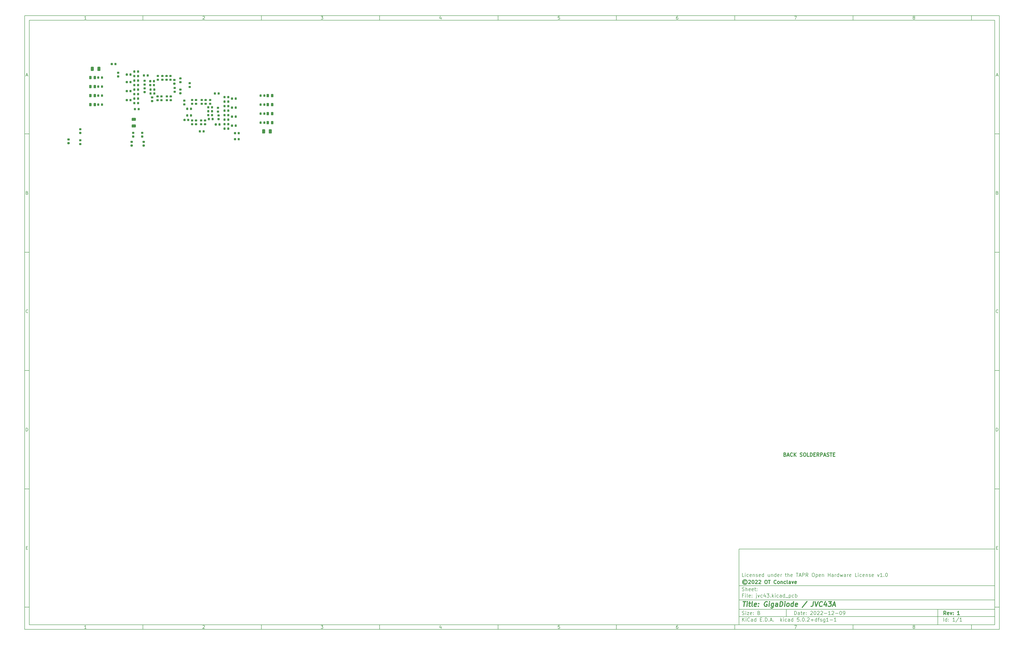
<source format=gbr>
G04 #@! TF.GenerationSoftware,KiCad,Pcbnew,5.0.2+dfsg1-1*
G04 #@! TF.CreationDate,2022-12-09T20:16:51-08:00*
G04 #@! TF.ProjectId,jvc43,6a766334-332e-46b6-9963-61645f706362,1*
G04 #@! TF.SameCoordinates,Original*
G04 #@! TF.FileFunction,Paste,Bot*
G04 #@! TF.FilePolarity,Positive*
%FSLAX46Y46*%
G04 Gerber Fmt 4.6, Leading zero omitted, Abs format (unit mm)*
G04 Created by KiCad (PCBNEW 5.0.2+dfsg1-1) date Fri 09 Dec 2022 08:16:51 PM PST*
%MOMM*%
%LPD*%
G01*
G04 APERTURE LIST*
%ADD10C,0.100000*%
%ADD11C,0.150000*%
%ADD12C,0.300000*%
%ADD13C,0.400000*%
%ADD14C,0.875000*%
%ADD15C,0.975000*%
%ADD16C,1.250000*%
G04 APERTURE END LIST*
D10*
D11*
X311800000Y-235400000D02*
X311800000Y-267400000D01*
X419800000Y-267400000D01*
X419800000Y-235400000D01*
X311800000Y-235400000D01*
D10*
D11*
X10000000Y-10000000D02*
X10000000Y-269400000D01*
X421800000Y-269400000D01*
X421800000Y-10000000D01*
X10000000Y-10000000D01*
D10*
D11*
X12000000Y-12000000D02*
X12000000Y-267400000D01*
X419800000Y-267400000D01*
X419800000Y-12000000D01*
X12000000Y-12000000D01*
D10*
D11*
X60000000Y-12000000D02*
X60000000Y-10000000D01*
D10*
D11*
X110000000Y-12000000D02*
X110000000Y-10000000D01*
D10*
D11*
X160000000Y-12000000D02*
X160000000Y-10000000D01*
D10*
D11*
X210000000Y-12000000D02*
X210000000Y-10000000D01*
D10*
D11*
X260000000Y-12000000D02*
X260000000Y-10000000D01*
D10*
D11*
X310000000Y-12000000D02*
X310000000Y-10000000D01*
D10*
D11*
X360000000Y-12000000D02*
X360000000Y-10000000D01*
D10*
D11*
X410000000Y-12000000D02*
X410000000Y-10000000D01*
D10*
D11*
X36065476Y-11588095D02*
X35322619Y-11588095D01*
X35694047Y-11588095D02*
X35694047Y-10288095D01*
X35570238Y-10473809D01*
X35446428Y-10597619D01*
X35322619Y-10659523D01*
D10*
D11*
X85322619Y-10411904D02*
X85384523Y-10350000D01*
X85508333Y-10288095D01*
X85817857Y-10288095D01*
X85941666Y-10350000D01*
X86003571Y-10411904D01*
X86065476Y-10535714D01*
X86065476Y-10659523D01*
X86003571Y-10845238D01*
X85260714Y-11588095D01*
X86065476Y-11588095D01*
D10*
D11*
X135260714Y-10288095D02*
X136065476Y-10288095D01*
X135632142Y-10783333D01*
X135817857Y-10783333D01*
X135941666Y-10845238D01*
X136003571Y-10907142D01*
X136065476Y-11030952D01*
X136065476Y-11340476D01*
X136003571Y-11464285D01*
X135941666Y-11526190D01*
X135817857Y-11588095D01*
X135446428Y-11588095D01*
X135322619Y-11526190D01*
X135260714Y-11464285D01*
D10*
D11*
X185941666Y-10721428D02*
X185941666Y-11588095D01*
X185632142Y-10226190D02*
X185322619Y-11154761D01*
X186127380Y-11154761D01*
D10*
D11*
X236003571Y-10288095D02*
X235384523Y-10288095D01*
X235322619Y-10907142D01*
X235384523Y-10845238D01*
X235508333Y-10783333D01*
X235817857Y-10783333D01*
X235941666Y-10845238D01*
X236003571Y-10907142D01*
X236065476Y-11030952D01*
X236065476Y-11340476D01*
X236003571Y-11464285D01*
X235941666Y-11526190D01*
X235817857Y-11588095D01*
X235508333Y-11588095D01*
X235384523Y-11526190D01*
X235322619Y-11464285D01*
D10*
D11*
X285941666Y-10288095D02*
X285694047Y-10288095D01*
X285570238Y-10350000D01*
X285508333Y-10411904D01*
X285384523Y-10597619D01*
X285322619Y-10845238D01*
X285322619Y-11340476D01*
X285384523Y-11464285D01*
X285446428Y-11526190D01*
X285570238Y-11588095D01*
X285817857Y-11588095D01*
X285941666Y-11526190D01*
X286003571Y-11464285D01*
X286065476Y-11340476D01*
X286065476Y-11030952D01*
X286003571Y-10907142D01*
X285941666Y-10845238D01*
X285817857Y-10783333D01*
X285570238Y-10783333D01*
X285446428Y-10845238D01*
X285384523Y-10907142D01*
X285322619Y-11030952D01*
D10*
D11*
X335260714Y-10288095D02*
X336127380Y-10288095D01*
X335570238Y-11588095D01*
D10*
D11*
X385570238Y-10845238D02*
X385446428Y-10783333D01*
X385384523Y-10721428D01*
X385322619Y-10597619D01*
X385322619Y-10535714D01*
X385384523Y-10411904D01*
X385446428Y-10350000D01*
X385570238Y-10288095D01*
X385817857Y-10288095D01*
X385941666Y-10350000D01*
X386003571Y-10411904D01*
X386065476Y-10535714D01*
X386065476Y-10597619D01*
X386003571Y-10721428D01*
X385941666Y-10783333D01*
X385817857Y-10845238D01*
X385570238Y-10845238D01*
X385446428Y-10907142D01*
X385384523Y-10969047D01*
X385322619Y-11092857D01*
X385322619Y-11340476D01*
X385384523Y-11464285D01*
X385446428Y-11526190D01*
X385570238Y-11588095D01*
X385817857Y-11588095D01*
X385941666Y-11526190D01*
X386003571Y-11464285D01*
X386065476Y-11340476D01*
X386065476Y-11092857D01*
X386003571Y-10969047D01*
X385941666Y-10907142D01*
X385817857Y-10845238D01*
D10*
D11*
X60000000Y-267400000D02*
X60000000Y-269400000D01*
D10*
D11*
X110000000Y-267400000D02*
X110000000Y-269400000D01*
D10*
D11*
X160000000Y-267400000D02*
X160000000Y-269400000D01*
D10*
D11*
X210000000Y-267400000D02*
X210000000Y-269400000D01*
D10*
D11*
X260000000Y-267400000D02*
X260000000Y-269400000D01*
D10*
D11*
X310000000Y-267400000D02*
X310000000Y-269400000D01*
D10*
D11*
X360000000Y-267400000D02*
X360000000Y-269400000D01*
D10*
D11*
X410000000Y-267400000D02*
X410000000Y-269400000D01*
D10*
D11*
X36065476Y-268988095D02*
X35322619Y-268988095D01*
X35694047Y-268988095D02*
X35694047Y-267688095D01*
X35570238Y-267873809D01*
X35446428Y-267997619D01*
X35322619Y-268059523D01*
D10*
D11*
X85322619Y-267811904D02*
X85384523Y-267750000D01*
X85508333Y-267688095D01*
X85817857Y-267688095D01*
X85941666Y-267750000D01*
X86003571Y-267811904D01*
X86065476Y-267935714D01*
X86065476Y-268059523D01*
X86003571Y-268245238D01*
X85260714Y-268988095D01*
X86065476Y-268988095D01*
D10*
D11*
X135260714Y-267688095D02*
X136065476Y-267688095D01*
X135632142Y-268183333D01*
X135817857Y-268183333D01*
X135941666Y-268245238D01*
X136003571Y-268307142D01*
X136065476Y-268430952D01*
X136065476Y-268740476D01*
X136003571Y-268864285D01*
X135941666Y-268926190D01*
X135817857Y-268988095D01*
X135446428Y-268988095D01*
X135322619Y-268926190D01*
X135260714Y-268864285D01*
D10*
D11*
X185941666Y-268121428D02*
X185941666Y-268988095D01*
X185632142Y-267626190D02*
X185322619Y-268554761D01*
X186127380Y-268554761D01*
D10*
D11*
X236003571Y-267688095D02*
X235384523Y-267688095D01*
X235322619Y-268307142D01*
X235384523Y-268245238D01*
X235508333Y-268183333D01*
X235817857Y-268183333D01*
X235941666Y-268245238D01*
X236003571Y-268307142D01*
X236065476Y-268430952D01*
X236065476Y-268740476D01*
X236003571Y-268864285D01*
X235941666Y-268926190D01*
X235817857Y-268988095D01*
X235508333Y-268988095D01*
X235384523Y-268926190D01*
X235322619Y-268864285D01*
D10*
D11*
X285941666Y-267688095D02*
X285694047Y-267688095D01*
X285570238Y-267750000D01*
X285508333Y-267811904D01*
X285384523Y-267997619D01*
X285322619Y-268245238D01*
X285322619Y-268740476D01*
X285384523Y-268864285D01*
X285446428Y-268926190D01*
X285570238Y-268988095D01*
X285817857Y-268988095D01*
X285941666Y-268926190D01*
X286003571Y-268864285D01*
X286065476Y-268740476D01*
X286065476Y-268430952D01*
X286003571Y-268307142D01*
X285941666Y-268245238D01*
X285817857Y-268183333D01*
X285570238Y-268183333D01*
X285446428Y-268245238D01*
X285384523Y-268307142D01*
X285322619Y-268430952D01*
D10*
D11*
X335260714Y-267688095D02*
X336127380Y-267688095D01*
X335570238Y-268988095D01*
D10*
D11*
X385570238Y-268245238D02*
X385446428Y-268183333D01*
X385384523Y-268121428D01*
X385322619Y-267997619D01*
X385322619Y-267935714D01*
X385384523Y-267811904D01*
X385446428Y-267750000D01*
X385570238Y-267688095D01*
X385817857Y-267688095D01*
X385941666Y-267750000D01*
X386003571Y-267811904D01*
X386065476Y-267935714D01*
X386065476Y-267997619D01*
X386003571Y-268121428D01*
X385941666Y-268183333D01*
X385817857Y-268245238D01*
X385570238Y-268245238D01*
X385446428Y-268307142D01*
X385384523Y-268369047D01*
X385322619Y-268492857D01*
X385322619Y-268740476D01*
X385384523Y-268864285D01*
X385446428Y-268926190D01*
X385570238Y-268988095D01*
X385817857Y-268988095D01*
X385941666Y-268926190D01*
X386003571Y-268864285D01*
X386065476Y-268740476D01*
X386065476Y-268492857D01*
X386003571Y-268369047D01*
X385941666Y-268307142D01*
X385817857Y-268245238D01*
D10*
D11*
X10000000Y-60000000D02*
X12000000Y-60000000D01*
D10*
D11*
X10000000Y-110000000D02*
X12000000Y-110000000D01*
D10*
D11*
X10000000Y-160000000D02*
X12000000Y-160000000D01*
D10*
D11*
X10000000Y-210000000D02*
X12000000Y-210000000D01*
D10*
D11*
X10000000Y-260000000D02*
X12000000Y-260000000D01*
D10*
D11*
X10690476Y-35216666D02*
X11309523Y-35216666D01*
X10566666Y-35588095D02*
X11000000Y-34288095D01*
X11433333Y-35588095D01*
D10*
D11*
X11092857Y-84907142D02*
X11278571Y-84969047D01*
X11340476Y-85030952D01*
X11402380Y-85154761D01*
X11402380Y-85340476D01*
X11340476Y-85464285D01*
X11278571Y-85526190D01*
X11154761Y-85588095D01*
X10659523Y-85588095D01*
X10659523Y-84288095D01*
X11092857Y-84288095D01*
X11216666Y-84350000D01*
X11278571Y-84411904D01*
X11340476Y-84535714D01*
X11340476Y-84659523D01*
X11278571Y-84783333D01*
X11216666Y-84845238D01*
X11092857Y-84907142D01*
X10659523Y-84907142D01*
D10*
D11*
X11402380Y-135464285D02*
X11340476Y-135526190D01*
X11154761Y-135588095D01*
X11030952Y-135588095D01*
X10845238Y-135526190D01*
X10721428Y-135402380D01*
X10659523Y-135278571D01*
X10597619Y-135030952D01*
X10597619Y-134845238D01*
X10659523Y-134597619D01*
X10721428Y-134473809D01*
X10845238Y-134350000D01*
X11030952Y-134288095D01*
X11154761Y-134288095D01*
X11340476Y-134350000D01*
X11402380Y-134411904D01*
D10*
D11*
X10659523Y-185588095D02*
X10659523Y-184288095D01*
X10969047Y-184288095D01*
X11154761Y-184350000D01*
X11278571Y-184473809D01*
X11340476Y-184597619D01*
X11402380Y-184845238D01*
X11402380Y-185030952D01*
X11340476Y-185278571D01*
X11278571Y-185402380D01*
X11154761Y-185526190D01*
X10969047Y-185588095D01*
X10659523Y-185588095D01*
D10*
D11*
X10721428Y-234907142D02*
X11154761Y-234907142D01*
X11340476Y-235588095D02*
X10721428Y-235588095D01*
X10721428Y-234288095D01*
X11340476Y-234288095D01*
D10*
D11*
X421800000Y-60000000D02*
X419800000Y-60000000D01*
D10*
D11*
X421800000Y-110000000D02*
X419800000Y-110000000D01*
D10*
D11*
X421800000Y-160000000D02*
X419800000Y-160000000D01*
D10*
D11*
X421800000Y-210000000D02*
X419800000Y-210000000D01*
D10*
D11*
X421800000Y-260000000D02*
X419800000Y-260000000D01*
D10*
D11*
X420490476Y-35216666D02*
X421109523Y-35216666D01*
X420366666Y-35588095D02*
X420800000Y-34288095D01*
X421233333Y-35588095D01*
D10*
D11*
X420892857Y-84907142D02*
X421078571Y-84969047D01*
X421140476Y-85030952D01*
X421202380Y-85154761D01*
X421202380Y-85340476D01*
X421140476Y-85464285D01*
X421078571Y-85526190D01*
X420954761Y-85588095D01*
X420459523Y-85588095D01*
X420459523Y-84288095D01*
X420892857Y-84288095D01*
X421016666Y-84350000D01*
X421078571Y-84411904D01*
X421140476Y-84535714D01*
X421140476Y-84659523D01*
X421078571Y-84783333D01*
X421016666Y-84845238D01*
X420892857Y-84907142D01*
X420459523Y-84907142D01*
D10*
D11*
X421202380Y-135464285D02*
X421140476Y-135526190D01*
X420954761Y-135588095D01*
X420830952Y-135588095D01*
X420645238Y-135526190D01*
X420521428Y-135402380D01*
X420459523Y-135278571D01*
X420397619Y-135030952D01*
X420397619Y-134845238D01*
X420459523Y-134597619D01*
X420521428Y-134473809D01*
X420645238Y-134350000D01*
X420830952Y-134288095D01*
X420954761Y-134288095D01*
X421140476Y-134350000D01*
X421202380Y-134411904D01*
D10*
D11*
X420459523Y-185588095D02*
X420459523Y-184288095D01*
X420769047Y-184288095D01*
X420954761Y-184350000D01*
X421078571Y-184473809D01*
X421140476Y-184597619D01*
X421202380Y-184845238D01*
X421202380Y-185030952D01*
X421140476Y-185278571D01*
X421078571Y-185402380D01*
X420954761Y-185526190D01*
X420769047Y-185588095D01*
X420459523Y-185588095D01*
D10*
D11*
X420521428Y-234907142D02*
X420954761Y-234907142D01*
X421140476Y-235588095D02*
X420521428Y-235588095D01*
X420521428Y-234288095D01*
X421140476Y-234288095D01*
D10*
D11*
X335232142Y-263178571D02*
X335232142Y-261678571D01*
X335589285Y-261678571D01*
X335803571Y-261750000D01*
X335946428Y-261892857D01*
X336017857Y-262035714D01*
X336089285Y-262321428D01*
X336089285Y-262535714D01*
X336017857Y-262821428D01*
X335946428Y-262964285D01*
X335803571Y-263107142D01*
X335589285Y-263178571D01*
X335232142Y-263178571D01*
X337375000Y-263178571D02*
X337375000Y-262392857D01*
X337303571Y-262250000D01*
X337160714Y-262178571D01*
X336875000Y-262178571D01*
X336732142Y-262250000D01*
X337375000Y-263107142D02*
X337232142Y-263178571D01*
X336875000Y-263178571D01*
X336732142Y-263107142D01*
X336660714Y-262964285D01*
X336660714Y-262821428D01*
X336732142Y-262678571D01*
X336875000Y-262607142D01*
X337232142Y-262607142D01*
X337375000Y-262535714D01*
X337875000Y-262178571D02*
X338446428Y-262178571D01*
X338089285Y-261678571D02*
X338089285Y-262964285D01*
X338160714Y-263107142D01*
X338303571Y-263178571D01*
X338446428Y-263178571D01*
X339517857Y-263107142D02*
X339375000Y-263178571D01*
X339089285Y-263178571D01*
X338946428Y-263107142D01*
X338875000Y-262964285D01*
X338875000Y-262392857D01*
X338946428Y-262250000D01*
X339089285Y-262178571D01*
X339375000Y-262178571D01*
X339517857Y-262250000D01*
X339589285Y-262392857D01*
X339589285Y-262535714D01*
X338875000Y-262678571D01*
X340232142Y-263035714D02*
X340303571Y-263107142D01*
X340232142Y-263178571D01*
X340160714Y-263107142D01*
X340232142Y-263035714D01*
X340232142Y-263178571D01*
X340232142Y-262250000D02*
X340303571Y-262321428D01*
X340232142Y-262392857D01*
X340160714Y-262321428D01*
X340232142Y-262250000D01*
X340232142Y-262392857D01*
X342017857Y-261821428D02*
X342089285Y-261750000D01*
X342232142Y-261678571D01*
X342589285Y-261678571D01*
X342732142Y-261750000D01*
X342803571Y-261821428D01*
X342875000Y-261964285D01*
X342875000Y-262107142D01*
X342803571Y-262321428D01*
X341946428Y-263178571D01*
X342875000Y-263178571D01*
X343803571Y-261678571D02*
X343946428Y-261678571D01*
X344089285Y-261750000D01*
X344160714Y-261821428D01*
X344232142Y-261964285D01*
X344303571Y-262250000D01*
X344303571Y-262607142D01*
X344232142Y-262892857D01*
X344160714Y-263035714D01*
X344089285Y-263107142D01*
X343946428Y-263178571D01*
X343803571Y-263178571D01*
X343660714Y-263107142D01*
X343589285Y-263035714D01*
X343517857Y-262892857D01*
X343446428Y-262607142D01*
X343446428Y-262250000D01*
X343517857Y-261964285D01*
X343589285Y-261821428D01*
X343660714Y-261750000D01*
X343803571Y-261678571D01*
X344875000Y-261821428D02*
X344946428Y-261750000D01*
X345089285Y-261678571D01*
X345446428Y-261678571D01*
X345589285Y-261750000D01*
X345660714Y-261821428D01*
X345732142Y-261964285D01*
X345732142Y-262107142D01*
X345660714Y-262321428D01*
X344803571Y-263178571D01*
X345732142Y-263178571D01*
X346303571Y-261821428D02*
X346375000Y-261750000D01*
X346517857Y-261678571D01*
X346875000Y-261678571D01*
X347017857Y-261750000D01*
X347089285Y-261821428D01*
X347160714Y-261964285D01*
X347160714Y-262107142D01*
X347089285Y-262321428D01*
X346232142Y-263178571D01*
X347160714Y-263178571D01*
X347803571Y-262607142D02*
X348946428Y-262607142D01*
X350446428Y-263178571D02*
X349589285Y-263178571D01*
X350017857Y-263178571D02*
X350017857Y-261678571D01*
X349875000Y-261892857D01*
X349732142Y-262035714D01*
X349589285Y-262107142D01*
X351017857Y-261821428D02*
X351089285Y-261750000D01*
X351232142Y-261678571D01*
X351589285Y-261678571D01*
X351732142Y-261750000D01*
X351803571Y-261821428D01*
X351875000Y-261964285D01*
X351875000Y-262107142D01*
X351803571Y-262321428D01*
X350946428Y-263178571D01*
X351875000Y-263178571D01*
X352517857Y-262607142D02*
X353660714Y-262607142D01*
X354660714Y-261678571D02*
X354803571Y-261678571D01*
X354946428Y-261750000D01*
X355017857Y-261821428D01*
X355089285Y-261964285D01*
X355160714Y-262250000D01*
X355160714Y-262607142D01*
X355089285Y-262892857D01*
X355017857Y-263035714D01*
X354946428Y-263107142D01*
X354803571Y-263178571D01*
X354660714Y-263178571D01*
X354517857Y-263107142D01*
X354446428Y-263035714D01*
X354375000Y-262892857D01*
X354303571Y-262607142D01*
X354303571Y-262250000D01*
X354375000Y-261964285D01*
X354446428Y-261821428D01*
X354517857Y-261750000D01*
X354660714Y-261678571D01*
X355875000Y-263178571D02*
X356160714Y-263178571D01*
X356303571Y-263107142D01*
X356375000Y-263035714D01*
X356517857Y-262821428D01*
X356589285Y-262535714D01*
X356589285Y-261964285D01*
X356517857Y-261821428D01*
X356446428Y-261750000D01*
X356303571Y-261678571D01*
X356017857Y-261678571D01*
X355875000Y-261750000D01*
X355803571Y-261821428D01*
X355732142Y-261964285D01*
X355732142Y-262321428D01*
X355803571Y-262464285D01*
X355875000Y-262535714D01*
X356017857Y-262607142D01*
X356303571Y-262607142D01*
X356446428Y-262535714D01*
X356517857Y-262464285D01*
X356589285Y-262321428D01*
D10*
D11*
X311800000Y-263900000D02*
X419800000Y-263900000D01*
D10*
D11*
X313232142Y-265978571D02*
X313232142Y-264478571D01*
X314089285Y-265978571D02*
X313446428Y-265121428D01*
X314089285Y-264478571D02*
X313232142Y-265335714D01*
X314732142Y-265978571D02*
X314732142Y-264978571D01*
X314732142Y-264478571D02*
X314660714Y-264550000D01*
X314732142Y-264621428D01*
X314803571Y-264550000D01*
X314732142Y-264478571D01*
X314732142Y-264621428D01*
X316303571Y-265835714D02*
X316232142Y-265907142D01*
X316017857Y-265978571D01*
X315875000Y-265978571D01*
X315660714Y-265907142D01*
X315517857Y-265764285D01*
X315446428Y-265621428D01*
X315375000Y-265335714D01*
X315375000Y-265121428D01*
X315446428Y-264835714D01*
X315517857Y-264692857D01*
X315660714Y-264550000D01*
X315875000Y-264478571D01*
X316017857Y-264478571D01*
X316232142Y-264550000D01*
X316303571Y-264621428D01*
X317589285Y-265978571D02*
X317589285Y-265192857D01*
X317517857Y-265050000D01*
X317375000Y-264978571D01*
X317089285Y-264978571D01*
X316946428Y-265050000D01*
X317589285Y-265907142D02*
X317446428Y-265978571D01*
X317089285Y-265978571D01*
X316946428Y-265907142D01*
X316875000Y-265764285D01*
X316875000Y-265621428D01*
X316946428Y-265478571D01*
X317089285Y-265407142D01*
X317446428Y-265407142D01*
X317589285Y-265335714D01*
X318946428Y-265978571D02*
X318946428Y-264478571D01*
X318946428Y-265907142D02*
X318803571Y-265978571D01*
X318517857Y-265978571D01*
X318375000Y-265907142D01*
X318303571Y-265835714D01*
X318232142Y-265692857D01*
X318232142Y-265264285D01*
X318303571Y-265121428D01*
X318375000Y-265050000D01*
X318517857Y-264978571D01*
X318803571Y-264978571D01*
X318946428Y-265050000D01*
X320803571Y-265192857D02*
X321303571Y-265192857D01*
X321517857Y-265978571D02*
X320803571Y-265978571D01*
X320803571Y-264478571D01*
X321517857Y-264478571D01*
X322160714Y-265835714D02*
X322232142Y-265907142D01*
X322160714Y-265978571D01*
X322089285Y-265907142D01*
X322160714Y-265835714D01*
X322160714Y-265978571D01*
X322875000Y-265978571D02*
X322875000Y-264478571D01*
X323232142Y-264478571D01*
X323446428Y-264550000D01*
X323589285Y-264692857D01*
X323660714Y-264835714D01*
X323732142Y-265121428D01*
X323732142Y-265335714D01*
X323660714Y-265621428D01*
X323589285Y-265764285D01*
X323446428Y-265907142D01*
X323232142Y-265978571D01*
X322875000Y-265978571D01*
X324375000Y-265835714D02*
X324446428Y-265907142D01*
X324375000Y-265978571D01*
X324303571Y-265907142D01*
X324375000Y-265835714D01*
X324375000Y-265978571D01*
X325017857Y-265550000D02*
X325732142Y-265550000D01*
X324875000Y-265978571D02*
X325375000Y-264478571D01*
X325875000Y-265978571D01*
X326375000Y-265835714D02*
X326446428Y-265907142D01*
X326375000Y-265978571D01*
X326303571Y-265907142D01*
X326375000Y-265835714D01*
X326375000Y-265978571D01*
X329375000Y-265978571D02*
X329375000Y-264478571D01*
X329517857Y-265407142D02*
X329946428Y-265978571D01*
X329946428Y-264978571D02*
X329375000Y-265550000D01*
X330589285Y-265978571D02*
X330589285Y-264978571D01*
X330589285Y-264478571D02*
X330517857Y-264550000D01*
X330589285Y-264621428D01*
X330660714Y-264550000D01*
X330589285Y-264478571D01*
X330589285Y-264621428D01*
X331946428Y-265907142D02*
X331803571Y-265978571D01*
X331517857Y-265978571D01*
X331375000Y-265907142D01*
X331303571Y-265835714D01*
X331232142Y-265692857D01*
X331232142Y-265264285D01*
X331303571Y-265121428D01*
X331375000Y-265050000D01*
X331517857Y-264978571D01*
X331803571Y-264978571D01*
X331946428Y-265050000D01*
X333232142Y-265978571D02*
X333232142Y-265192857D01*
X333160714Y-265050000D01*
X333017857Y-264978571D01*
X332732142Y-264978571D01*
X332589285Y-265050000D01*
X333232142Y-265907142D02*
X333089285Y-265978571D01*
X332732142Y-265978571D01*
X332589285Y-265907142D01*
X332517857Y-265764285D01*
X332517857Y-265621428D01*
X332589285Y-265478571D01*
X332732142Y-265407142D01*
X333089285Y-265407142D01*
X333232142Y-265335714D01*
X334589285Y-265978571D02*
X334589285Y-264478571D01*
X334589285Y-265907142D02*
X334446428Y-265978571D01*
X334160714Y-265978571D01*
X334017857Y-265907142D01*
X333946428Y-265835714D01*
X333875000Y-265692857D01*
X333875000Y-265264285D01*
X333946428Y-265121428D01*
X334017857Y-265050000D01*
X334160714Y-264978571D01*
X334446428Y-264978571D01*
X334589285Y-265050000D01*
X337160714Y-264478571D02*
X336446428Y-264478571D01*
X336375000Y-265192857D01*
X336446428Y-265121428D01*
X336589285Y-265050000D01*
X336946428Y-265050000D01*
X337089285Y-265121428D01*
X337160714Y-265192857D01*
X337232142Y-265335714D01*
X337232142Y-265692857D01*
X337160714Y-265835714D01*
X337089285Y-265907142D01*
X336946428Y-265978571D01*
X336589285Y-265978571D01*
X336446428Y-265907142D01*
X336375000Y-265835714D01*
X337875000Y-265835714D02*
X337946428Y-265907142D01*
X337875000Y-265978571D01*
X337803571Y-265907142D01*
X337875000Y-265835714D01*
X337875000Y-265978571D01*
X338875000Y-264478571D02*
X339017857Y-264478571D01*
X339160714Y-264550000D01*
X339232142Y-264621428D01*
X339303571Y-264764285D01*
X339375000Y-265050000D01*
X339375000Y-265407142D01*
X339303571Y-265692857D01*
X339232142Y-265835714D01*
X339160714Y-265907142D01*
X339017857Y-265978571D01*
X338875000Y-265978571D01*
X338732142Y-265907142D01*
X338660714Y-265835714D01*
X338589285Y-265692857D01*
X338517857Y-265407142D01*
X338517857Y-265050000D01*
X338589285Y-264764285D01*
X338660714Y-264621428D01*
X338732142Y-264550000D01*
X338875000Y-264478571D01*
X340017857Y-265835714D02*
X340089285Y-265907142D01*
X340017857Y-265978571D01*
X339946428Y-265907142D01*
X340017857Y-265835714D01*
X340017857Y-265978571D01*
X340660714Y-264621428D02*
X340732142Y-264550000D01*
X340875000Y-264478571D01*
X341232142Y-264478571D01*
X341375000Y-264550000D01*
X341446428Y-264621428D01*
X341517857Y-264764285D01*
X341517857Y-264907142D01*
X341446428Y-265121428D01*
X340589285Y-265978571D01*
X341517857Y-265978571D01*
X342160714Y-265407142D02*
X343303571Y-265407142D01*
X342732142Y-265978571D02*
X342732142Y-264835714D01*
X344660714Y-265978571D02*
X344660714Y-264478571D01*
X344660714Y-265907142D02*
X344517857Y-265978571D01*
X344232142Y-265978571D01*
X344089285Y-265907142D01*
X344017857Y-265835714D01*
X343946428Y-265692857D01*
X343946428Y-265264285D01*
X344017857Y-265121428D01*
X344089285Y-265050000D01*
X344232142Y-264978571D01*
X344517857Y-264978571D01*
X344660714Y-265050000D01*
X345160714Y-264978571D02*
X345732142Y-264978571D01*
X345375000Y-265978571D02*
X345375000Y-264692857D01*
X345446428Y-264550000D01*
X345589285Y-264478571D01*
X345732142Y-264478571D01*
X346160714Y-265907142D02*
X346303571Y-265978571D01*
X346589285Y-265978571D01*
X346732142Y-265907142D01*
X346803571Y-265764285D01*
X346803571Y-265692857D01*
X346732142Y-265550000D01*
X346589285Y-265478571D01*
X346375000Y-265478571D01*
X346232142Y-265407142D01*
X346160714Y-265264285D01*
X346160714Y-265192857D01*
X346232142Y-265050000D01*
X346375000Y-264978571D01*
X346589285Y-264978571D01*
X346732142Y-265050000D01*
X348089285Y-264978571D02*
X348089285Y-266192857D01*
X348017857Y-266335714D01*
X347946428Y-266407142D01*
X347803571Y-266478571D01*
X347589285Y-266478571D01*
X347446428Y-266407142D01*
X348089285Y-265907142D02*
X347946428Y-265978571D01*
X347660714Y-265978571D01*
X347517857Y-265907142D01*
X347446428Y-265835714D01*
X347375000Y-265692857D01*
X347375000Y-265264285D01*
X347446428Y-265121428D01*
X347517857Y-265050000D01*
X347660714Y-264978571D01*
X347946428Y-264978571D01*
X348089285Y-265050000D01*
X349589285Y-265978571D02*
X348732142Y-265978571D01*
X349160714Y-265978571D02*
X349160714Y-264478571D01*
X349017857Y-264692857D01*
X348875000Y-264835714D01*
X348732142Y-264907142D01*
X350232142Y-265407142D02*
X351375000Y-265407142D01*
X352875000Y-265978571D02*
X352017857Y-265978571D01*
X352446428Y-265978571D02*
X352446428Y-264478571D01*
X352303571Y-264692857D01*
X352160714Y-264835714D01*
X352017857Y-264907142D01*
D10*
D11*
X311800000Y-260900000D02*
X419800000Y-260900000D01*
D10*
D12*
X399209285Y-263178571D02*
X398709285Y-262464285D01*
X398352142Y-263178571D02*
X398352142Y-261678571D01*
X398923571Y-261678571D01*
X399066428Y-261750000D01*
X399137857Y-261821428D01*
X399209285Y-261964285D01*
X399209285Y-262178571D01*
X399137857Y-262321428D01*
X399066428Y-262392857D01*
X398923571Y-262464285D01*
X398352142Y-262464285D01*
X400423571Y-263107142D02*
X400280714Y-263178571D01*
X399995000Y-263178571D01*
X399852142Y-263107142D01*
X399780714Y-262964285D01*
X399780714Y-262392857D01*
X399852142Y-262250000D01*
X399995000Y-262178571D01*
X400280714Y-262178571D01*
X400423571Y-262250000D01*
X400495000Y-262392857D01*
X400495000Y-262535714D01*
X399780714Y-262678571D01*
X400995000Y-262178571D02*
X401352142Y-263178571D01*
X401709285Y-262178571D01*
X402280714Y-263035714D02*
X402352142Y-263107142D01*
X402280714Y-263178571D01*
X402209285Y-263107142D01*
X402280714Y-263035714D01*
X402280714Y-263178571D01*
X402280714Y-262250000D02*
X402352142Y-262321428D01*
X402280714Y-262392857D01*
X402209285Y-262321428D01*
X402280714Y-262250000D01*
X402280714Y-262392857D01*
X404923571Y-263178571D02*
X404066428Y-263178571D01*
X404495000Y-263178571D02*
X404495000Y-261678571D01*
X404352142Y-261892857D01*
X404209285Y-262035714D01*
X404066428Y-262107142D01*
D10*
D11*
X313160714Y-263107142D02*
X313375000Y-263178571D01*
X313732142Y-263178571D01*
X313875000Y-263107142D01*
X313946428Y-263035714D01*
X314017857Y-262892857D01*
X314017857Y-262750000D01*
X313946428Y-262607142D01*
X313875000Y-262535714D01*
X313732142Y-262464285D01*
X313446428Y-262392857D01*
X313303571Y-262321428D01*
X313232142Y-262250000D01*
X313160714Y-262107142D01*
X313160714Y-261964285D01*
X313232142Y-261821428D01*
X313303571Y-261750000D01*
X313446428Y-261678571D01*
X313803571Y-261678571D01*
X314017857Y-261750000D01*
X314660714Y-263178571D02*
X314660714Y-262178571D01*
X314660714Y-261678571D02*
X314589285Y-261750000D01*
X314660714Y-261821428D01*
X314732142Y-261750000D01*
X314660714Y-261678571D01*
X314660714Y-261821428D01*
X315232142Y-262178571D02*
X316017857Y-262178571D01*
X315232142Y-263178571D01*
X316017857Y-263178571D01*
X317160714Y-263107142D02*
X317017857Y-263178571D01*
X316732142Y-263178571D01*
X316589285Y-263107142D01*
X316517857Y-262964285D01*
X316517857Y-262392857D01*
X316589285Y-262250000D01*
X316732142Y-262178571D01*
X317017857Y-262178571D01*
X317160714Y-262250000D01*
X317232142Y-262392857D01*
X317232142Y-262535714D01*
X316517857Y-262678571D01*
X317875000Y-263035714D02*
X317946428Y-263107142D01*
X317875000Y-263178571D01*
X317803571Y-263107142D01*
X317875000Y-263035714D01*
X317875000Y-263178571D01*
X317875000Y-262250000D02*
X317946428Y-262321428D01*
X317875000Y-262392857D01*
X317803571Y-262321428D01*
X317875000Y-262250000D01*
X317875000Y-262392857D01*
X320232142Y-262392857D02*
X320446428Y-262464285D01*
X320517857Y-262535714D01*
X320589285Y-262678571D01*
X320589285Y-262892857D01*
X320517857Y-263035714D01*
X320446428Y-263107142D01*
X320303571Y-263178571D01*
X319732142Y-263178571D01*
X319732142Y-261678571D01*
X320232142Y-261678571D01*
X320375000Y-261750000D01*
X320446428Y-261821428D01*
X320517857Y-261964285D01*
X320517857Y-262107142D01*
X320446428Y-262250000D01*
X320375000Y-262321428D01*
X320232142Y-262392857D01*
X319732142Y-262392857D01*
D10*
D11*
X398232142Y-265978571D02*
X398232142Y-264478571D01*
X399589285Y-265978571D02*
X399589285Y-264478571D01*
X399589285Y-265907142D02*
X399446428Y-265978571D01*
X399160714Y-265978571D01*
X399017857Y-265907142D01*
X398946428Y-265835714D01*
X398875000Y-265692857D01*
X398875000Y-265264285D01*
X398946428Y-265121428D01*
X399017857Y-265050000D01*
X399160714Y-264978571D01*
X399446428Y-264978571D01*
X399589285Y-265050000D01*
X400303571Y-265835714D02*
X400375000Y-265907142D01*
X400303571Y-265978571D01*
X400232142Y-265907142D01*
X400303571Y-265835714D01*
X400303571Y-265978571D01*
X400303571Y-265050000D02*
X400375000Y-265121428D01*
X400303571Y-265192857D01*
X400232142Y-265121428D01*
X400303571Y-265050000D01*
X400303571Y-265192857D01*
X402946428Y-265978571D02*
X402089285Y-265978571D01*
X402517857Y-265978571D02*
X402517857Y-264478571D01*
X402375000Y-264692857D01*
X402232142Y-264835714D01*
X402089285Y-264907142D01*
X404660714Y-264407142D02*
X403375000Y-266335714D01*
X405946428Y-265978571D02*
X405089285Y-265978571D01*
X405517857Y-265978571D02*
X405517857Y-264478571D01*
X405375000Y-264692857D01*
X405232142Y-264835714D01*
X405089285Y-264907142D01*
D10*
D11*
X311800000Y-256900000D02*
X419800000Y-256900000D01*
D10*
D13*
X313512380Y-257604761D02*
X314655238Y-257604761D01*
X313833809Y-259604761D02*
X314083809Y-257604761D01*
X315071904Y-259604761D02*
X315238571Y-258271428D01*
X315321904Y-257604761D02*
X315214761Y-257700000D01*
X315298095Y-257795238D01*
X315405238Y-257700000D01*
X315321904Y-257604761D01*
X315298095Y-257795238D01*
X315905238Y-258271428D02*
X316667142Y-258271428D01*
X316274285Y-257604761D02*
X316060000Y-259319047D01*
X316131428Y-259509523D01*
X316310000Y-259604761D01*
X316500476Y-259604761D01*
X317452857Y-259604761D02*
X317274285Y-259509523D01*
X317202857Y-259319047D01*
X317417142Y-257604761D01*
X318988571Y-259509523D02*
X318786190Y-259604761D01*
X318405238Y-259604761D01*
X318226666Y-259509523D01*
X318155238Y-259319047D01*
X318250476Y-258557142D01*
X318369523Y-258366666D01*
X318571904Y-258271428D01*
X318952857Y-258271428D01*
X319131428Y-258366666D01*
X319202857Y-258557142D01*
X319179047Y-258747619D01*
X318202857Y-258938095D01*
X319952857Y-259414285D02*
X320036190Y-259509523D01*
X319929047Y-259604761D01*
X319845714Y-259509523D01*
X319952857Y-259414285D01*
X319929047Y-259604761D01*
X320083809Y-258366666D02*
X320167142Y-258461904D01*
X320060000Y-258557142D01*
X319976666Y-258461904D01*
X320083809Y-258366666D01*
X320060000Y-258557142D01*
X323690952Y-257700000D02*
X323512380Y-257604761D01*
X323226666Y-257604761D01*
X322929047Y-257700000D01*
X322714761Y-257890476D01*
X322595714Y-258080952D01*
X322452857Y-258461904D01*
X322417142Y-258747619D01*
X322464761Y-259128571D01*
X322536190Y-259319047D01*
X322702857Y-259509523D01*
X322976666Y-259604761D01*
X323167142Y-259604761D01*
X323464761Y-259509523D01*
X323571904Y-259414285D01*
X323655238Y-258747619D01*
X323274285Y-258747619D01*
X324405238Y-259604761D02*
X324571904Y-258271428D01*
X324655238Y-257604761D02*
X324548095Y-257700000D01*
X324631428Y-257795238D01*
X324738571Y-257700000D01*
X324655238Y-257604761D01*
X324631428Y-257795238D01*
X326381428Y-258271428D02*
X326179047Y-259890476D01*
X326060000Y-260080952D01*
X325952857Y-260176190D01*
X325750476Y-260271428D01*
X325464761Y-260271428D01*
X325286190Y-260176190D01*
X326226666Y-259509523D02*
X326024285Y-259604761D01*
X325643333Y-259604761D01*
X325464761Y-259509523D01*
X325381428Y-259414285D01*
X325310000Y-259223809D01*
X325381428Y-258652380D01*
X325500476Y-258461904D01*
X325607619Y-258366666D01*
X325810000Y-258271428D01*
X326190952Y-258271428D01*
X326369523Y-258366666D01*
X328024285Y-259604761D02*
X328155238Y-258557142D01*
X328083809Y-258366666D01*
X327905238Y-258271428D01*
X327524285Y-258271428D01*
X327321904Y-258366666D01*
X328036190Y-259509523D02*
X327833809Y-259604761D01*
X327357619Y-259604761D01*
X327179047Y-259509523D01*
X327107619Y-259319047D01*
X327131428Y-259128571D01*
X327250476Y-258938095D01*
X327452857Y-258842857D01*
X327929047Y-258842857D01*
X328131428Y-258747619D01*
X328976666Y-259604761D02*
X329226666Y-257604761D01*
X329702857Y-257604761D01*
X329976666Y-257700000D01*
X330143333Y-257890476D01*
X330214761Y-258080952D01*
X330262380Y-258461904D01*
X330226666Y-258747619D01*
X330083809Y-259128571D01*
X329964761Y-259319047D01*
X329750476Y-259509523D01*
X329452857Y-259604761D01*
X328976666Y-259604761D01*
X330976666Y-259604761D02*
X331143333Y-258271428D01*
X331226666Y-257604761D02*
X331119523Y-257700000D01*
X331202857Y-257795238D01*
X331310000Y-257700000D01*
X331226666Y-257604761D01*
X331202857Y-257795238D01*
X332214761Y-259604761D02*
X332036190Y-259509523D01*
X331952857Y-259414285D01*
X331881428Y-259223809D01*
X331952857Y-258652380D01*
X332071904Y-258461904D01*
X332179047Y-258366666D01*
X332381428Y-258271428D01*
X332667142Y-258271428D01*
X332845714Y-258366666D01*
X332929047Y-258461904D01*
X333000476Y-258652380D01*
X332929047Y-259223809D01*
X332810000Y-259414285D01*
X332702857Y-259509523D01*
X332500476Y-259604761D01*
X332214761Y-259604761D01*
X334595714Y-259604761D02*
X334845714Y-257604761D01*
X334607619Y-259509523D02*
X334405238Y-259604761D01*
X334024285Y-259604761D01*
X333845714Y-259509523D01*
X333762380Y-259414285D01*
X333690952Y-259223809D01*
X333762380Y-258652380D01*
X333881428Y-258461904D01*
X333988571Y-258366666D01*
X334190952Y-258271428D01*
X334571904Y-258271428D01*
X334750476Y-258366666D01*
X336321904Y-259509523D02*
X336119523Y-259604761D01*
X335738571Y-259604761D01*
X335560000Y-259509523D01*
X335488571Y-259319047D01*
X335583809Y-258557142D01*
X335702857Y-258366666D01*
X335905238Y-258271428D01*
X336286190Y-258271428D01*
X336464761Y-258366666D01*
X336536190Y-258557142D01*
X336512380Y-258747619D01*
X335536190Y-258938095D01*
X340476666Y-257509523D02*
X338440952Y-260080952D01*
X343226666Y-257604761D02*
X343048095Y-259033333D01*
X342917142Y-259319047D01*
X342702857Y-259509523D01*
X342405238Y-259604761D01*
X342214761Y-259604761D01*
X343893333Y-257604761D02*
X344310000Y-259604761D01*
X345226666Y-257604761D01*
X346810000Y-259414285D02*
X346702857Y-259509523D01*
X346405238Y-259604761D01*
X346214761Y-259604761D01*
X345940952Y-259509523D01*
X345774285Y-259319047D01*
X345702857Y-259128571D01*
X345655238Y-258747619D01*
X345690952Y-258461904D01*
X345833809Y-258080952D01*
X345952857Y-257890476D01*
X346167142Y-257700000D01*
X346464761Y-257604761D01*
X346655238Y-257604761D01*
X346929047Y-257700000D01*
X347012380Y-257795238D01*
X348667142Y-258271428D02*
X348500476Y-259604761D01*
X348286190Y-257509523D02*
X347631428Y-258938095D01*
X348869523Y-258938095D01*
X349607619Y-257604761D02*
X350845714Y-257604761D01*
X350083809Y-258366666D01*
X350369523Y-258366666D01*
X350548095Y-258461904D01*
X350631428Y-258557142D01*
X350702857Y-258747619D01*
X350643333Y-259223809D01*
X350524285Y-259414285D01*
X350417142Y-259509523D01*
X350214761Y-259604761D01*
X349643333Y-259604761D01*
X349464761Y-259509523D01*
X349381428Y-259414285D01*
X351429047Y-259033333D02*
X352381428Y-259033333D01*
X351167142Y-259604761D02*
X352083809Y-257604761D01*
X352500476Y-259604761D01*
D10*
D11*
X313732142Y-254992857D02*
X313232142Y-254992857D01*
X313232142Y-255778571D02*
X313232142Y-254278571D01*
X313946428Y-254278571D01*
X314517857Y-255778571D02*
X314517857Y-254778571D01*
X314517857Y-254278571D02*
X314446428Y-254350000D01*
X314517857Y-254421428D01*
X314589285Y-254350000D01*
X314517857Y-254278571D01*
X314517857Y-254421428D01*
X315446428Y-255778571D02*
X315303571Y-255707142D01*
X315232142Y-255564285D01*
X315232142Y-254278571D01*
X316589285Y-255707142D02*
X316446428Y-255778571D01*
X316160714Y-255778571D01*
X316017857Y-255707142D01*
X315946428Y-255564285D01*
X315946428Y-254992857D01*
X316017857Y-254850000D01*
X316160714Y-254778571D01*
X316446428Y-254778571D01*
X316589285Y-254850000D01*
X316660714Y-254992857D01*
X316660714Y-255135714D01*
X315946428Y-255278571D01*
X317303571Y-255635714D02*
X317375000Y-255707142D01*
X317303571Y-255778571D01*
X317232142Y-255707142D01*
X317303571Y-255635714D01*
X317303571Y-255778571D01*
X317303571Y-254850000D02*
X317375000Y-254921428D01*
X317303571Y-254992857D01*
X317232142Y-254921428D01*
X317303571Y-254850000D01*
X317303571Y-254992857D01*
X319160714Y-254778571D02*
X319160714Y-256064285D01*
X319089285Y-256207142D01*
X318946428Y-256278571D01*
X318875000Y-256278571D01*
X319160714Y-254278571D02*
X319089285Y-254350000D01*
X319160714Y-254421428D01*
X319232142Y-254350000D01*
X319160714Y-254278571D01*
X319160714Y-254421428D01*
X319732142Y-254778571D02*
X320089285Y-255778571D01*
X320446428Y-254778571D01*
X321660714Y-255707142D02*
X321517857Y-255778571D01*
X321232142Y-255778571D01*
X321089285Y-255707142D01*
X321017857Y-255635714D01*
X320946428Y-255492857D01*
X320946428Y-255064285D01*
X321017857Y-254921428D01*
X321089285Y-254850000D01*
X321232142Y-254778571D01*
X321517857Y-254778571D01*
X321660714Y-254850000D01*
X322946428Y-254778571D02*
X322946428Y-255778571D01*
X322589285Y-254207142D02*
X322232142Y-255278571D01*
X323160714Y-255278571D01*
X323589285Y-254278571D02*
X324517857Y-254278571D01*
X324017857Y-254850000D01*
X324232142Y-254850000D01*
X324375000Y-254921428D01*
X324446428Y-254992857D01*
X324517857Y-255135714D01*
X324517857Y-255492857D01*
X324446428Y-255635714D01*
X324375000Y-255707142D01*
X324232142Y-255778571D01*
X323803571Y-255778571D01*
X323660714Y-255707142D01*
X323589285Y-255635714D01*
X325160714Y-255635714D02*
X325232142Y-255707142D01*
X325160714Y-255778571D01*
X325089285Y-255707142D01*
X325160714Y-255635714D01*
X325160714Y-255778571D01*
X325875000Y-255778571D02*
X325875000Y-254278571D01*
X326017857Y-255207142D02*
X326446428Y-255778571D01*
X326446428Y-254778571D02*
X325875000Y-255350000D01*
X327089285Y-255778571D02*
X327089285Y-254778571D01*
X327089285Y-254278571D02*
X327017857Y-254350000D01*
X327089285Y-254421428D01*
X327160714Y-254350000D01*
X327089285Y-254278571D01*
X327089285Y-254421428D01*
X328446428Y-255707142D02*
X328303571Y-255778571D01*
X328017857Y-255778571D01*
X327875000Y-255707142D01*
X327803571Y-255635714D01*
X327732142Y-255492857D01*
X327732142Y-255064285D01*
X327803571Y-254921428D01*
X327875000Y-254850000D01*
X328017857Y-254778571D01*
X328303571Y-254778571D01*
X328446428Y-254850000D01*
X329732142Y-255778571D02*
X329732142Y-254992857D01*
X329660714Y-254850000D01*
X329517857Y-254778571D01*
X329232142Y-254778571D01*
X329089285Y-254850000D01*
X329732142Y-255707142D02*
X329589285Y-255778571D01*
X329232142Y-255778571D01*
X329089285Y-255707142D01*
X329017857Y-255564285D01*
X329017857Y-255421428D01*
X329089285Y-255278571D01*
X329232142Y-255207142D01*
X329589285Y-255207142D01*
X329732142Y-255135714D01*
X331089285Y-255778571D02*
X331089285Y-254278571D01*
X331089285Y-255707142D02*
X330946428Y-255778571D01*
X330660714Y-255778571D01*
X330517857Y-255707142D01*
X330446428Y-255635714D01*
X330375000Y-255492857D01*
X330375000Y-255064285D01*
X330446428Y-254921428D01*
X330517857Y-254850000D01*
X330660714Y-254778571D01*
X330946428Y-254778571D01*
X331089285Y-254850000D01*
X331446428Y-255921428D02*
X332589285Y-255921428D01*
X332946428Y-254778571D02*
X332946428Y-256278571D01*
X332946428Y-254850000D02*
X333089285Y-254778571D01*
X333375000Y-254778571D01*
X333517857Y-254850000D01*
X333589285Y-254921428D01*
X333660714Y-255064285D01*
X333660714Y-255492857D01*
X333589285Y-255635714D01*
X333517857Y-255707142D01*
X333375000Y-255778571D01*
X333089285Y-255778571D01*
X332946428Y-255707142D01*
X334946428Y-255707142D02*
X334803571Y-255778571D01*
X334517857Y-255778571D01*
X334375000Y-255707142D01*
X334303571Y-255635714D01*
X334232142Y-255492857D01*
X334232142Y-255064285D01*
X334303571Y-254921428D01*
X334375000Y-254850000D01*
X334517857Y-254778571D01*
X334803571Y-254778571D01*
X334946428Y-254850000D01*
X335589285Y-255778571D02*
X335589285Y-254278571D01*
X335589285Y-254850000D02*
X335732142Y-254778571D01*
X336017857Y-254778571D01*
X336160714Y-254850000D01*
X336232142Y-254921428D01*
X336303571Y-255064285D01*
X336303571Y-255492857D01*
X336232142Y-255635714D01*
X336160714Y-255707142D01*
X336017857Y-255778571D01*
X335732142Y-255778571D01*
X335589285Y-255707142D01*
D10*
D11*
X311800000Y-250900000D02*
X419800000Y-250900000D01*
D10*
D11*
X313160714Y-253007142D02*
X313375000Y-253078571D01*
X313732142Y-253078571D01*
X313875000Y-253007142D01*
X313946428Y-252935714D01*
X314017857Y-252792857D01*
X314017857Y-252650000D01*
X313946428Y-252507142D01*
X313875000Y-252435714D01*
X313732142Y-252364285D01*
X313446428Y-252292857D01*
X313303571Y-252221428D01*
X313232142Y-252150000D01*
X313160714Y-252007142D01*
X313160714Y-251864285D01*
X313232142Y-251721428D01*
X313303571Y-251650000D01*
X313446428Y-251578571D01*
X313803571Y-251578571D01*
X314017857Y-251650000D01*
X314660714Y-253078571D02*
X314660714Y-251578571D01*
X315303571Y-253078571D02*
X315303571Y-252292857D01*
X315232142Y-252150000D01*
X315089285Y-252078571D01*
X314875000Y-252078571D01*
X314732142Y-252150000D01*
X314660714Y-252221428D01*
X316589285Y-253007142D02*
X316446428Y-253078571D01*
X316160714Y-253078571D01*
X316017857Y-253007142D01*
X315946428Y-252864285D01*
X315946428Y-252292857D01*
X316017857Y-252150000D01*
X316160714Y-252078571D01*
X316446428Y-252078571D01*
X316589285Y-252150000D01*
X316660714Y-252292857D01*
X316660714Y-252435714D01*
X315946428Y-252578571D01*
X317875000Y-253007142D02*
X317732142Y-253078571D01*
X317446428Y-253078571D01*
X317303571Y-253007142D01*
X317232142Y-252864285D01*
X317232142Y-252292857D01*
X317303571Y-252150000D01*
X317446428Y-252078571D01*
X317732142Y-252078571D01*
X317875000Y-252150000D01*
X317946428Y-252292857D01*
X317946428Y-252435714D01*
X317232142Y-252578571D01*
X318375000Y-252078571D02*
X318946428Y-252078571D01*
X318589285Y-251578571D02*
X318589285Y-252864285D01*
X318660714Y-253007142D01*
X318803571Y-253078571D01*
X318946428Y-253078571D01*
X319446428Y-252935714D02*
X319517857Y-253007142D01*
X319446428Y-253078571D01*
X319375000Y-253007142D01*
X319446428Y-252935714D01*
X319446428Y-253078571D01*
X319446428Y-252150000D02*
X319517857Y-252221428D01*
X319446428Y-252292857D01*
X319375000Y-252221428D01*
X319446428Y-252150000D01*
X319446428Y-252292857D01*
D10*
D12*
X314566428Y-248935714D02*
X314423571Y-248864285D01*
X314137857Y-248864285D01*
X313995000Y-248935714D01*
X313852142Y-249078571D01*
X313780714Y-249221428D01*
X313780714Y-249507142D01*
X313852142Y-249650000D01*
X313995000Y-249792857D01*
X314137857Y-249864285D01*
X314423571Y-249864285D01*
X314566428Y-249792857D01*
X314280714Y-248364285D02*
X313923571Y-248435714D01*
X313566428Y-248650000D01*
X313352142Y-249007142D01*
X313280714Y-249364285D01*
X313352142Y-249721428D01*
X313566428Y-250078571D01*
X313923571Y-250292857D01*
X314280714Y-250364285D01*
X314637857Y-250292857D01*
X314995000Y-250078571D01*
X315209285Y-249721428D01*
X315280714Y-249364285D01*
X315209285Y-249007142D01*
X314995000Y-248650000D01*
X314637857Y-248435714D01*
X314280714Y-248364285D01*
X315852142Y-248721428D02*
X315923571Y-248650000D01*
X316066428Y-248578571D01*
X316423571Y-248578571D01*
X316566428Y-248650000D01*
X316637857Y-248721428D01*
X316709285Y-248864285D01*
X316709285Y-249007142D01*
X316637857Y-249221428D01*
X315780714Y-250078571D01*
X316709285Y-250078571D01*
X317637857Y-248578571D02*
X317780714Y-248578571D01*
X317923571Y-248650000D01*
X317995000Y-248721428D01*
X318066428Y-248864285D01*
X318137857Y-249150000D01*
X318137857Y-249507142D01*
X318066428Y-249792857D01*
X317995000Y-249935714D01*
X317923571Y-250007142D01*
X317780714Y-250078571D01*
X317637857Y-250078571D01*
X317495000Y-250007142D01*
X317423571Y-249935714D01*
X317352142Y-249792857D01*
X317280714Y-249507142D01*
X317280714Y-249150000D01*
X317352142Y-248864285D01*
X317423571Y-248721428D01*
X317495000Y-248650000D01*
X317637857Y-248578571D01*
X318709285Y-248721428D02*
X318780714Y-248650000D01*
X318923571Y-248578571D01*
X319280714Y-248578571D01*
X319423571Y-248650000D01*
X319495000Y-248721428D01*
X319566428Y-248864285D01*
X319566428Y-249007142D01*
X319495000Y-249221428D01*
X318637857Y-250078571D01*
X319566428Y-250078571D01*
X320137857Y-248721428D02*
X320209285Y-248650000D01*
X320352142Y-248578571D01*
X320709285Y-248578571D01*
X320852142Y-248650000D01*
X320923571Y-248721428D01*
X320995000Y-248864285D01*
X320995000Y-249007142D01*
X320923571Y-249221428D01*
X320066428Y-250078571D01*
X320995000Y-250078571D01*
X323066428Y-248578571D02*
X323352142Y-248578571D01*
X323495000Y-248650000D01*
X323637857Y-248792857D01*
X323709285Y-249078571D01*
X323709285Y-249578571D01*
X323637857Y-249864285D01*
X323495000Y-250007142D01*
X323352142Y-250078571D01*
X323066428Y-250078571D01*
X322923571Y-250007142D01*
X322780714Y-249864285D01*
X322709285Y-249578571D01*
X322709285Y-249078571D01*
X322780714Y-248792857D01*
X322923571Y-248650000D01*
X323066428Y-248578571D01*
X324137857Y-248578571D02*
X324995000Y-248578571D01*
X324566428Y-250078571D02*
X324566428Y-248578571D01*
X327495000Y-249935714D02*
X327423571Y-250007142D01*
X327209285Y-250078571D01*
X327066428Y-250078571D01*
X326852142Y-250007142D01*
X326709285Y-249864285D01*
X326637857Y-249721428D01*
X326566428Y-249435714D01*
X326566428Y-249221428D01*
X326637857Y-248935714D01*
X326709285Y-248792857D01*
X326852142Y-248650000D01*
X327066428Y-248578571D01*
X327209285Y-248578571D01*
X327423571Y-248650000D01*
X327495000Y-248721428D01*
X328352142Y-250078571D02*
X328209285Y-250007142D01*
X328137857Y-249935714D01*
X328066428Y-249792857D01*
X328066428Y-249364285D01*
X328137857Y-249221428D01*
X328209285Y-249150000D01*
X328352142Y-249078571D01*
X328566428Y-249078571D01*
X328709285Y-249150000D01*
X328780714Y-249221428D01*
X328852142Y-249364285D01*
X328852142Y-249792857D01*
X328780714Y-249935714D01*
X328709285Y-250007142D01*
X328566428Y-250078571D01*
X328352142Y-250078571D01*
X329495000Y-249078571D02*
X329495000Y-250078571D01*
X329495000Y-249221428D02*
X329566428Y-249150000D01*
X329709285Y-249078571D01*
X329923571Y-249078571D01*
X330066428Y-249150000D01*
X330137857Y-249292857D01*
X330137857Y-250078571D01*
X331495000Y-250007142D02*
X331352142Y-250078571D01*
X331066428Y-250078571D01*
X330923571Y-250007142D01*
X330852142Y-249935714D01*
X330780714Y-249792857D01*
X330780714Y-249364285D01*
X330852142Y-249221428D01*
X330923571Y-249150000D01*
X331066428Y-249078571D01*
X331352142Y-249078571D01*
X331495000Y-249150000D01*
X332352142Y-250078571D02*
X332209285Y-250007142D01*
X332137857Y-249864285D01*
X332137857Y-248578571D01*
X333566428Y-250078571D02*
X333566428Y-249292857D01*
X333495000Y-249150000D01*
X333352142Y-249078571D01*
X333066428Y-249078571D01*
X332923571Y-249150000D01*
X333566428Y-250007142D02*
X333423571Y-250078571D01*
X333066428Y-250078571D01*
X332923571Y-250007142D01*
X332852142Y-249864285D01*
X332852142Y-249721428D01*
X332923571Y-249578571D01*
X333066428Y-249507142D01*
X333423571Y-249507142D01*
X333566428Y-249435714D01*
X334137857Y-249078571D02*
X334495000Y-250078571D01*
X334852142Y-249078571D01*
X335995000Y-250007142D02*
X335852142Y-250078571D01*
X335566428Y-250078571D01*
X335423571Y-250007142D01*
X335352142Y-249864285D01*
X335352142Y-249292857D01*
X335423571Y-249150000D01*
X335566428Y-249078571D01*
X335852142Y-249078571D01*
X335995000Y-249150000D01*
X336066428Y-249292857D01*
X336066428Y-249435714D01*
X335352142Y-249578571D01*
D10*
D11*
X313946428Y-247078571D02*
X313232142Y-247078571D01*
X313232142Y-245578571D01*
X314446428Y-247078571D02*
X314446428Y-246078571D01*
X314446428Y-245578571D02*
X314375000Y-245650000D01*
X314446428Y-245721428D01*
X314517857Y-245650000D01*
X314446428Y-245578571D01*
X314446428Y-245721428D01*
X315803571Y-247007142D02*
X315660714Y-247078571D01*
X315375000Y-247078571D01*
X315232142Y-247007142D01*
X315160714Y-246935714D01*
X315089285Y-246792857D01*
X315089285Y-246364285D01*
X315160714Y-246221428D01*
X315232142Y-246150000D01*
X315375000Y-246078571D01*
X315660714Y-246078571D01*
X315803571Y-246150000D01*
X317017857Y-247007142D02*
X316875000Y-247078571D01*
X316589285Y-247078571D01*
X316446428Y-247007142D01*
X316375000Y-246864285D01*
X316375000Y-246292857D01*
X316446428Y-246150000D01*
X316589285Y-246078571D01*
X316875000Y-246078571D01*
X317017857Y-246150000D01*
X317089285Y-246292857D01*
X317089285Y-246435714D01*
X316375000Y-246578571D01*
X317732142Y-246078571D02*
X317732142Y-247078571D01*
X317732142Y-246221428D02*
X317803571Y-246150000D01*
X317946428Y-246078571D01*
X318160714Y-246078571D01*
X318303571Y-246150000D01*
X318375000Y-246292857D01*
X318375000Y-247078571D01*
X319017857Y-247007142D02*
X319160714Y-247078571D01*
X319446428Y-247078571D01*
X319589285Y-247007142D01*
X319660714Y-246864285D01*
X319660714Y-246792857D01*
X319589285Y-246650000D01*
X319446428Y-246578571D01*
X319232142Y-246578571D01*
X319089285Y-246507142D01*
X319017857Y-246364285D01*
X319017857Y-246292857D01*
X319089285Y-246150000D01*
X319232142Y-246078571D01*
X319446428Y-246078571D01*
X319589285Y-246150000D01*
X320875000Y-247007142D02*
X320732142Y-247078571D01*
X320446428Y-247078571D01*
X320303571Y-247007142D01*
X320232142Y-246864285D01*
X320232142Y-246292857D01*
X320303571Y-246150000D01*
X320446428Y-246078571D01*
X320732142Y-246078571D01*
X320875000Y-246150000D01*
X320946428Y-246292857D01*
X320946428Y-246435714D01*
X320232142Y-246578571D01*
X322232142Y-247078571D02*
X322232142Y-245578571D01*
X322232142Y-247007142D02*
X322089285Y-247078571D01*
X321803571Y-247078571D01*
X321660714Y-247007142D01*
X321589285Y-246935714D01*
X321517857Y-246792857D01*
X321517857Y-246364285D01*
X321589285Y-246221428D01*
X321660714Y-246150000D01*
X321803571Y-246078571D01*
X322089285Y-246078571D01*
X322232142Y-246150000D01*
X324732142Y-246078571D02*
X324732142Y-247078571D01*
X324089285Y-246078571D02*
X324089285Y-246864285D01*
X324160714Y-247007142D01*
X324303571Y-247078571D01*
X324517857Y-247078571D01*
X324660714Y-247007142D01*
X324732142Y-246935714D01*
X325446428Y-246078571D02*
X325446428Y-247078571D01*
X325446428Y-246221428D02*
X325517857Y-246150000D01*
X325660714Y-246078571D01*
X325875000Y-246078571D01*
X326017857Y-246150000D01*
X326089285Y-246292857D01*
X326089285Y-247078571D01*
X327446428Y-247078571D02*
X327446428Y-245578571D01*
X327446428Y-247007142D02*
X327303571Y-247078571D01*
X327017857Y-247078571D01*
X326875000Y-247007142D01*
X326803571Y-246935714D01*
X326732142Y-246792857D01*
X326732142Y-246364285D01*
X326803571Y-246221428D01*
X326875000Y-246150000D01*
X327017857Y-246078571D01*
X327303571Y-246078571D01*
X327446428Y-246150000D01*
X328732142Y-247007142D02*
X328589285Y-247078571D01*
X328303571Y-247078571D01*
X328160714Y-247007142D01*
X328089285Y-246864285D01*
X328089285Y-246292857D01*
X328160714Y-246150000D01*
X328303571Y-246078571D01*
X328589285Y-246078571D01*
X328732142Y-246150000D01*
X328803571Y-246292857D01*
X328803571Y-246435714D01*
X328089285Y-246578571D01*
X329446428Y-247078571D02*
X329446428Y-246078571D01*
X329446428Y-246364285D02*
X329517857Y-246221428D01*
X329589285Y-246150000D01*
X329732142Y-246078571D01*
X329875000Y-246078571D01*
X331303571Y-246078571D02*
X331875000Y-246078571D01*
X331517857Y-245578571D02*
X331517857Y-246864285D01*
X331589285Y-247007142D01*
X331732142Y-247078571D01*
X331875000Y-247078571D01*
X332375000Y-247078571D02*
X332375000Y-245578571D01*
X333017857Y-247078571D02*
X333017857Y-246292857D01*
X332946428Y-246150000D01*
X332803571Y-246078571D01*
X332589285Y-246078571D01*
X332446428Y-246150000D01*
X332375000Y-246221428D01*
X334303571Y-247007142D02*
X334160714Y-247078571D01*
X333875000Y-247078571D01*
X333732142Y-247007142D01*
X333660714Y-246864285D01*
X333660714Y-246292857D01*
X333732142Y-246150000D01*
X333875000Y-246078571D01*
X334160714Y-246078571D01*
X334303571Y-246150000D01*
X334375000Y-246292857D01*
X334375000Y-246435714D01*
X333660714Y-246578571D01*
X335946428Y-245578571D02*
X336803571Y-245578571D01*
X336375000Y-247078571D02*
X336375000Y-245578571D01*
X337232142Y-246650000D02*
X337946428Y-246650000D01*
X337089285Y-247078571D02*
X337589285Y-245578571D01*
X338089285Y-247078571D01*
X338589285Y-247078571D02*
X338589285Y-245578571D01*
X339160714Y-245578571D01*
X339303571Y-245650000D01*
X339375000Y-245721428D01*
X339446428Y-245864285D01*
X339446428Y-246078571D01*
X339375000Y-246221428D01*
X339303571Y-246292857D01*
X339160714Y-246364285D01*
X338589285Y-246364285D01*
X340946428Y-247078571D02*
X340446428Y-246364285D01*
X340089285Y-247078571D02*
X340089285Y-245578571D01*
X340660714Y-245578571D01*
X340803571Y-245650000D01*
X340875000Y-245721428D01*
X340946428Y-245864285D01*
X340946428Y-246078571D01*
X340875000Y-246221428D01*
X340803571Y-246292857D01*
X340660714Y-246364285D01*
X340089285Y-246364285D01*
X343017857Y-245578571D02*
X343303571Y-245578571D01*
X343446428Y-245650000D01*
X343589285Y-245792857D01*
X343660714Y-246078571D01*
X343660714Y-246578571D01*
X343589285Y-246864285D01*
X343446428Y-247007142D01*
X343303571Y-247078571D01*
X343017857Y-247078571D01*
X342875000Y-247007142D01*
X342732142Y-246864285D01*
X342660714Y-246578571D01*
X342660714Y-246078571D01*
X342732142Y-245792857D01*
X342875000Y-245650000D01*
X343017857Y-245578571D01*
X344303571Y-246078571D02*
X344303571Y-247578571D01*
X344303571Y-246150000D02*
X344446428Y-246078571D01*
X344732142Y-246078571D01*
X344875000Y-246150000D01*
X344946428Y-246221428D01*
X345017857Y-246364285D01*
X345017857Y-246792857D01*
X344946428Y-246935714D01*
X344875000Y-247007142D01*
X344732142Y-247078571D01*
X344446428Y-247078571D01*
X344303571Y-247007142D01*
X346232142Y-247007142D02*
X346089285Y-247078571D01*
X345803571Y-247078571D01*
X345660714Y-247007142D01*
X345589285Y-246864285D01*
X345589285Y-246292857D01*
X345660714Y-246150000D01*
X345803571Y-246078571D01*
X346089285Y-246078571D01*
X346232142Y-246150000D01*
X346303571Y-246292857D01*
X346303571Y-246435714D01*
X345589285Y-246578571D01*
X346946428Y-246078571D02*
X346946428Y-247078571D01*
X346946428Y-246221428D02*
X347017857Y-246150000D01*
X347160714Y-246078571D01*
X347375000Y-246078571D01*
X347517857Y-246150000D01*
X347589285Y-246292857D01*
X347589285Y-247078571D01*
X349446428Y-247078571D02*
X349446428Y-245578571D01*
X349446428Y-246292857D02*
X350303571Y-246292857D01*
X350303571Y-247078571D02*
X350303571Y-245578571D01*
X351660714Y-247078571D02*
X351660714Y-246292857D01*
X351589285Y-246150000D01*
X351446428Y-246078571D01*
X351160714Y-246078571D01*
X351017857Y-246150000D01*
X351660714Y-247007142D02*
X351517857Y-247078571D01*
X351160714Y-247078571D01*
X351017857Y-247007142D01*
X350946428Y-246864285D01*
X350946428Y-246721428D01*
X351017857Y-246578571D01*
X351160714Y-246507142D01*
X351517857Y-246507142D01*
X351660714Y-246435714D01*
X352375000Y-247078571D02*
X352375000Y-246078571D01*
X352375000Y-246364285D02*
X352446428Y-246221428D01*
X352517857Y-246150000D01*
X352660714Y-246078571D01*
X352803571Y-246078571D01*
X353946428Y-247078571D02*
X353946428Y-245578571D01*
X353946428Y-247007142D02*
X353803571Y-247078571D01*
X353517857Y-247078571D01*
X353375000Y-247007142D01*
X353303571Y-246935714D01*
X353232142Y-246792857D01*
X353232142Y-246364285D01*
X353303571Y-246221428D01*
X353375000Y-246150000D01*
X353517857Y-246078571D01*
X353803571Y-246078571D01*
X353946428Y-246150000D01*
X354517857Y-246078571D02*
X354803571Y-247078571D01*
X355089285Y-246364285D01*
X355375000Y-247078571D01*
X355660714Y-246078571D01*
X356875000Y-247078571D02*
X356875000Y-246292857D01*
X356803571Y-246150000D01*
X356660714Y-246078571D01*
X356375000Y-246078571D01*
X356232142Y-246150000D01*
X356875000Y-247007142D02*
X356732142Y-247078571D01*
X356375000Y-247078571D01*
X356232142Y-247007142D01*
X356160714Y-246864285D01*
X356160714Y-246721428D01*
X356232142Y-246578571D01*
X356375000Y-246507142D01*
X356732142Y-246507142D01*
X356875000Y-246435714D01*
X357589285Y-247078571D02*
X357589285Y-246078571D01*
X357589285Y-246364285D02*
X357660714Y-246221428D01*
X357732142Y-246150000D01*
X357875000Y-246078571D01*
X358017857Y-246078571D01*
X359089285Y-247007142D02*
X358946428Y-247078571D01*
X358660714Y-247078571D01*
X358517857Y-247007142D01*
X358446428Y-246864285D01*
X358446428Y-246292857D01*
X358517857Y-246150000D01*
X358660714Y-246078571D01*
X358946428Y-246078571D01*
X359089285Y-246150000D01*
X359160714Y-246292857D01*
X359160714Y-246435714D01*
X358446428Y-246578571D01*
X361660714Y-247078571D02*
X360946428Y-247078571D01*
X360946428Y-245578571D01*
X362160714Y-247078571D02*
X362160714Y-246078571D01*
X362160714Y-245578571D02*
X362089285Y-245650000D01*
X362160714Y-245721428D01*
X362232142Y-245650000D01*
X362160714Y-245578571D01*
X362160714Y-245721428D01*
X363517857Y-247007142D02*
X363375000Y-247078571D01*
X363089285Y-247078571D01*
X362946428Y-247007142D01*
X362875000Y-246935714D01*
X362803571Y-246792857D01*
X362803571Y-246364285D01*
X362875000Y-246221428D01*
X362946428Y-246150000D01*
X363089285Y-246078571D01*
X363375000Y-246078571D01*
X363517857Y-246150000D01*
X364732142Y-247007142D02*
X364589285Y-247078571D01*
X364303571Y-247078571D01*
X364160714Y-247007142D01*
X364089285Y-246864285D01*
X364089285Y-246292857D01*
X364160714Y-246150000D01*
X364303571Y-246078571D01*
X364589285Y-246078571D01*
X364732142Y-246150000D01*
X364803571Y-246292857D01*
X364803571Y-246435714D01*
X364089285Y-246578571D01*
X365446428Y-246078571D02*
X365446428Y-247078571D01*
X365446428Y-246221428D02*
X365517857Y-246150000D01*
X365660714Y-246078571D01*
X365875000Y-246078571D01*
X366017857Y-246150000D01*
X366089285Y-246292857D01*
X366089285Y-247078571D01*
X366732142Y-247007142D02*
X366875000Y-247078571D01*
X367160714Y-247078571D01*
X367303571Y-247007142D01*
X367375000Y-246864285D01*
X367375000Y-246792857D01*
X367303571Y-246650000D01*
X367160714Y-246578571D01*
X366946428Y-246578571D01*
X366803571Y-246507142D01*
X366732142Y-246364285D01*
X366732142Y-246292857D01*
X366803571Y-246150000D01*
X366946428Y-246078571D01*
X367160714Y-246078571D01*
X367303571Y-246150000D01*
X368589285Y-247007142D02*
X368446428Y-247078571D01*
X368160714Y-247078571D01*
X368017857Y-247007142D01*
X367946428Y-246864285D01*
X367946428Y-246292857D01*
X368017857Y-246150000D01*
X368160714Y-246078571D01*
X368446428Y-246078571D01*
X368589285Y-246150000D01*
X368660714Y-246292857D01*
X368660714Y-246435714D01*
X367946428Y-246578571D01*
X370303571Y-246078571D02*
X370660714Y-247078571D01*
X371017857Y-246078571D01*
X372375000Y-247078571D02*
X371517857Y-247078571D01*
X371946428Y-247078571D02*
X371946428Y-245578571D01*
X371803571Y-245792857D01*
X371660714Y-245935714D01*
X371517857Y-246007142D01*
X373017857Y-246935714D02*
X373089285Y-247007142D01*
X373017857Y-247078571D01*
X372946428Y-247007142D01*
X373017857Y-246935714D01*
X373017857Y-247078571D01*
X374017857Y-245578571D02*
X374160714Y-245578571D01*
X374303571Y-245650000D01*
X374375000Y-245721428D01*
X374446428Y-245864285D01*
X374517857Y-246150000D01*
X374517857Y-246507142D01*
X374446428Y-246792857D01*
X374375000Y-246935714D01*
X374303571Y-247007142D01*
X374160714Y-247078571D01*
X374017857Y-247078571D01*
X373875000Y-247007142D01*
X373803571Y-246935714D01*
X373732142Y-246792857D01*
X373660714Y-246507142D01*
X373660714Y-246150000D01*
X373732142Y-245864285D01*
X373803571Y-245721428D01*
X373875000Y-245650000D01*
X374017857Y-245578571D01*
D10*
D11*
X331800000Y-260900000D02*
X331800000Y-263900000D01*
D10*
D11*
X395800000Y-260900000D02*
X395800000Y-267400000D01*
D12*
X331252142Y-195472857D02*
X331466428Y-195544285D01*
X331537857Y-195615714D01*
X331609285Y-195758571D01*
X331609285Y-195972857D01*
X331537857Y-196115714D01*
X331466428Y-196187142D01*
X331323571Y-196258571D01*
X330752142Y-196258571D01*
X330752142Y-194758571D01*
X331252142Y-194758571D01*
X331395000Y-194830000D01*
X331466428Y-194901428D01*
X331537857Y-195044285D01*
X331537857Y-195187142D01*
X331466428Y-195330000D01*
X331395000Y-195401428D01*
X331252142Y-195472857D01*
X330752142Y-195472857D01*
X332180714Y-195830000D02*
X332895000Y-195830000D01*
X332037857Y-196258571D02*
X332537857Y-194758571D01*
X333037857Y-196258571D01*
X334395000Y-196115714D02*
X334323571Y-196187142D01*
X334109285Y-196258571D01*
X333966428Y-196258571D01*
X333752142Y-196187142D01*
X333609285Y-196044285D01*
X333537857Y-195901428D01*
X333466428Y-195615714D01*
X333466428Y-195401428D01*
X333537857Y-195115714D01*
X333609285Y-194972857D01*
X333752142Y-194830000D01*
X333966428Y-194758571D01*
X334109285Y-194758571D01*
X334323571Y-194830000D01*
X334395000Y-194901428D01*
X335037857Y-196258571D02*
X335037857Y-194758571D01*
X335895000Y-196258571D02*
X335252142Y-195401428D01*
X335895000Y-194758571D02*
X335037857Y-195615714D01*
X337609285Y-196187142D02*
X337823571Y-196258571D01*
X338180714Y-196258571D01*
X338323571Y-196187142D01*
X338395000Y-196115714D01*
X338466428Y-195972857D01*
X338466428Y-195830000D01*
X338395000Y-195687142D01*
X338323571Y-195615714D01*
X338180714Y-195544285D01*
X337895000Y-195472857D01*
X337752142Y-195401428D01*
X337680714Y-195330000D01*
X337609285Y-195187142D01*
X337609285Y-195044285D01*
X337680714Y-194901428D01*
X337752142Y-194830000D01*
X337895000Y-194758571D01*
X338252142Y-194758571D01*
X338466428Y-194830000D01*
X339395000Y-194758571D02*
X339680714Y-194758571D01*
X339823571Y-194830000D01*
X339966428Y-194972857D01*
X340037857Y-195258571D01*
X340037857Y-195758571D01*
X339966428Y-196044285D01*
X339823571Y-196187142D01*
X339680714Y-196258571D01*
X339395000Y-196258571D01*
X339252142Y-196187142D01*
X339109285Y-196044285D01*
X339037857Y-195758571D01*
X339037857Y-195258571D01*
X339109285Y-194972857D01*
X339252142Y-194830000D01*
X339395000Y-194758571D01*
X341395000Y-196258571D02*
X340680714Y-196258571D01*
X340680714Y-194758571D01*
X341895000Y-196258571D02*
X341895000Y-194758571D01*
X342252142Y-194758571D01*
X342466428Y-194830000D01*
X342609285Y-194972857D01*
X342680714Y-195115714D01*
X342752142Y-195401428D01*
X342752142Y-195615714D01*
X342680714Y-195901428D01*
X342609285Y-196044285D01*
X342466428Y-196187142D01*
X342252142Y-196258571D01*
X341895000Y-196258571D01*
X343395000Y-195472857D02*
X343895000Y-195472857D01*
X344109285Y-196258571D02*
X343395000Y-196258571D01*
X343395000Y-194758571D01*
X344109285Y-194758571D01*
X345609285Y-196258571D02*
X345109285Y-195544285D01*
X344752142Y-196258571D02*
X344752142Y-194758571D01*
X345323571Y-194758571D01*
X345466428Y-194830000D01*
X345537857Y-194901428D01*
X345609285Y-195044285D01*
X345609285Y-195258571D01*
X345537857Y-195401428D01*
X345466428Y-195472857D01*
X345323571Y-195544285D01*
X344752142Y-195544285D01*
X346252142Y-196258571D02*
X346252142Y-194758571D01*
X346823571Y-194758571D01*
X346966428Y-194830000D01*
X347037857Y-194901428D01*
X347109285Y-195044285D01*
X347109285Y-195258571D01*
X347037857Y-195401428D01*
X346966428Y-195472857D01*
X346823571Y-195544285D01*
X346252142Y-195544285D01*
X347680714Y-195830000D02*
X348395000Y-195830000D01*
X347537857Y-196258571D02*
X348037857Y-194758571D01*
X348537857Y-196258571D01*
X348966428Y-196187142D02*
X349180714Y-196258571D01*
X349537857Y-196258571D01*
X349680714Y-196187142D01*
X349752142Y-196115714D01*
X349823571Y-195972857D01*
X349823571Y-195830000D01*
X349752142Y-195687142D01*
X349680714Y-195615714D01*
X349537857Y-195544285D01*
X349252142Y-195472857D01*
X349109285Y-195401428D01*
X349037857Y-195330000D01*
X348966428Y-195187142D01*
X348966428Y-195044285D01*
X349037857Y-194901428D01*
X349109285Y-194830000D01*
X349252142Y-194758571D01*
X349609285Y-194758571D01*
X349823571Y-194830000D01*
X350252142Y-194758571D02*
X351109285Y-194758571D01*
X350680714Y-196258571D02*
X350680714Y-194758571D01*
X351609285Y-195472857D02*
X352109285Y-195472857D01*
X352323571Y-196258571D02*
X351609285Y-196258571D01*
X351609285Y-194758571D01*
X352323571Y-194758571D01*
D10*
G04 #@! TO.C,C201*
G36*
X55002691Y-34451053D02*
X55023926Y-34454203D01*
X55044750Y-34459419D01*
X55064962Y-34466651D01*
X55084368Y-34475830D01*
X55102781Y-34486866D01*
X55120024Y-34499654D01*
X55135930Y-34514070D01*
X55150346Y-34529976D01*
X55163134Y-34547219D01*
X55174170Y-34565632D01*
X55183349Y-34585038D01*
X55190581Y-34605250D01*
X55195797Y-34626074D01*
X55198947Y-34647309D01*
X55200000Y-34668750D01*
X55200000Y-35181250D01*
X55198947Y-35202691D01*
X55195797Y-35223926D01*
X55190581Y-35244750D01*
X55183349Y-35264962D01*
X55174170Y-35284368D01*
X55163134Y-35302781D01*
X55150346Y-35320024D01*
X55135930Y-35335930D01*
X55120024Y-35350346D01*
X55102781Y-35363134D01*
X55084368Y-35374170D01*
X55064962Y-35383349D01*
X55044750Y-35390581D01*
X55023926Y-35395797D01*
X55002691Y-35398947D01*
X54981250Y-35400000D01*
X54543750Y-35400000D01*
X54522309Y-35398947D01*
X54501074Y-35395797D01*
X54480250Y-35390581D01*
X54460038Y-35383349D01*
X54440632Y-35374170D01*
X54422219Y-35363134D01*
X54404976Y-35350346D01*
X54389070Y-35335930D01*
X54374654Y-35320024D01*
X54361866Y-35302781D01*
X54350830Y-35284368D01*
X54341651Y-35264962D01*
X54334419Y-35244750D01*
X54329203Y-35223926D01*
X54326053Y-35202691D01*
X54325000Y-35181250D01*
X54325000Y-34668750D01*
X54326053Y-34647309D01*
X54329203Y-34626074D01*
X54334419Y-34605250D01*
X54341651Y-34585038D01*
X54350830Y-34565632D01*
X54361866Y-34547219D01*
X54374654Y-34529976D01*
X54389070Y-34514070D01*
X54404976Y-34499654D01*
X54422219Y-34486866D01*
X54440632Y-34475830D01*
X54460038Y-34466651D01*
X54480250Y-34459419D01*
X54501074Y-34454203D01*
X54522309Y-34451053D01*
X54543750Y-34450000D01*
X54981250Y-34450000D01*
X55002691Y-34451053D01*
X55002691Y-34451053D01*
G37*
D14*
X54762500Y-34925000D03*
D10*
G36*
X53427691Y-34451053D02*
X53448926Y-34454203D01*
X53469750Y-34459419D01*
X53489962Y-34466651D01*
X53509368Y-34475830D01*
X53527781Y-34486866D01*
X53545024Y-34499654D01*
X53560930Y-34514070D01*
X53575346Y-34529976D01*
X53588134Y-34547219D01*
X53599170Y-34565632D01*
X53608349Y-34585038D01*
X53615581Y-34605250D01*
X53620797Y-34626074D01*
X53623947Y-34647309D01*
X53625000Y-34668750D01*
X53625000Y-35181250D01*
X53623947Y-35202691D01*
X53620797Y-35223926D01*
X53615581Y-35244750D01*
X53608349Y-35264962D01*
X53599170Y-35284368D01*
X53588134Y-35302781D01*
X53575346Y-35320024D01*
X53560930Y-35335930D01*
X53545024Y-35350346D01*
X53527781Y-35363134D01*
X53509368Y-35374170D01*
X53489962Y-35383349D01*
X53469750Y-35390581D01*
X53448926Y-35395797D01*
X53427691Y-35398947D01*
X53406250Y-35400000D01*
X52968750Y-35400000D01*
X52947309Y-35398947D01*
X52926074Y-35395797D01*
X52905250Y-35390581D01*
X52885038Y-35383349D01*
X52865632Y-35374170D01*
X52847219Y-35363134D01*
X52829976Y-35350346D01*
X52814070Y-35335930D01*
X52799654Y-35320024D01*
X52786866Y-35302781D01*
X52775830Y-35284368D01*
X52766651Y-35264962D01*
X52759419Y-35244750D01*
X52754203Y-35223926D01*
X52751053Y-35202691D01*
X52750000Y-35181250D01*
X52750000Y-34668750D01*
X52751053Y-34647309D01*
X52754203Y-34626074D01*
X52759419Y-34605250D01*
X52766651Y-34585038D01*
X52775830Y-34565632D01*
X52786866Y-34547219D01*
X52799654Y-34529976D01*
X52814070Y-34514070D01*
X52829976Y-34499654D01*
X52847219Y-34486866D01*
X52865632Y-34475830D01*
X52885038Y-34466651D01*
X52905250Y-34459419D01*
X52926074Y-34454203D01*
X52947309Y-34451053D01*
X52968750Y-34450000D01*
X53406250Y-34450000D01*
X53427691Y-34451053D01*
X53427691Y-34451053D01*
G37*
D14*
X53187500Y-34925000D03*
G04 #@! TD*
D10*
G04 #@! TO.C,C202*
G36*
X53427691Y-37626053D02*
X53448926Y-37629203D01*
X53469750Y-37634419D01*
X53489962Y-37641651D01*
X53509368Y-37650830D01*
X53527781Y-37661866D01*
X53545024Y-37674654D01*
X53560930Y-37689070D01*
X53575346Y-37704976D01*
X53588134Y-37722219D01*
X53599170Y-37740632D01*
X53608349Y-37760038D01*
X53615581Y-37780250D01*
X53620797Y-37801074D01*
X53623947Y-37822309D01*
X53625000Y-37843750D01*
X53625000Y-38356250D01*
X53623947Y-38377691D01*
X53620797Y-38398926D01*
X53615581Y-38419750D01*
X53608349Y-38439962D01*
X53599170Y-38459368D01*
X53588134Y-38477781D01*
X53575346Y-38495024D01*
X53560930Y-38510930D01*
X53545024Y-38525346D01*
X53527781Y-38538134D01*
X53509368Y-38549170D01*
X53489962Y-38558349D01*
X53469750Y-38565581D01*
X53448926Y-38570797D01*
X53427691Y-38573947D01*
X53406250Y-38575000D01*
X52968750Y-38575000D01*
X52947309Y-38573947D01*
X52926074Y-38570797D01*
X52905250Y-38565581D01*
X52885038Y-38558349D01*
X52865632Y-38549170D01*
X52847219Y-38538134D01*
X52829976Y-38525346D01*
X52814070Y-38510930D01*
X52799654Y-38495024D01*
X52786866Y-38477781D01*
X52775830Y-38459368D01*
X52766651Y-38439962D01*
X52759419Y-38419750D01*
X52754203Y-38398926D01*
X52751053Y-38377691D01*
X52750000Y-38356250D01*
X52750000Y-37843750D01*
X52751053Y-37822309D01*
X52754203Y-37801074D01*
X52759419Y-37780250D01*
X52766651Y-37760038D01*
X52775830Y-37740632D01*
X52786866Y-37722219D01*
X52799654Y-37704976D01*
X52814070Y-37689070D01*
X52829976Y-37674654D01*
X52847219Y-37661866D01*
X52865632Y-37650830D01*
X52885038Y-37641651D01*
X52905250Y-37634419D01*
X52926074Y-37629203D01*
X52947309Y-37626053D01*
X52968750Y-37625000D01*
X53406250Y-37625000D01*
X53427691Y-37626053D01*
X53427691Y-37626053D01*
G37*
D14*
X53187500Y-38100000D03*
D10*
G36*
X55002691Y-37626053D02*
X55023926Y-37629203D01*
X55044750Y-37634419D01*
X55064962Y-37641651D01*
X55084368Y-37650830D01*
X55102781Y-37661866D01*
X55120024Y-37674654D01*
X55135930Y-37689070D01*
X55150346Y-37704976D01*
X55163134Y-37722219D01*
X55174170Y-37740632D01*
X55183349Y-37760038D01*
X55190581Y-37780250D01*
X55195797Y-37801074D01*
X55198947Y-37822309D01*
X55200000Y-37843750D01*
X55200000Y-38356250D01*
X55198947Y-38377691D01*
X55195797Y-38398926D01*
X55190581Y-38419750D01*
X55183349Y-38439962D01*
X55174170Y-38459368D01*
X55163134Y-38477781D01*
X55150346Y-38495024D01*
X55135930Y-38510930D01*
X55120024Y-38525346D01*
X55102781Y-38538134D01*
X55084368Y-38549170D01*
X55064962Y-38558349D01*
X55044750Y-38565581D01*
X55023926Y-38570797D01*
X55002691Y-38573947D01*
X54981250Y-38575000D01*
X54543750Y-38575000D01*
X54522309Y-38573947D01*
X54501074Y-38570797D01*
X54480250Y-38565581D01*
X54460038Y-38558349D01*
X54440632Y-38549170D01*
X54422219Y-38538134D01*
X54404976Y-38525346D01*
X54389070Y-38510930D01*
X54374654Y-38495024D01*
X54361866Y-38477781D01*
X54350830Y-38459368D01*
X54341651Y-38439962D01*
X54334419Y-38419750D01*
X54329203Y-38398926D01*
X54326053Y-38377691D01*
X54325000Y-38356250D01*
X54325000Y-37843750D01*
X54326053Y-37822309D01*
X54329203Y-37801074D01*
X54334419Y-37780250D01*
X54341651Y-37760038D01*
X54350830Y-37740632D01*
X54361866Y-37722219D01*
X54374654Y-37704976D01*
X54389070Y-37689070D01*
X54404976Y-37674654D01*
X54422219Y-37661866D01*
X54440632Y-37650830D01*
X54460038Y-37641651D01*
X54480250Y-37634419D01*
X54501074Y-37629203D01*
X54522309Y-37626053D01*
X54543750Y-37625000D01*
X54981250Y-37625000D01*
X55002691Y-37626053D01*
X55002691Y-37626053D01*
G37*
D14*
X54762500Y-38100000D03*
G04 #@! TD*
D10*
G04 #@! TO.C,C203*
G36*
X55002691Y-41436053D02*
X55023926Y-41439203D01*
X55044750Y-41444419D01*
X55064962Y-41451651D01*
X55084368Y-41460830D01*
X55102781Y-41471866D01*
X55120024Y-41484654D01*
X55135930Y-41499070D01*
X55150346Y-41514976D01*
X55163134Y-41532219D01*
X55174170Y-41550632D01*
X55183349Y-41570038D01*
X55190581Y-41590250D01*
X55195797Y-41611074D01*
X55198947Y-41632309D01*
X55200000Y-41653750D01*
X55200000Y-42166250D01*
X55198947Y-42187691D01*
X55195797Y-42208926D01*
X55190581Y-42229750D01*
X55183349Y-42249962D01*
X55174170Y-42269368D01*
X55163134Y-42287781D01*
X55150346Y-42305024D01*
X55135930Y-42320930D01*
X55120024Y-42335346D01*
X55102781Y-42348134D01*
X55084368Y-42359170D01*
X55064962Y-42368349D01*
X55044750Y-42375581D01*
X55023926Y-42380797D01*
X55002691Y-42383947D01*
X54981250Y-42385000D01*
X54543750Y-42385000D01*
X54522309Y-42383947D01*
X54501074Y-42380797D01*
X54480250Y-42375581D01*
X54460038Y-42368349D01*
X54440632Y-42359170D01*
X54422219Y-42348134D01*
X54404976Y-42335346D01*
X54389070Y-42320930D01*
X54374654Y-42305024D01*
X54361866Y-42287781D01*
X54350830Y-42269368D01*
X54341651Y-42249962D01*
X54334419Y-42229750D01*
X54329203Y-42208926D01*
X54326053Y-42187691D01*
X54325000Y-42166250D01*
X54325000Y-41653750D01*
X54326053Y-41632309D01*
X54329203Y-41611074D01*
X54334419Y-41590250D01*
X54341651Y-41570038D01*
X54350830Y-41550632D01*
X54361866Y-41532219D01*
X54374654Y-41514976D01*
X54389070Y-41499070D01*
X54404976Y-41484654D01*
X54422219Y-41471866D01*
X54440632Y-41460830D01*
X54460038Y-41451651D01*
X54480250Y-41444419D01*
X54501074Y-41439203D01*
X54522309Y-41436053D01*
X54543750Y-41435000D01*
X54981250Y-41435000D01*
X55002691Y-41436053D01*
X55002691Y-41436053D01*
G37*
D14*
X54762500Y-41910000D03*
D10*
G36*
X53427691Y-41436053D02*
X53448926Y-41439203D01*
X53469750Y-41444419D01*
X53489962Y-41451651D01*
X53509368Y-41460830D01*
X53527781Y-41471866D01*
X53545024Y-41484654D01*
X53560930Y-41499070D01*
X53575346Y-41514976D01*
X53588134Y-41532219D01*
X53599170Y-41550632D01*
X53608349Y-41570038D01*
X53615581Y-41590250D01*
X53620797Y-41611074D01*
X53623947Y-41632309D01*
X53625000Y-41653750D01*
X53625000Y-42166250D01*
X53623947Y-42187691D01*
X53620797Y-42208926D01*
X53615581Y-42229750D01*
X53608349Y-42249962D01*
X53599170Y-42269368D01*
X53588134Y-42287781D01*
X53575346Y-42305024D01*
X53560930Y-42320930D01*
X53545024Y-42335346D01*
X53527781Y-42348134D01*
X53509368Y-42359170D01*
X53489962Y-42368349D01*
X53469750Y-42375581D01*
X53448926Y-42380797D01*
X53427691Y-42383947D01*
X53406250Y-42385000D01*
X52968750Y-42385000D01*
X52947309Y-42383947D01*
X52926074Y-42380797D01*
X52905250Y-42375581D01*
X52885038Y-42368349D01*
X52865632Y-42359170D01*
X52847219Y-42348134D01*
X52829976Y-42335346D01*
X52814070Y-42320930D01*
X52799654Y-42305024D01*
X52786866Y-42287781D01*
X52775830Y-42269368D01*
X52766651Y-42249962D01*
X52759419Y-42229750D01*
X52754203Y-42208926D01*
X52751053Y-42187691D01*
X52750000Y-42166250D01*
X52750000Y-41653750D01*
X52751053Y-41632309D01*
X52754203Y-41611074D01*
X52759419Y-41590250D01*
X52766651Y-41570038D01*
X52775830Y-41550632D01*
X52786866Y-41532219D01*
X52799654Y-41514976D01*
X52814070Y-41499070D01*
X52829976Y-41484654D01*
X52847219Y-41471866D01*
X52865632Y-41460830D01*
X52885038Y-41451651D01*
X52905250Y-41444419D01*
X52926074Y-41439203D01*
X52947309Y-41436053D01*
X52968750Y-41435000D01*
X53406250Y-41435000D01*
X53427691Y-41436053D01*
X53427691Y-41436053D01*
G37*
D14*
X53187500Y-41910000D03*
G04 #@! TD*
D10*
G04 #@! TO.C,C204*
G36*
X53427691Y-45246053D02*
X53448926Y-45249203D01*
X53469750Y-45254419D01*
X53489962Y-45261651D01*
X53509368Y-45270830D01*
X53527781Y-45281866D01*
X53545024Y-45294654D01*
X53560930Y-45309070D01*
X53575346Y-45324976D01*
X53588134Y-45342219D01*
X53599170Y-45360632D01*
X53608349Y-45380038D01*
X53615581Y-45400250D01*
X53620797Y-45421074D01*
X53623947Y-45442309D01*
X53625000Y-45463750D01*
X53625000Y-45976250D01*
X53623947Y-45997691D01*
X53620797Y-46018926D01*
X53615581Y-46039750D01*
X53608349Y-46059962D01*
X53599170Y-46079368D01*
X53588134Y-46097781D01*
X53575346Y-46115024D01*
X53560930Y-46130930D01*
X53545024Y-46145346D01*
X53527781Y-46158134D01*
X53509368Y-46169170D01*
X53489962Y-46178349D01*
X53469750Y-46185581D01*
X53448926Y-46190797D01*
X53427691Y-46193947D01*
X53406250Y-46195000D01*
X52968750Y-46195000D01*
X52947309Y-46193947D01*
X52926074Y-46190797D01*
X52905250Y-46185581D01*
X52885038Y-46178349D01*
X52865632Y-46169170D01*
X52847219Y-46158134D01*
X52829976Y-46145346D01*
X52814070Y-46130930D01*
X52799654Y-46115024D01*
X52786866Y-46097781D01*
X52775830Y-46079368D01*
X52766651Y-46059962D01*
X52759419Y-46039750D01*
X52754203Y-46018926D01*
X52751053Y-45997691D01*
X52750000Y-45976250D01*
X52750000Y-45463750D01*
X52751053Y-45442309D01*
X52754203Y-45421074D01*
X52759419Y-45400250D01*
X52766651Y-45380038D01*
X52775830Y-45360632D01*
X52786866Y-45342219D01*
X52799654Y-45324976D01*
X52814070Y-45309070D01*
X52829976Y-45294654D01*
X52847219Y-45281866D01*
X52865632Y-45270830D01*
X52885038Y-45261651D01*
X52905250Y-45254419D01*
X52926074Y-45249203D01*
X52947309Y-45246053D01*
X52968750Y-45245000D01*
X53406250Y-45245000D01*
X53427691Y-45246053D01*
X53427691Y-45246053D01*
G37*
D14*
X53187500Y-45720000D03*
D10*
G36*
X55002691Y-45246053D02*
X55023926Y-45249203D01*
X55044750Y-45254419D01*
X55064962Y-45261651D01*
X55084368Y-45270830D01*
X55102781Y-45281866D01*
X55120024Y-45294654D01*
X55135930Y-45309070D01*
X55150346Y-45324976D01*
X55163134Y-45342219D01*
X55174170Y-45360632D01*
X55183349Y-45380038D01*
X55190581Y-45400250D01*
X55195797Y-45421074D01*
X55198947Y-45442309D01*
X55200000Y-45463750D01*
X55200000Y-45976250D01*
X55198947Y-45997691D01*
X55195797Y-46018926D01*
X55190581Y-46039750D01*
X55183349Y-46059962D01*
X55174170Y-46079368D01*
X55163134Y-46097781D01*
X55150346Y-46115024D01*
X55135930Y-46130930D01*
X55120024Y-46145346D01*
X55102781Y-46158134D01*
X55084368Y-46169170D01*
X55064962Y-46178349D01*
X55044750Y-46185581D01*
X55023926Y-46190797D01*
X55002691Y-46193947D01*
X54981250Y-46195000D01*
X54543750Y-46195000D01*
X54522309Y-46193947D01*
X54501074Y-46190797D01*
X54480250Y-46185581D01*
X54460038Y-46178349D01*
X54440632Y-46169170D01*
X54422219Y-46158134D01*
X54404976Y-46145346D01*
X54389070Y-46130930D01*
X54374654Y-46115024D01*
X54361866Y-46097781D01*
X54350830Y-46079368D01*
X54341651Y-46059962D01*
X54334419Y-46039750D01*
X54329203Y-46018926D01*
X54326053Y-45997691D01*
X54325000Y-45976250D01*
X54325000Y-45463750D01*
X54326053Y-45442309D01*
X54329203Y-45421074D01*
X54334419Y-45400250D01*
X54341651Y-45380038D01*
X54350830Y-45360632D01*
X54361866Y-45342219D01*
X54374654Y-45324976D01*
X54389070Y-45309070D01*
X54404976Y-45294654D01*
X54422219Y-45281866D01*
X54440632Y-45270830D01*
X54460038Y-45261651D01*
X54480250Y-45254419D01*
X54501074Y-45249203D01*
X54522309Y-45246053D01*
X54543750Y-45245000D01*
X54981250Y-45245000D01*
X55002691Y-45246053D01*
X55002691Y-45246053D01*
G37*
D14*
X54762500Y-45720000D03*
G04 #@! TD*
D10*
G04 #@! TO.C,C211*
G36*
X63333691Y-37245053D02*
X63354926Y-37248203D01*
X63375750Y-37253419D01*
X63395962Y-37260651D01*
X63415368Y-37269830D01*
X63433781Y-37280866D01*
X63451024Y-37293654D01*
X63466930Y-37308070D01*
X63481346Y-37323976D01*
X63494134Y-37341219D01*
X63505170Y-37359632D01*
X63514349Y-37379038D01*
X63521581Y-37399250D01*
X63526797Y-37420074D01*
X63529947Y-37441309D01*
X63531000Y-37462750D01*
X63531000Y-37975250D01*
X63529947Y-37996691D01*
X63526797Y-38017926D01*
X63521581Y-38038750D01*
X63514349Y-38058962D01*
X63505170Y-38078368D01*
X63494134Y-38096781D01*
X63481346Y-38114024D01*
X63466930Y-38129930D01*
X63451024Y-38144346D01*
X63433781Y-38157134D01*
X63415368Y-38168170D01*
X63395962Y-38177349D01*
X63375750Y-38184581D01*
X63354926Y-38189797D01*
X63333691Y-38192947D01*
X63312250Y-38194000D01*
X62874750Y-38194000D01*
X62853309Y-38192947D01*
X62832074Y-38189797D01*
X62811250Y-38184581D01*
X62791038Y-38177349D01*
X62771632Y-38168170D01*
X62753219Y-38157134D01*
X62735976Y-38144346D01*
X62720070Y-38129930D01*
X62705654Y-38114024D01*
X62692866Y-38096781D01*
X62681830Y-38078368D01*
X62672651Y-38058962D01*
X62665419Y-38038750D01*
X62660203Y-38017926D01*
X62657053Y-37996691D01*
X62656000Y-37975250D01*
X62656000Y-37462750D01*
X62657053Y-37441309D01*
X62660203Y-37420074D01*
X62665419Y-37399250D01*
X62672651Y-37379038D01*
X62681830Y-37359632D01*
X62692866Y-37341219D01*
X62705654Y-37323976D01*
X62720070Y-37308070D01*
X62735976Y-37293654D01*
X62753219Y-37280866D01*
X62771632Y-37269830D01*
X62791038Y-37260651D01*
X62811250Y-37253419D01*
X62832074Y-37248203D01*
X62853309Y-37245053D01*
X62874750Y-37244000D01*
X63312250Y-37244000D01*
X63333691Y-37245053D01*
X63333691Y-37245053D01*
G37*
D14*
X63093500Y-37719000D03*
D10*
G36*
X64908691Y-37245053D02*
X64929926Y-37248203D01*
X64950750Y-37253419D01*
X64970962Y-37260651D01*
X64990368Y-37269830D01*
X65008781Y-37280866D01*
X65026024Y-37293654D01*
X65041930Y-37308070D01*
X65056346Y-37323976D01*
X65069134Y-37341219D01*
X65080170Y-37359632D01*
X65089349Y-37379038D01*
X65096581Y-37399250D01*
X65101797Y-37420074D01*
X65104947Y-37441309D01*
X65106000Y-37462750D01*
X65106000Y-37975250D01*
X65104947Y-37996691D01*
X65101797Y-38017926D01*
X65096581Y-38038750D01*
X65089349Y-38058962D01*
X65080170Y-38078368D01*
X65069134Y-38096781D01*
X65056346Y-38114024D01*
X65041930Y-38129930D01*
X65026024Y-38144346D01*
X65008781Y-38157134D01*
X64990368Y-38168170D01*
X64970962Y-38177349D01*
X64950750Y-38184581D01*
X64929926Y-38189797D01*
X64908691Y-38192947D01*
X64887250Y-38194000D01*
X64449750Y-38194000D01*
X64428309Y-38192947D01*
X64407074Y-38189797D01*
X64386250Y-38184581D01*
X64366038Y-38177349D01*
X64346632Y-38168170D01*
X64328219Y-38157134D01*
X64310976Y-38144346D01*
X64295070Y-38129930D01*
X64280654Y-38114024D01*
X64267866Y-38096781D01*
X64256830Y-38078368D01*
X64247651Y-38058962D01*
X64240419Y-38038750D01*
X64235203Y-38017926D01*
X64232053Y-37996691D01*
X64231000Y-37975250D01*
X64231000Y-37462750D01*
X64232053Y-37441309D01*
X64235203Y-37420074D01*
X64240419Y-37399250D01*
X64247651Y-37379038D01*
X64256830Y-37359632D01*
X64267866Y-37341219D01*
X64280654Y-37323976D01*
X64295070Y-37308070D01*
X64310976Y-37293654D01*
X64328219Y-37280866D01*
X64346632Y-37269830D01*
X64366038Y-37260651D01*
X64386250Y-37253419D01*
X64407074Y-37248203D01*
X64428309Y-37245053D01*
X64449750Y-37244000D01*
X64887250Y-37244000D01*
X64908691Y-37245053D01*
X64908691Y-37245053D01*
G37*
D14*
X64668500Y-37719000D03*
G04 #@! TD*
D10*
G04 #@! TO.C,C212*
G36*
X63333691Y-38896053D02*
X63354926Y-38899203D01*
X63375750Y-38904419D01*
X63395962Y-38911651D01*
X63415368Y-38920830D01*
X63433781Y-38931866D01*
X63451024Y-38944654D01*
X63466930Y-38959070D01*
X63481346Y-38974976D01*
X63494134Y-38992219D01*
X63505170Y-39010632D01*
X63514349Y-39030038D01*
X63521581Y-39050250D01*
X63526797Y-39071074D01*
X63529947Y-39092309D01*
X63531000Y-39113750D01*
X63531000Y-39626250D01*
X63529947Y-39647691D01*
X63526797Y-39668926D01*
X63521581Y-39689750D01*
X63514349Y-39709962D01*
X63505170Y-39729368D01*
X63494134Y-39747781D01*
X63481346Y-39765024D01*
X63466930Y-39780930D01*
X63451024Y-39795346D01*
X63433781Y-39808134D01*
X63415368Y-39819170D01*
X63395962Y-39828349D01*
X63375750Y-39835581D01*
X63354926Y-39840797D01*
X63333691Y-39843947D01*
X63312250Y-39845000D01*
X62874750Y-39845000D01*
X62853309Y-39843947D01*
X62832074Y-39840797D01*
X62811250Y-39835581D01*
X62791038Y-39828349D01*
X62771632Y-39819170D01*
X62753219Y-39808134D01*
X62735976Y-39795346D01*
X62720070Y-39780930D01*
X62705654Y-39765024D01*
X62692866Y-39747781D01*
X62681830Y-39729368D01*
X62672651Y-39709962D01*
X62665419Y-39689750D01*
X62660203Y-39668926D01*
X62657053Y-39647691D01*
X62656000Y-39626250D01*
X62656000Y-39113750D01*
X62657053Y-39092309D01*
X62660203Y-39071074D01*
X62665419Y-39050250D01*
X62672651Y-39030038D01*
X62681830Y-39010632D01*
X62692866Y-38992219D01*
X62705654Y-38974976D01*
X62720070Y-38959070D01*
X62735976Y-38944654D01*
X62753219Y-38931866D01*
X62771632Y-38920830D01*
X62791038Y-38911651D01*
X62811250Y-38904419D01*
X62832074Y-38899203D01*
X62853309Y-38896053D01*
X62874750Y-38895000D01*
X63312250Y-38895000D01*
X63333691Y-38896053D01*
X63333691Y-38896053D01*
G37*
D14*
X63093500Y-39370000D03*
D10*
G36*
X64908691Y-38896053D02*
X64929926Y-38899203D01*
X64950750Y-38904419D01*
X64970962Y-38911651D01*
X64990368Y-38920830D01*
X65008781Y-38931866D01*
X65026024Y-38944654D01*
X65041930Y-38959070D01*
X65056346Y-38974976D01*
X65069134Y-38992219D01*
X65080170Y-39010632D01*
X65089349Y-39030038D01*
X65096581Y-39050250D01*
X65101797Y-39071074D01*
X65104947Y-39092309D01*
X65106000Y-39113750D01*
X65106000Y-39626250D01*
X65104947Y-39647691D01*
X65101797Y-39668926D01*
X65096581Y-39689750D01*
X65089349Y-39709962D01*
X65080170Y-39729368D01*
X65069134Y-39747781D01*
X65056346Y-39765024D01*
X65041930Y-39780930D01*
X65026024Y-39795346D01*
X65008781Y-39808134D01*
X64990368Y-39819170D01*
X64970962Y-39828349D01*
X64950750Y-39835581D01*
X64929926Y-39840797D01*
X64908691Y-39843947D01*
X64887250Y-39845000D01*
X64449750Y-39845000D01*
X64428309Y-39843947D01*
X64407074Y-39840797D01*
X64386250Y-39835581D01*
X64366038Y-39828349D01*
X64346632Y-39819170D01*
X64328219Y-39808134D01*
X64310976Y-39795346D01*
X64295070Y-39780930D01*
X64280654Y-39765024D01*
X64267866Y-39747781D01*
X64256830Y-39729368D01*
X64247651Y-39709962D01*
X64240419Y-39689750D01*
X64235203Y-39668926D01*
X64232053Y-39647691D01*
X64231000Y-39626250D01*
X64231000Y-39113750D01*
X64232053Y-39092309D01*
X64235203Y-39071074D01*
X64240419Y-39050250D01*
X64247651Y-39030038D01*
X64256830Y-39010632D01*
X64267866Y-38992219D01*
X64280654Y-38974976D01*
X64295070Y-38959070D01*
X64310976Y-38944654D01*
X64328219Y-38931866D01*
X64346632Y-38920830D01*
X64366038Y-38911651D01*
X64386250Y-38904419D01*
X64407074Y-38899203D01*
X64428309Y-38896053D01*
X64449750Y-38895000D01*
X64887250Y-38895000D01*
X64908691Y-38896053D01*
X64908691Y-38896053D01*
G37*
D14*
X64668500Y-39370000D03*
G04 #@! TD*
D10*
G04 #@! TO.C,C213*
G36*
X65035691Y-42452053D02*
X65056926Y-42455203D01*
X65077750Y-42460419D01*
X65097962Y-42467651D01*
X65117368Y-42476830D01*
X65135781Y-42487866D01*
X65153024Y-42500654D01*
X65168930Y-42515070D01*
X65183346Y-42530976D01*
X65196134Y-42548219D01*
X65207170Y-42566632D01*
X65216349Y-42586038D01*
X65223581Y-42606250D01*
X65228797Y-42627074D01*
X65231947Y-42648309D01*
X65233000Y-42669750D01*
X65233000Y-43182250D01*
X65231947Y-43203691D01*
X65228797Y-43224926D01*
X65223581Y-43245750D01*
X65216349Y-43265962D01*
X65207170Y-43285368D01*
X65196134Y-43303781D01*
X65183346Y-43321024D01*
X65168930Y-43336930D01*
X65153024Y-43351346D01*
X65135781Y-43364134D01*
X65117368Y-43375170D01*
X65097962Y-43384349D01*
X65077750Y-43391581D01*
X65056926Y-43396797D01*
X65035691Y-43399947D01*
X65014250Y-43401000D01*
X64576750Y-43401000D01*
X64555309Y-43399947D01*
X64534074Y-43396797D01*
X64513250Y-43391581D01*
X64493038Y-43384349D01*
X64473632Y-43375170D01*
X64455219Y-43364134D01*
X64437976Y-43351346D01*
X64422070Y-43336930D01*
X64407654Y-43321024D01*
X64394866Y-43303781D01*
X64383830Y-43285368D01*
X64374651Y-43265962D01*
X64367419Y-43245750D01*
X64362203Y-43224926D01*
X64359053Y-43203691D01*
X64358000Y-43182250D01*
X64358000Y-42669750D01*
X64359053Y-42648309D01*
X64362203Y-42627074D01*
X64367419Y-42606250D01*
X64374651Y-42586038D01*
X64383830Y-42566632D01*
X64394866Y-42548219D01*
X64407654Y-42530976D01*
X64422070Y-42515070D01*
X64437976Y-42500654D01*
X64455219Y-42487866D01*
X64473632Y-42476830D01*
X64493038Y-42467651D01*
X64513250Y-42460419D01*
X64534074Y-42455203D01*
X64555309Y-42452053D01*
X64576750Y-42451000D01*
X65014250Y-42451000D01*
X65035691Y-42452053D01*
X65035691Y-42452053D01*
G37*
D14*
X64795500Y-42926000D03*
D10*
G36*
X63460691Y-42452053D02*
X63481926Y-42455203D01*
X63502750Y-42460419D01*
X63522962Y-42467651D01*
X63542368Y-42476830D01*
X63560781Y-42487866D01*
X63578024Y-42500654D01*
X63593930Y-42515070D01*
X63608346Y-42530976D01*
X63621134Y-42548219D01*
X63632170Y-42566632D01*
X63641349Y-42586038D01*
X63648581Y-42606250D01*
X63653797Y-42627074D01*
X63656947Y-42648309D01*
X63658000Y-42669750D01*
X63658000Y-43182250D01*
X63656947Y-43203691D01*
X63653797Y-43224926D01*
X63648581Y-43245750D01*
X63641349Y-43265962D01*
X63632170Y-43285368D01*
X63621134Y-43303781D01*
X63608346Y-43321024D01*
X63593930Y-43336930D01*
X63578024Y-43351346D01*
X63560781Y-43364134D01*
X63542368Y-43375170D01*
X63522962Y-43384349D01*
X63502750Y-43391581D01*
X63481926Y-43396797D01*
X63460691Y-43399947D01*
X63439250Y-43401000D01*
X63001750Y-43401000D01*
X62980309Y-43399947D01*
X62959074Y-43396797D01*
X62938250Y-43391581D01*
X62918038Y-43384349D01*
X62898632Y-43375170D01*
X62880219Y-43364134D01*
X62862976Y-43351346D01*
X62847070Y-43336930D01*
X62832654Y-43321024D01*
X62819866Y-43303781D01*
X62808830Y-43285368D01*
X62799651Y-43265962D01*
X62792419Y-43245750D01*
X62787203Y-43224926D01*
X62784053Y-43203691D01*
X62783000Y-43182250D01*
X62783000Y-42669750D01*
X62784053Y-42648309D01*
X62787203Y-42627074D01*
X62792419Y-42606250D01*
X62799651Y-42586038D01*
X62808830Y-42566632D01*
X62819866Y-42548219D01*
X62832654Y-42530976D01*
X62847070Y-42515070D01*
X62862976Y-42500654D01*
X62880219Y-42487866D01*
X62898632Y-42476830D01*
X62918038Y-42467651D01*
X62938250Y-42460419D01*
X62959074Y-42455203D01*
X62980309Y-42452053D01*
X63001750Y-42451000D01*
X63439250Y-42451000D01*
X63460691Y-42452053D01*
X63460691Y-42452053D01*
G37*
D14*
X63220500Y-42926000D03*
G04 #@! TD*
D10*
G04 #@! TO.C,C214*
G36*
X64158691Y-45690053D02*
X64179926Y-45693203D01*
X64200750Y-45698419D01*
X64220962Y-45705651D01*
X64240368Y-45714830D01*
X64258781Y-45725866D01*
X64276024Y-45738654D01*
X64291930Y-45753070D01*
X64306346Y-45768976D01*
X64319134Y-45786219D01*
X64330170Y-45804632D01*
X64339349Y-45824038D01*
X64346581Y-45844250D01*
X64351797Y-45865074D01*
X64354947Y-45886309D01*
X64356000Y-45907750D01*
X64356000Y-46345250D01*
X64354947Y-46366691D01*
X64351797Y-46387926D01*
X64346581Y-46408750D01*
X64339349Y-46428962D01*
X64330170Y-46448368D01*
X64319134Y-46466781D01*
X64306346Y-46484024D01*
X64291930Y-46499930D01*
X64276024Y-46514346D01*
X64258781Y-46527134D01*
X64240368Y-46538170D01*
X64220962Y-46547349D01*
X64200750Y-46554581D01*
X64179926Y-46559797D01*
X64158691Y-46562947D01*
X64137250Y-46564000D01*
X63624750Y-46564000D01*
X63603309Y-46562947D01*
X63582074Y-46559797D01*
X63561250Y-46554581D01*
X63541038Y-46547349D01*
X63521632Y-46538170D01*
X63503219Y-46527134D01*
X63485976Y-46514346D01*
X63470070Y-46499930D01*
X63455654Y-46484024D01*
X63442866Y-46466781D01*
X63431830Y-46448368D01*
X63422651Y-46428962D01*
X63415419Y-46408750D01*
X63410203Y-46387926D01*
X63407053Y-46366691D01*
X63406000Y-46345250D01*
X63406000Y-45907750D01*
X63407053Y-45886309D01*
X63410203Y-45865074D01*
X63415419Y-45844250D01*
X63422651Y-45824038D01*
X63431830Y-45804632D01*
X63442866Y-45786219D01*
X63455654Y-45768976D01*
X63470070Y-45753070D01*
X63485976Y-45738654D01*
X63503219Y-45725866D01*
X63521632Y-45714830D01*
X63541038Y-45705651D01*
X63561250Y-45698419D01*
X63582074Y-45693203D01*
X63603309Y-45690053D01*
X63624750Y-45689000D01*
X64137250Y-45689000D01*
X64158691Y-45690053D01*
X64158691Y-45690053D01*
G37*
D14*
X63881000Y-46126500D03*
D10*
G36*
X64158691Y-44115053D02*
X64179926Y-44118203D01*
X64200750Y-44123419D01*
X64220962Y-44130651D01*
X64240368Y-44139830D01*
X64258781Y-44150866D01*
X64276024Y-44163654D01*
X64291930Y-44178070D01*
X64306346Y-44193976D01*
X64319134Y-44211219D01*
X64330170Y-44229632D01*
X64339349Y-44249038D01*
X64346581Y-44269250D01*
X64351797Y-44290074D01*
X64354947Y-44311309D01*
X64356000Y-44332750D01*
X64356000Y-44770250D01*
X64354947Y-44791691D01*
X64351797Y-44812926D01*
X64346581Y-44833750D01*
X64339349Y-44853962D01*
X64330170Y-44873368D01*
X64319134Y-44891781D01*
X64306346Y-44909024D01*
X64291930Y-44924930D01*
X64276024Y-44939346D01*
X64258781Y-44952134D01*
X64240368Y-44963170D01*
X64220962Y-44972349D01*
X64200750Y-44979581D01*
X64179926Y-44984797D01*
X64158691Y-44987947D01*
X64137250Y-44989000D01*
X63624750Y-44989000D01*
X63603309Y-44987947D01*
X63582074Y-44984797D01*
X63561250Y-44979581D01*
X63541038Y-44972349D01*
X63521632Y-44963170D01*
X63503219Y-44952134D01*
X63485976Y-44939346D01*
X63470070Y-44924930D01*
X63455654Y-44909024D01*
X63442866Y-44891781D01*
X63431830Y-44873368D01*
X63422651Y-44853962D01*
X63415419Y-44833750D01*
X63410203Y-44812926D01*
X63407053Y-44791691D01*
X63406000Y-44770250D01*
X63406000Y-44332750D01*
X63407053Y-44311309D01*
X63410203Y-44290074D01*
X63415419Y-44269250D01*
X63422651Y-44249038D01*
X63431830Y-44229632D01*
X63442866Y-44211219D01*
X63455654Y-44193976D01*
X63470070Y-44178070D01*
X63485976Y-44163654D01*
X63503219Y-44150866D01*
X63521632Y-44139830D01*
X63541038Y-44130651D01*
X63561250Y-44123419D01*
X63582074Y-44118203D01*
X63603309Y-44115053D01*
X63624750Y-44114000D01*
X64137250Y-44114000D01*
X64158691Y-44115053D01*
X64158691Y-44115053D01*
G37*
D14*
X63881000Y-44551500D03*
G04 #@! TD*
D10*
G04 #@! TO.C,C215*
G36*
X66444691Y-45309053D02*
X66465926Y-45312203D01*
X66486750Y-45317419D01*
X66506962Y-45324651D01*
X66526368Y-45333830D01*
X66544781Y-45344866D01*
X66562024Y-45357654D01*
X66577930Y-45372070D01*
X66592346Y-45387976D01*
X66605134Y-45405219D01*
X66616170Y-45423632D01*
X66625349Y-45443038D01*
X66632581Y-45463250D01*
X66637797Y-45484074D01*
X66640947Y-45505309D01*
X66642000Y-45526750D01*
X66642000Y-45964250D01*
X66640947Y-45985691D01*
X66637797Y-46006926D01*
X66632581Y-46027750D01*
X66625349Y-46047962D01*
X66616170Y-46067368D01*
X66605134Y-46085781D01*
X66592346Y-46103024D01*
X66577930Y-46118930D01*
X66562024Y-46133346D01*
X66544781Y-46146134D01*
X66526368Y-46157170D01*
X66506962Y-46166349D01*
X66486750Y-46173581D01*
X66465926Y-46178797D01*
X66444691Y-46181947D01*
X66423250Y-46183000D01*
X65910750Y-46183000D01*
X65889309Y-46181947D01*
X65868074Y-46178797D01*
X65847250Y-46173581D01*
X65827038Y-46166349D01*
X65807632Y-46157170D01*
X65789219Y-46146134D01*
X65771976Y-46133346D01*
X65756070Y-46118930D01*
X65741654Y-46103024D01*
X65728866Y-46085781D01*
X65717830Y-46067368D01*
X65708651Y-46047962D01*
X65701419Y-46027750D01*
X65696203Y-46006926D01*
X65693053Y-45985691D01*
X65692000Y-45964250D01*
X65692000Y-45526750D01*
X65693053Y-45505309D01*
X65696203Y-45484074D01*
X65701419Y-45463250D01*
X65708651Y-45443038D01*
X65717830Y-45423632D01*
X65728866Y-45405219D01*
X65741654Y-45387976D01*
X65756070Y-45372070D01*
X65771976Y-45357654D01*
X65789219Y-45344866D01*
X65807632Y-45333830D01*
X65827038Y-45324651D01*
X65847250Y-45317419D01*
X65868074Y-45312203D01*
X65889309Y-45309053D01*
X65910750Y-45308000D01*
X66423250Y-45308000D01*
X66444691Y-45309053D01*
X66444691Y-45309053D01*
G37*
D14*
X66167000Y-45745500D03*
D10*
G36*
X66444691Y-43734053D02*
X66465926Y-43737203D01*
X66486750Y-43742419D01*
X66506962Y-43749651D01*
X66526368Y-43758830D01*
X66544781Y-43769866D01*
X66562024Y-43782654D01*
X66577930Y-43797070D01*
X66592346Y-43812976D01*
X66605134Y-43830219D01*
X66616170Y-43848632D01*
X66625349Y-43868038D01*
X66632581Y-43888250D01*
X66637797Y-43909074D01*
X66640947Y-43930309D01*
X66642000Y-43951750D01*
X66642000Y-44389250D01*
X66640947Y-44410691D01*
X66637797Y-44431926D01*
X66632581Y-44452750D01*
X66625349Y-44472962D01*
X66616170Y-44492368D01*
X66605134Y-44510781D01*
X66592346Y-44528024D01*
X66577930Y-44543930D01*
X66562024Y-44558346D01*
X66544781Y-44571134D01*
X66526368Y-44582170D01*
X66506962Y-44591349D01*
X66486750Y-44598581D01*
X66465926Y-44603797D01*
X66444691Y-44606947D01*
X66423250Y-44608000D01*
X65910750Y-44608000D01*
X65889309Y-44606947D01*
X65868074Y-44603797D01*
X65847250Y-44598581D01*
X65827038Y-44591349D01*
X65807632Y-44582170D01*
X65789219Y-44571134D01*
X65771976Y-44558346D01*
X65756070Y-44543930D01*
X65741654Y-44528024D01*
X65728866Y-44510781D01*
X65717830Y-44492368D01*
X65708651Y-44472962D01*
X65701419Y-44452750D01*
X65696203Y-44431926D01*
X65693053Y-44410691D01*
X65692000Y-44389250D01*
X65692000Y-43951750D01*
X65693053Y-43930309D01*
X65696203Y-43909074D01*
X65701419Y-43888250D01*
X65708651Y-43868038D01*
X65717830Y-43848632D01*
X65728866Y-43830219D01*
X65741654Y-43812976D01*
X65756070Y-43797070D01*
X65771976Y-43782654D01*
X65789219Y-43769866D01*
X65807632Y-43758830D01*
X65827038Y-43749651D01*
X65847250Y-43742419D01*
X65868074Y-43737203D01*
X65889309Y-43734053D01*
X65910750Y-43733000D01*
X66423250Y-43733000D01*
X66444691Y-43734053D01*
X66444691Y-43734053D01*
G37*
D14*
X66167000Y-44170500D03*
G04 #@! TD*
D10*
G04 #@! TO.C,C216*
G36*
X70381691Y-45309053D02*
X70402926Y-45312203D01*
X70423750Y-45317419D01*
X70443962Y-45324651D01*
X70463368Y-45333830D01*
X70481781Y-45344866D01*
X70499024Y-45357654D01*
X70514930Y-45372070D01*
X70529346Y-45387976D01*
X70542134Y-45405219D01*
X70553170Y-45423632D01*
X70562349Y-45443038D01*
X70569581Y-45463250D01*
X70574797Y-45484074D01*
X70577947Y-45505309D01*
X70579000Y-45526750D01*
X70579000Y-45964250D01*
X70577947Y-45985691D01*
X70574797Y-46006926D01*
X70569581Y-46027750D01*
X70562349Y-46047962D01*
X70553170Y-46067368D01*
X70542134Y-46085781D01*
X70529346Y-46103024D01*
X70514930Y-46118930D01*
X70499024Y-46133346D01*
X70481781Y-46146134D01*
X70463368Y-46157170D01*
X70443962Y-46166349D01*
X70423750Y-46173581D01*
X70402926Y-46178797D01*
X70381691Y-46181947D01*
X70360250Y-46183000D01*
X69847750Y-46183000D01*
X69826309Y-46181947D01*
X69805074Y-46178797D01*
X69784250Y-46173581D01*
X69764038Y-46166349D01*
X69744632Y-46157170D01*
X69726219Y-46146134D01*
X69708976Y-46133346D01*
X69693070Y-46118930D01*
X69678654Y-46103024D01*
X69665866Y-46085781D01*
X69654830Y-46067368D01*
X69645651Y-46047962D01*
X69638419Y-46027750D01*
X69633203Y-46006926D01*
X69630053Y-45985691D01*
X69629000Y-45964250D01*
X69629000Y-45526750D01*
X69630053Y-45505309D01*
X69633203Y-45484074D01*
X69638419Y-45463250D01*
X69645651Y-45443038D01*
X69654830Y-45423632D01*
X69665866Y-45405219D01*
X69678654Y-45387976D01*
X69693070Y-45372070D01*
X69708976Y-45357654D01*
X69726219Y-45344866D01*
X69744632Y-45333830D01*
X69764038Y-45324651D01*
X69784250Y-45317419D01*
X69805074Y-45312203D01*
X69826309Y-45309053D01*
X69847750Y-45308000D01*
X70360250Y-45308000D01*
X70381691Y-45309053D01*
X70381691Y-45309053D01*
G37*
D14*
X70104000Y-45745500D03*
D10*
G36*
X70381691Y-43734053D02*
X70402926Y-43737203D01*
X70423750Y-43742419D01*
X70443962Y-43749651D01*
X70463368Y-43758830D01*
X70481781Y-43769866D01*
X70499024Y-43782654D01*
X70514930Y-43797070D01*
X70529346Y-43812976D01*
X70542134Y-43830219D01*
X70553170Y-43848632D01*
X70562349Y-43868038D01*
X70569581Y-43888250D01*
X70574797Y-43909074D01*
X70577947Y-43930309D01*
X70579000Y-43951750D01*
X70579000Y-44389250D01*
X70577947Y-44410691D01*
X70574797Y-44431926D01*
X70569581Y-44452750D01*
X70562349Y-44472962D01*
X70553170Y-44492368D01*
X70542134Y-44510781D01*
X70529346Y-44528024D01*
X70514930Y-44543930D01*
X70499024Y-44558346D01*
X70481781Y-44571134D01*
X70463368Y-44582170D01*
X70443962Y-44591349D01*
X70423750Y-44598581D01*
X70402926Y-44603797D01*
X70381691Y-44606947D01*
X70360250Y-44608000D01*
X69847750Y-44608000D01*
X69826309Y-44606947D01*
X69805074Y-44603797D01*
X69784250Y-44598581D01*
X69764038Y-44591349D01*
X69744632Y-44582170D01*
X69726219Y-44571134D01*
X69708976Y-44558346D01*
X69693070Y-44543930D01*
X69678654Y-44528024D01*
X69665866Y-44510781D01*
X69654830Y-44492368D01*
X69645651Y-44472962D01*
X69638419Y-44452750D01*
X69633203Y-44431926D01*
X69630053Y-44410691D01*
X69629000Y-44389250D01*
X69629000Y-43951750D01*
X69630053Y-43930309D01*
X69633203Y-43909074D01*
X69638419Y-43888250D01*
X69645651Y-43868038D01*
X69654830Y-43848632D01*
X69665866Y-43830219D01*
X69678654Y-43812976D01*
X69693070Y-43797070D01*
X69708976Y-43782654D01*
X69726219Y-43769866D01*
X69744632Y-43758830D01*
X69764038Y-43749651D01*
X69784250Y-43742419D01*
X69805074Y-43737203D01*
X69826309Y-43734053D01*
X69847750Y-43733000D01*
X70360250Y-43733000D01*
X70381691Y-43734053D01*
X70381691Y-43734053D01*
G37*
D14*
X70104000Y-44170500D03*
G04 #@! TD*
D10*
G04 #@! TO.C,R201*
G36*
X56602691Y-33181053D02*
X56623926Y-33184203D01*
X56644750Y-33189419D01*
X56664962Y-33196651D01*
X56684368Y-33205830D01*
X56702781Y-33216866D01*
X56720024Y-33229654D01*
X56735930Y-33244070D01*
X56750346Y-33259976D01*
X56763134Y-33277219D01*
X56774170Y-33295632D01*
X56783349Y-33315038D01*
X56790581Y-33335250D01*
X56795797Y-33356074D01*
X56798947Y-33377309D01*
X56800000Y-33398750D01*
X56800000Y-33911250D01*
X56798947Y-33932691D01*
X56795797Y-33953926D01*
X56790581Y-33974750D01*
X56783349Y-33994962D01*
X56774170Y-34014368D01*
X56763134Y-34032781D01*
X56750346Y-34050024D01*
X56735930Y-34065930D01*
X56720024Y-34080346D01*
X56702781Y-34093134D01*
X56684368Y-34104170D01*
X56664962Y-34113349D01*
X56644750Y-34120581D01*
X56623926Y-34125797D01*
X56602691Y-34128947D01*
X56581250Y-34130000D01*
X56143750Y-34130000D01*
X56122309Y-34128947D01*
X56101074Y-34125797D01*
X56080250Y-34120581D01*
X56060038Y-34113349D01*
X56040632Y-34104170D01*
X56022219Y-34093134D01*
X56004976Y-34080346D01*
X55989070Y-34065930D01*
X55974654Y-34050024D01*
X55961866Y-34032781D01*
X55950830Y-34014368D01*
X55941651Y-33994962D01*
X55934419Y-33974750D01*
X55929203Y-33953926D01*
X55926053Y-33932691D01*
X55925000Y-33911250D01*
X55925000Y-33398750D01*
X55926053Y-33377309D01*
X55929203Y-33356074D01*
X55934419Y-33335250D01*
X55941651Y-33315038D01*
X55950830Y-33295632D01*
X55961866Y-33277219D01*
X55974654Y-33259976D01*
X55989070Y-33244070D01*
X56004976Y-33229654D01*
X56022219Y-33216866D01*
X56040632Y-33205830D01*
X56060038Y-33196651D01*
X56080250Y-33189419D01*
X56101074Y-33184203D01*
X56122309Y-33181053D01*
X56143750Y-33180000D01*
X56581250Y-33180000D01*
X56602691Y-33181053D01*
X56602691Y-33181053D01*
G37*
D14*
X56362500Y-33655000D03*
D10*
G36*
X58177691Y-33181053D02*
X58198926Y-33184203D01*
X58219750Y-33189419D01*
X58239962Y-33196651D01*
X58259368Y-33205830D01*
X58277781Y-33216866D01*
X58295024Y-33229654D01*
X58310930Y-33244070D01*
X58325346Y-33259976D01*
X58338134Y-33277219D01*
X58349170Y-33295632D01*
X58358349Y-33315038D01*
X58365581Y-33335250D01*
X58370797Y-33356074D01*
X58373947Y-33377309D01*
X58375000Y-33398750D01*
X58375000Y-33911250D01*
X58373947Y-33932691D01*
X58370797Y-33953926D01*
X58365581Y-33974750D01*
X58358349Y-33994962D01*
X58349170Y-34014368D01*
X58338134Y-34032781D01*
X58325346Y-34050024D01*
X58310930Y-34065930D01*
X58295024Y-34080346D01*
X58277781Y-34093134D01*
X58259368Y-34104170D01*
X58239962Y-34113349D01*
X58219750Y-34120581D01*
X58198926Y-34125797D01*
X58177691Y-34128947D01*
X58156250Y-34130000D01*
X57718750Y-34130000D01*
X57697309Y-34128947D01*
X57676074Y-34125797D01*
X57655250Y-34120581D01*
X57635038Y-34113349D01*
X57615632Y-34104170D01*
X57597219Y-34093134D01*
X57579976Y-34080346D01*
X57564070Y-34065930D01*
X57549654Y-34050024D01*
X57536866Y-34032781D01*
X57525830Y-34014368D01*
X57516651Y-33994962D01*
X57509419Y-33974750D01*
X57504203Y-33953926D01*
X57501053Y-33932691D01*
X57500000Y-33911250D01*
X57500000Y-33398750D01*
X57501053Y-33377309D01*
X57504203Y-33356074D01*
X57509419Y-33335250D01*
X57516651Y-33315038D01*
X57525830Y-33295632D01*
X57536866Y-33277219D01*
X57549654Y-33259976D01*
X57564070Y-33244070D01*
X57579976Y-33229654D01*
X57597219Y-33216866D01*
X57615632Y-33205830D01*
X57635038Y-33196651D01*
X57655250Y-33189419D01*
X57676074Y-33184203D01*
X57697309Y-33181053D01*
X57718750Y-33180000D01*
X58156250Y-33180000D01*
X58177691Y-33181053D01*
X58177691Y-33181053D01*
G37*
D14*
X57937500Y-33655000D03*
G04 #@! TD*
D10*
G04 #@! TO.C,C217*
G36*
X76096691Y-40813053D02*
X76117926Y-40816203D01*
X76138750Y-40821419D01*
X76158962Y-40828651D01*
X76178368Y-40837830D01*
X76196781Y-40848866D01*
X76214024Y-40861654D01*
X76229930Y-40876070D01*
X76244346Y-40891976D01*
X76257134Y-40909219D01*
X76268170Y-40927632D01*
X76277349Y-40947038D01*
X76284581Y-40967250D01*
X76289797Y-40988074D01*
X76292947Y-41009309D01*
X76294000Y-41030750D01*
X76294000Y-41468250D01*
X76292947Y-41489691D01*
X76289797Y-41510926D01*
X76284581Y-41531750D01*
X76277349Y-41551962D01*
X76268170Y-41571368D01*
X76257134Y-41589781D01*
X76244346Y-41607024D01*
X76229930Y-41622930D01*
X76214024Y-41637346D01*
X76196781Y-41650134D01*
X76178368Y-41661170D01*
X76158962Y-41670349D01*
X76138750Y-41677581D01*
X76117926Y-41682797D01*
X76096691Y-41685947D01*
X76075250Y-41687000D01*
X75562750Y-41687000D01*
X75541309Y-41685947D01*
X75520074Y-41682797D01*
X75499250Y-41677581D01*
X75479038Y-41670349D01*
X75459632Y-41661170D01*
X75441219Y-41650134D01*
X75423976Y-41637346D01*
X75408070Y-41622930D01*
X75393654Y-41607024D01*
X75380866Y-41589781D01*
X75369830Y-41571368D01*
X75360651Y-41551962D01*
X75353419Y-41531750D01*
X75348203Y-41510926D01*
X75345053Y-41489691D01*
X75344000Y-41468250D01*
X75344000Y-41030750D01*
X75345053Y-41009309D01*
X75348203Y-40988074D01*
X75353419Y-40967250D01*
X75360651Y-40947038D01*
X75369830Y-40927632D01*
X75380866Y-40909219D01*
X75393654Y-40891976D01*
X75408070Y-40876070D01*
X75423976Y-40861654D01*
X75441219Y-40848866D01*
X75459632Y-40837830D01*
X75479038Y-40828651D01*
X75499250Y-40821419D01*
X75520074Y-40816203D01*
X75541309Y-40813053D01*
X75562750Y-40812000D01*
X76075250Y-40812000D01*
X76096691Y-40813053D01*
X76096691Y-40813053D01*
G37*
D14*
X75819000Y-41249500D03*
D10*
G36*
X76096691Y-42388053D02*
X76117926Y-42391203D01*
X76138750Y-42396419D01*
X76158962Y-42403651D01*
X76178368Y-42412830D01*
X76196781Y-42423866D01*
X76214024Y-42436654D01*
X76229930Y-42451070D01*
X76244346Y-42466976D01*
X76257134Y-42484219D01*
X76268170Y-42502632D01*
X76277349Y-42522038D01*
X76284581Y-42542250D01*
X76289797Y-42563074D01*
X76292947Y-42584309D01*
X76294000Y-42605750D01*
X76294000Y-43043250D01*
X76292947Y-43064691D01*
X76289797Y-43085926D01*
X76284581Y-43106750D01*
X76277349Y-43126962D01*
X76268170Y-43146368D01*
X76257134Y-43164781D01*
X76244346Y-43182024D01*
X76229930Y-43197930D01*
X76214024Y-43212346D01*
X76196781Y-43225134D01*
X76178368Y-43236170D01*
X76158962Y-43245349D01*
X76138750Y-43252581D01*
X76117926Y-43257797D01*
X76096691Y-43260947D01*
X76075250Y-43262000D01*
X75562750Y-43262000D01*
X75541309Y-43260947D01*
X75520074Y-43257797D01*
X75499250Y-43252581D01*
X75479038Y-43245349D01*
X75459632Y-43236170D01*
X75441219Y-43225134D01*
X75423976Y-43212346D01*
X75408070Y-43197930D01*
X75393654Y-43182024D01*
X75380866Y-43164781D01*
X75369830Y-43146368D01*
X75360651Y-43126962D01*
X75353419Y-43106750D01*
X75348203Y-43085926D01*
X75345053Y-43064691D01*
X75344000Y-43043250D01*
X75344000Y-42605750D01*
X75345053Y-42584309D01*
X75348203Y-42563074D01*
X75353419Y-42542250D01*
X75360651Y-42522038D01*
X75369830Y-42502632D01*
X75380866Y-42484219D01*
X75393654Y-42466976D01*
X75408070Y-42451070D01*
X75423976Y-42436654D01*
X75441219Y-42423866D01*
X75459632Y-42412830D01*
X75479038Y-42403651D01*
X75499250Y-42396419D01*
X75520074Y-42391203D01*
X75541309Y-42388053D01*
X75562750Y-42387000D01*
X76075250Y-42387000D01*
X76096691Y-42388053D01*
X76096691Y-42388053D01*
G37*
D14*
X75819000Y-42824500D03*
G04 #@! TD*
D10*
G04 #@! TO.C,C218*
G36*
X76096691Y-37689053D02*
X76117926Y-37692203D01*
X76138750Y-37697419D01*
X76158962Y-37704651D01*
X76178368Y-37713830D01*
X76196781Y-37724866D01*
X76214024Y-37737654D01*
X76229930Y-37752070D01*
X76244346Y-37767976D01*
X76257134Y-37785219D01*
X76268170Y-37803632D01*
X76277349Y-37823038D01*
X76284581Y-37843250D01*
X76289797Y-37864074D01*
X76292947Y-37885309D01*
X76294000Y-37906750D01*
X76294000Y-38344250D01*
X76292947Y-38365691D01*
X76289797Y-38386926D01*
X76284581Y-38407750D01*
X76277349Y-38427962D01*
X76268170Y-38447368D01*
X76257134Y-38465781D01*
X76244346Y-38483024D01*
X76229930Y-38498930D01*
X76214024Y-38513346D01*
X76196781Y-38526134D01*
X76178368Y-38537170D01*
X76158962Y-38546349D01*
X76138750Y-38553581D01*
X76117926Y-38558797D01*
X76096691Y-38561947D01*
X76075250Y-38563000D01*
X75562750Y-38563000D01*
X75541309Y-38561947D01*
X75520074Y-38558797D01*
X75499250Y-38553581D01*
X75479038Y-38546349D01*
X75459632Y-38537170D01*
X75441219Y-38526134D01*
X75423976Y-38513346D01*
X75408070Y-38498930D01*
X75393654Y-38483024D01*
X75380866Y-38465781D01*
X75369830Y-38447368D01*
X75360651Y-38427962D01*
X75353419Y-38407750D01*
X75348203Y-38386926D01*
X75345053Y-38365691D01*
X75344000Y-38344250D01*
X75344000Y-37906750D01*
X75345053Y-37885309D01*
X75348203Y-37864074D01*
X75353419Y-37843250D01*
X75360651Y-37823038D01*
X75369830Y-37803632D01*
X75380866Y-37785219D01*
X75393654Y-37767976D01*
X75408070Y-37752070D01*
X75423976Y-37737654D01*
X75441219Y-37724866D01*
X75459632Y-37713830D01*
X75479038Y-37704651D01*
X75499250Y-37697419D01*
X75520074Y-37692203D01*
X75541309Y-37689053D01*
X75562750Y-37688000D01*
X76075250Y-37688000D01*
X76096691Y-37689053D01*
X76096691Y-37689053D01*
G37*
D14*
X75819000Y-38125500D03*
D10*
G36*
X76096691Y-36114053D02*
X76117926Y-36117203D01*
X76138750Y-36122419D01*
X76158962Y-36129651D01*
X76178368Y-36138830D01*
X76196781Y-36149866D01*
X76214024Y-36162654D01*
X76229930Y-36177070D01*
X76244346Y-36192976D01*
X76257134Y-36210219D01*
X76268170Y-36228632D01*
X76277349Y-36248038D01*
X76284581Y-36268250D01*
X76289797Y-36289074D01*
X76292947Y-36310309D01*
X76294000Y-36331750D01*
X76294000Y-36769250D01*
X76292947Y-36790691D01*
X76289797Y-36811926D01*
X76284581Y-36832750D01*
X76277349Y-36852962D01*
X76268170Y-36872368D01*
X76257134Y-36890781D01*
X76244346Y-36908024D01*
X76229930Y-36923930D01*
X76214024Y-36938346D01*
X76196781Y-36951134D01*
X76178368Y-36962170D01*
X76158962Y-36971349D01*
X76138750Y-36978581D01*
X76117926Y-36983797D01*
X76096691Y-36986947D01*
X76075250Y-36988000D01*
X75562750Y-36988000D01*
X75541309Y-36986947D01*
X75520074Y-36983797D01*
X75499250Y-36978581D01*
X75479038Y-36971349D01*
X75459632Y-36962170D01*
X75441219Y-36951134D01*
X75423976Y-36938346D01*
X75408070Y-36923930D01*
X75393654Y-36908024D01*
X75380866Y-36890781D01*
X75369830Y-36872368D01*
X75360651Y-36852962D01*
X75353419Y-36832750D01*
X75348203Y-36811926D01*
X75345053Y-36790691D01*
X75344000Y-36769250D01*
X75344000Y-36331750D01*
X75345053Y-36310309D01*
X75348203Y-36289074D01*
X75353419Y-36268250D01*
X75360651Y-36248038D01*
X75369830Y-36228632D01*
X75380866Y-36210219D01*
X75393654Y-36192976D01*
X75408070Y-36177070D01*
X75423976Y-36162654D01*
X75441219Y-36149866D01*
X75459632Y-36138830D01*
X75479038Y-36129651D01*
X75499250Y-36122419D01*
X75520074Y-36117203D01*
X75541309Y-36114053D01*
X75562750Y-36113000D01*
X76075250Y-36113000D01*
X76096691Y-36114053D01*
X76096691Y-36114053D01*
G37*
D14*
X75819000Y-36550500D03*
G04 #@! TD*
D10*
G04 #@! TO.C,C219*
G36*
X70254691Y-35098053D02*
X70275926Y-35101203D01*
X70296750Y-35106419D01*
X70316962Y-35113651D01*
X70336368Y-35122830D01*
X70354781Y-35133866D01*
X70372024Y-35146654D01*
X70387930Y-35161070D01*
X70402346Y-35176976D01*
X70415134Y-35194219D01*
X70426170Y-35212632D01*
X70435349Y-35232038D01*
X70442581Y-35252250D01*
X70447797Y-35273074D01*
X70450947Y-35294309D01*
X70452000Y-35315750D01*
X70452000Y-35753250D01*
X70450947Y-35774691D01*
X70447797Y-35795926D01*
X70442581Y-35816750D01*
X70435349Y-35836962D01*
X70426170Y-35856368D01*
X70415134Y-35874781D01*
X70402346Y-35892024D01*
X70387930Y-35907930D01*
X70372024Y-35922346D01*
X70354781Y-35935134D01*
X70336368Y-35946170D01*
X70316962Y-35955349D01*
X70296750Y-35962581D01*
X70275926Y-35967797D01*
X70254691Y-35970947D01*
X70233250Y-35972000D01*
X69720750Y-35972000D01*
X69699309Y-35970947D01*
X69678074Y-35967797D01*
X69657250Y-35962581D01*
X69637038Y-35955349D01*
X69617632Y-35946170D01*
X69599219Y-35935134D01*
X69581976Y-35922346D01*
X69566070Y-35907930D01*
X69551654Y-35892024D01*
X69538866Y-35874781D01*
X69527830Y-35856368D01*
X69518651Y-35836962D01*
X69511419Y-35816750D01*
X69506203Y-35795926D01*
X69503053Y-35774691D01*
X69502000Y-35753250D01*
X69502000Y-35315750D01*
X69503053Y-35294309D01*
X69506203Y-35273074D01*
X69511419Y-35252250D01*
X69518651Y-35232038D01*
X69527830Y-35212632D01*
X69538866Y-35194219D01*
X69551654Y-35176976D01*
X69566070Y-35161070D01*
X69581976Y-35146654D01*
X69599219Y-35133866D01*
X69617632Y-35122830D01*
X69637038Y-35113651D01*
X69657250Y-35106419D01*
X69678074Y-35101203D01*
X69699309Y-35098053D01*
X69720750Y-35097000D01*
X70233250Y-35097000D01*
X70254691Y-35098053D01*
X70254691Y-35098053D01*
G37*
D14*
X69977000Y-35534500D03*
D10*
G36*
X70254691Y-36673053D02*
X70275926Y-36676203D01*
X70296750Y-36681419D01*
X70316962Y-36688651D01*
X70336368Y-36697830D01*
X70354781Y-36708866D01*
X70372024Y-36721654D01*
X70387930Y-36736070D01*
X70402346Y-36751976D01*
X70415134Y-36769219D01*
X70426170Y-36787632D01*
X70435349Y-36807038D01*
X70442581Y-36827250D01*
X70447797Y-36848074D01*
X70450947Y-36869309D01*
X70452000Y-36890750D01*
X70452000Y-37328250D01*
X70450947Y-37349691D01*
X70447797Y-37370926D01*
X70442581Y-37391750D01*
X70435349Y-37411962D01*
X70426170Y-37431368D01*
X70415134Y-37449781D01*
X70402346Y-37467024D01*
X70387930Y-37482930D01*
X70372024Y-37497346D01*
X70354781Y-37510134D01*
X70336368Y-37521170D01*
X70316962Y-37530349D01*
X70296750Y-37537581D01*
X70275926Y-37542797D01*
X70254691Y-37545947D01*
X70233250Y-37547000D01*
X69720750Y-37547000D01*
X69699309Y-37545947D01*
X69678074Y-37542797D01*
X69657250Y-37537581D01*
X69637038Y-37530349D01*
X69617632Y-37521170D01*
X69599219Y-37510134D01*
X69581976Y-37497346D01*
X69566070Y-37482930D01*
X69551654Y-37467024D01*
X69538866Y-37449781D01*
X69527830Y-37431368D01*
X69518651Y-37411962D01*
X69511419Y-37391750D01*
X69506203Y-37370926D01*
X69503053Y-37349691D01*
X69502000Y-37328250D01*
X69502000Y-36890750D01*
X69503053Y-36869309D01*
X69506203Y-36848074D01*
X69511419Y-36827250D01*
X69518651Y-36807038D01*
X69527830Y-36787632D01*
X69538866Y-36769219D01*
X69551654Y-36751976D01*
X69566070Y-36736070D01*
X69581976Y-36721654D01*
X69599219Y-36708866D01*
X69617632Y-36697830D01*
X69637038Y-36688651D01*
X69657250Y-36681419D01*
X69678074Y-36676203D01*
X69699309Y-36673053D01*
X69720750Y-36672000D01*
X70233250Y-36672000D01*
X70254691Y-36673053D01*
X70254691Y-36673053D01*
G37*
D14*
X69977000Y-37109500D03*
G04 #@! TD*
D10*
G04 #@! TO.C,C220*
G36*
X66571691Y-36673053D02*
X66592926Y-36676203D01*
X66613750Y-36681419D01*
X66633962Y-36688651D01*
X66653368Y-36697830D01*
X66671781Y-36708866D01*
X66689024Y-36721654D01*
X66704930Y-36736070D01*
X66719346Y-36751976D01*
X66732134Y-36769219D01*
X66743170Y-36787632D01*
X66752349Y-36807038D01*
X66759581Y-36827250D01*
X66764797Y-36848074D01*
X66767947Y-36869309D01*
X66769000Y-36890750D01*
X66769000Y-37328250D01*
X66767947Y-37349691D01*
X66764797Y-37370926D01*
X66759581Y-37391750D01*
X66752349Y-37411962D01*
X66743170Y-37431368D01*
X66732134Y-37449781D01*
X66719346Y-37467024D01*
X66704930Y-37482930D01*
X66689024Y-37497346D01*
X66671781Y-37510134D01*
X66653368Y-37521170D01*
X66633962Y-37530349D01*
X66613750Y-37537581D01*
X66592926Y-37542797D01*
X66571691Y-37545947D01*
X66550250Y-37547000D01*
X66037750Y-37547000D01*
X66016309Y-37545947D01*
X65995074Y-37542797D01*
X65974250Y-37537581D01*
X65954038Y-37530349D01*
X65934632Y-37521170D01*
X65916219Y-37510134D01*
X65898976Y-37497346D01*
X65883070Y-37482930D01*
X65868654Y-37467024D01*
X65855866Y-37449781D01*
X65844830Y-37431368D01*
X65835651Y-37411962D01*
X65828419Y-37391750D01*
X65823203Y-37370926D01*
X65820053Y-37349691D01*
X65819000Y-37328250D01*
X65819000Y-36890750D01*
X65820053Y-36869309D01*
X65823203Y-36848074D01*
X65828419Y-36827250D01*
X65835651Y-36807038D01*
X65844830Y-36787632D01*
X65855866Y-36769219D01*
X65868654Y-36751976D01*
X65883070Y-36736070D01*
X65898976Y-36721654D01*
X65916219Y-36708866D01*
X65934632Y-36697830D01*
X65954038Y-36688651D01*
X65974250Y-36681419D01*
X65995074Y-36676203D01*
X66016309Y-36673053D01*
X66037750Y-36672000D01*
X66550250Y-36672000D01*
X66571691Y-36673053D01*
X66571691Y-36673053D01*
G37*
D14*
X66294000Y-37109500D03*
D10*
G36*
X66571691Y-35098053D02*
X66592926Y-35101203D01*
X66613750Y-35106419D01*
X66633962Y-35113651D01*
X66653368Y-35122830D01*
X66671781Y-35133866D01*
X66689024Y-35146654D01*
X66704930Y-35161070D01*
X66719346Y-35176976D01*
X66732134Y-35194219D01*
X66743170Y-35212632D01*
X66752349Y-35232038D01*
X66759581Y-35252250D01*
X66764797Y-35273074D01*
X66767947Y-35294309D01*
X66769000Y-35315750D01*
X66769000Y-35753250D01*
X66767947Y-35774691D01*
X66764797Y-35795926D01*
X66759581Y-35816750D01*
X66752349Y-35836962D01*
X66743170Y-35856368D01*
X66732134Y-35874781D01*
X66719346Y-35892024D01*
X66704930Y-35907930D01*
X66689024Y-35922346D01*
X66671781Y-35935134D01*
X66653368Y-35946170D01*
X66633962Y-35955349D01*
X66613750Y-35962581D01*
X66592926Y-35967797D01*
X66571691Y-35970947D01*
X66550250Y-35972000D01*
X66037750Y-35972000D01*
X66016309Y-35970947D01*
X65995074Y-35967797D01*
X65974250Y-35962581D01*
X65954038Y-35955349D01*
X65934632Y-35946170D01*
X65916219Y-35935134D01*
X65898976Y-35922346D01*
X65883070Y-35907930D01*
X65868654Y-35892024D01*
X65855866Y-35874781D01*
X65844830Y-35856368D01*
X65835651Y-35836962D01*
X65828419Y-35816750D01*
X65823203Y-35795926D01*
X65820053Y-35774691D01*
X65819000Y-35753250D01*
X65819000Y-35315750D01*
X65820053Y-35294309D01*
X65823203Y-35273074D01*
X65828419Y-35252250D01*
X65835651Y-35232038D01*
X65844830Y-35212632D01*
X65855866Y-35194219D01*
X65868654Y-35176976D01*
X65883070Y-35161070D01*
X65898976Y-35146654D01*
X65916219Y-35133866D01*
X65934632Y-35122830D01*
X65954038Y-35113651D01*
X65974250Y-35106419D01*
X65995074Y-35101203D01*
X66016309Y-35098053D01*
X66037750Y-35097000D01*
X66550250Y-35097000D01*
X66571691Y-35098053D01*
X66571691Y-35098053D01*
G37*
D14*
X66294000Y-35534500D03*
G04 #@! TD*
D10*
G04 #@! TO.C,R202*
G36*
X58177691Y-35086053D02*
X58198926Y-35089203D01*
X58219750Y-35094419D01*
X58239962Y-35101651D01*
X58259368Y-35110830D01*
X58277781Y-35121866D01*
X58295024Y-35134654D01*
X58310930Y-35149070D01*
X58325346Y-35164976D01*
X58338134Y-35182219D01*
X58349170Y-35200632D01*
X58358349Y-35220038D01*
X58365581Y-35240250D01*
X58370797Y-35261074D01*
X58373947Y-35282309D01*
X58375000Y-35303750D01*
X58375000Y-35816250D01*
X58373947Y-35837691D01*
X58370797Y-35858926D01*
X58365581Y-35879750D01*
X58358349Y-35899962D01*
X58349170Y-35919368D01*
X58338134Y-35937781D01*
X58325346Y-35955024D01*
X58310930Y-35970930D01*
X58295024Y-35985346D01*
X58277781Y-35998134D01*
X58259368Y-36009170D01*
X58239962Y-36018349D01*
X58219750Y-36025581D01*
X58198926Y-36030797D01*
X58177691Y-36033947D01*
X58156250Y-36035000D01*
X57718750Y-36035000D01*
X57697309Y-36033947D01*
X57676074Y-36030797D01*
X57655250Y-36025581D01*
X57635038Y-36018349D01*
X57615632Y-36009170D01*
X57597219Y-35998134D01*
X57579976Y-35985346D01*
X57564070Y-35970930D01*
X57549654Y-35955024D01*
X57536866Y-35937781D01*
X57525830Y-35919368D01*
X57516651Y-35899962D01*
X57509419Y-35879750D01*
X57504203Y-35858926D01*
X57501053Y-35837691D01*
X57500000Y-35816250D01*
X57500000Y-35303750D01*
X57501053Y-35282309D01*
X57504203Y-35261074D01*
X57509419Y-35240250D01*
X57516651Y-35220038D01*
X57525830Y-35200632D01*
X57536866Y-35182219D01*
X57549654Y-35164976D01*
X57564070Y-35149070D01*
X57579976Y-35134654D01*
X57597219Y-35121866D01*
X57615632Y-35110830D01*
X57635038Y-35101651D01*
X57655250Y-35094419D01*
X57676074Y-35089203D01*
X57697309Y-35086053D01*
X57718750Y-35085000D01*
X58156250Y-35085000D01*
X58177691Y-35086053D01*
X58177691Y-35086053D01*
G37*
D14*
X57937500Y-35560000D03*
D10*
G36*
X56602691Y-35086053D02*
X56623926Y-35089203D01*
X56644750Y-35094419D01*
X56664962Y-35101651D01*
X56684368Y-35110830D01*
X56702781Y-35121866D01*
X56720024Y-35134654D01*
X56735930Y-35149070D01*
X56750346Y-35164976D01*
X56763134Y-35182219D01*
X56774170Y-35200632D01*
X56783349Y-35220038D01*
X56790581Y-35240250D01*
X56795797Y-35261074D01*
X56798947Y-35282309D01*
X56800000Y-35303750D01*
X56800000Y-35816250D01*
X56798947Y-35837691D01*
X56795797Y-35858926D01*
X56790581Y-35879750D01*
X56783349Y-35899962D01*
X56774170Y-35919368D01*
X56763134Y-35937781D01*
X56750346Y-35955024D01*
X56735930Y-35970930D01*
X56720024Y-35985346D01*
X56702781Y-35998134D01*
X56684368Y-36009170D01*
X56664962Y-36018349D01*
X56644750Y-36025581D01*
X56623926Y-36030797D01*
X56602691Y-36033947D01*
X56581250Y-36035000D01*
X56143750Y-36035000D01*
X56122309Y-36033947D01*
X56101074Y-36030797D01*
X56080250Y-36025581D01*
X56060038Y-36018349D01*
X56040632Y-36009170D01*
X56022219Y-35998134D01*
X56004976Y-35985346D01*
X55989070Y-35970930D01*
X55974654Y-35955024D01*
X55961866Y-35937781D01*
X55950830Y-35919368D01*
X55941651Y-35899962D01*
X55934419Y-35879750D01*
X55929203Y-35858926D01*
X55926053Y-35837691D01*
X55925000Y-35816250D01*
X55925000Y-35303750D01*
X55926053Y-35282309D01*
X55929203Y-35261074D01*
X55934419Y-35240250D01*
X55941651Y-35220038D01*
X55950830Y-35200632D01*
X55961866Y-35182219D01*
X55974654Y-35164976D01*
X55989070Y-35149070D01*
X56004976Y-35134654D01*
X56022219Y-35121866D01*
X56040632Y-35110830D01*
X56060038Y-35101651D01*
X56080250Y-35094419D01*
X56101074Y-35089203D01*
X56122309Y-35086053D01*
X56143750Y-35085000D01*
X56581250Y-35085000D01*
X56602691Y-35086053D01*
X56602691Y-35086053D01*
G37*
D14*
X56362500Y-35560000D03*
G04 #@! TD*
D10*
G04 #@! TO.C,R203*
G36*
X56602691Y-36991053D02*
X56623926Y-36994203D01*
X56644750Y-36999419D01*
X56664962Y-37006651D01*
X56684368Y-37015830D01*
X56702781Y-37026866D01*
X56720024Y-37039654D01*
X56735930Y-37054070D01*
X56750346Y-37069976D01*
X56763134Y-37087219D01*
X56774170Y-37105632D01*
X56783349Y-37125038D01*
X56790581Y-37145250D01*
X56795797Y-37166074D01*
X56798947Y-37187309D01*
X56800000Y-37208750D01*
X56800000Y-37721250D01*
X56798947Y-37742691D01*
X56795797Y-37763926D01*
X56790581Y-37784750D01*
X56783349Y-37804962D01*
X56774170Y-37824368D01*
X56763134Y-37842781D01*
X56750346Y-37860024D01*
X56735930Y-37875930D01*
X56720024Y-37890346D01*
X56702781Y-37903134D01*
X56684368Y-37914170D01*
X56664962Y-37923349D01*
X56644750Y-37930581D01*
X56623926Y-37935797D01*
X56602691Y-37938947D01*
X56581250Y-37940000D01*
X56143750Y-37940000D01*
X56122309Y-37938947D01*
X56101074Y-37935797D01*
X56080250Y-37930581D01*
X56060038Y-37923349D01*
X56040632Y-37914170D01*
X56022219Y-37903134D01*
X56004976Y-37890346D01*
X55989070Y-37875930D01*
X55974654Y-37860024D01*
X55961866Y-37842781D01*
X55950830Y-37824368D01*
X55941651Y-37804962D01*
X55934419Y-37784750D01*
X55929203Y-37763926D01*
X55926053Y-37742691D01*
X55925000Y-37721250D01*
X55925000Y-37208750D01*
X55926053Y-37187309D01*
X55929203Y-37166074D01*
X55934419Y-37145250D01*
X55941651Y-37125038D01*
X55950830Y-37105632D01*
X55961866Y-37087219D01*
X55974654Y-37069976D01*
X55989070Y-37054070D01*
X56004976Y-37039654D01*
X56022219Y-37026866D01*
X56040632Y-37015830D01*
X56060038Y-37006651D01*
X56080250Y-36999419D01*
X56101074Y-36994203D01*
X56122309Y-36991053D01*
X56143750Y-36990000D01*
X56581250Y-36990000D01*
X56602691Y-36991053D01*
X56602691Y-36991053D01*
G37*
D14*
X56362500Y-37465000D03*
D10*
G36*
X58177691Y-36991053D02*
X58198926Y-36994203D01*
X58219750Y-36999419D01*
X58239962Y-37006651D01*
X58259368Y-37015830D01*
X58277781Y-37026866D01*
X58295024Y-37039654D01*
X58310930Y-37054070D01*
X58325346Y-37069976D01*
X58338134Y-37087219D01*
X58349170Y-37105632D01*
X58358349Y-37125038D01*
X58365581Y-37145250D01*
X58370797Y-37166074D01*
X58373947Y-37187309D01*
X58375000Y-37208750D01*
X58375000Y-37721250D01*
X58373947Y-37742691D01*
X58370797Y-37763926D01*
X58365581Y-37784750D01*
X58358349Y-37804962D01*
X58349170Y-37824368D01*
X58338134Y-37842781D01*
X58325346Y-37860024D01*
X58310930Y-37875930D01*
X58295024Y-37890346D01*
X58277781Y-37903134D01*
X58259368Y-37914170D01*
X58239962Y-37923349D01*
X58219750Y-37930581D01*
X58198926Y-37935797D01*
X58177691Y-37938947D01*
X58156250Y-37940000D01*
X57718750Y-37940000D01*
X57697309Y-37938947D01*
X57676074Y-37935797D01*
X57655250Y-37930581D01*
X57635038Y-37923349D01*
X57615632Y-37914170D01*
X57597219Y-37903134D01*
X57579976Y-37890346D01*
X57564070Y-37875930D01*
X57549654Y-37860024D01*
X57536866Y-37842781D01*
X57525830Y-37824368D01*
X57516651Y-37804962D01*
X57509419Y-37784750D01*
X57504203Y-37763926D01*
X57501053Y-37742691D01*
X57500000Y-37721250D01*
X57500000Y-37208750D01*
X57501053Y-37187309D01*
X57504203Y-37166074D01*
X57509419Y-37145250D01*
X57516651Y-37125038D01*
X57525830Y-37105632D01*
X57536866Y-37087219D01*
X57549654Y-37069976D01*
X57564070Y-37054070D01*
X57579976Y-37039654D01*
X57597219Y-37026866D01*
X57615632Y-37015830D01*
X57635038Y-37006651D01*
X57655250Y-36999419D01*
X57676074Y-36994203D01*
X57697309Y-36991053D01*
X57718750Y-36990000D01*
X58156250Y-36990000D01*
X58177691Y-36991053D01*
X58177691Y-36991053D01*
G37*
D14*
X57937500Y-37465000D03*
G04 #@! TD*
D10*
G04 #@! TO.C,R204*
G36*
X58177691Y-38896053D02*
X58198926Y-38899203D01*
X58219750Y-38904419D01*
X58239962Y-38911651D01*
X58259368Y-38920830D01*
X58277781Y-38931866D01*
X58295024Y-38944654D01*
X58310930Y-38959070D01*
X58325346Y-38974976D01*
X58338134Y-38992219D01*
X58349170Y-39010632D01*
X58358349Y-39030038D01*
X58365581Y-39050250D01*
X58370797Y-39071074D01*
X58373947Y-39092309D01*
X58375000Y-39113750D01*
X58375000Y-39626250D01*
X58373947Y-39647691D01*
X58370797Y-39668926D01*
X58365581Y-39689750D01*
X58358349Y-39709962D01*
X58349170Y-39729368D01*
X58338134Y-39747781D01*
X58325346Y-39765024D01*
X58310930Y-39780930D01*
X58295024Y-39795346D01*
X58277781Y-39808134D01*
X58259368Y-39819170D01*
X58239962Y-39828349D01*
X58219750Y-39835581D01*
X58198926Y-39840797D01*
X58177691Y-39843947D01*
X58156250Y-39845000D01*
X57718750Y-39845000D01*
X57697309Y-39843947D01*
X57676074Y-39840797D01*
X57655250Y-39835581D01*
X57635038Y-39828349D01*
X57615632Y-39819170D01*
X57597219Y-39808134D01*
X57579976Y-39795346D01*
X57564070Y-39780930D01*
X57549654Y-39765024D01*
X57536866Y-39747781D01*
X57525830Y-39729368D01*
X57516651Y-39709962D01*
X57509419Y-39689750D01*
X57504203Y-39668926D01*
X57501053Y-39647691D01*
X57500000Y-39626250D01*
X57500000Y-39113750D01*
X57501053Y-39092309D01*
X57504203Y-39071074D01*
X57509419Y-39050250D01*
X57516651Y-39030038D01*
X57525830Y-39010632D01*
X57536866Y-38992219D01*
X57549654Y-38974976D01*
X57564070Y-38959070D01*
X57579976Y-38944654D01*
X57597219Y-38931866D01*
X57615632Y-38920830D01*
X57635038Y-38911651D01*
X57655250Y-38904419D01*
X57676074Y-38899203D01*
X57697309Y-38896053D01*
X57718750Y-38895000D01*
X58156250Y-38895000D01*
X58177691Y-38896053D01*
X58177691Y-38896053D01*
G37*
D14*
X57937500Y-39370000D03*
D10*
G36*
X56602691Y-38896053D02*
X56623926Y-38899203D01*
X56644750Y-38904419D01*
X56664962Y-38911651D01*
X56684368Y-38920830D01*
X56702781Y-38931866D01*
X56720024Y-38944654D01*
X56735930Y-38959070D01*
X56750346Y-38974976D01*
X56763134Y-38992219D01*
X56774170Y-39010632D01*
X56783349Y-39030038D01*
X56790581Y-39050250D01*
X56795797Y-39071074D01*
X56798947Y-39092309D01*
X56800000Y-39113750D01*
X56800000Y-39626250D01*
X56798947Y-39647691D01*
X56795797Y-39668926D01*
X56790581Y-39689750D01*
X56783349Y-39709962D01*
X56774170Y-39729368D01*
X56763134Y-39747781D01*
X56750346Y-39765024D01*
X56735930Y-39780930D01*
X56720024Y-39795346D01*
X56702781Y-39808134D01*
X56684368Y-39819170D01*
X56664962Y-39828349D01*
X56644750Y-39835581D01*
X56623926Y-39840797D01*
X56602691Y-39843947D01*
X56581250Y-39845000D01*
X56143750Y-39845000D01*
X56122309Y-39843947D01*
X56101074Y-39840797D01*
X56080250Y-39835581D01*
X56060038Y-39828349D01*
X56040632Y-39819170D01*
X56022219Y-39808134D01*
X56004976Y-39795346D01*
X55989070Y-39780930D01*
X55974654Y-39765024D01*
X55961866Y-39747781D01*
X55950830Y-39729368D01*
X55941651Y-39709962D01*
X55934419Y-39689750D01*
X55929203Y-39668926D01*
X55926053Y-39647691D01*
X55925000Y-39626250D01*
X55925000Y-39113750D01*
X55926053Y-39092309D01*
X55929203Y-39071074D01*
X55934419Y-39050250D01*
X55941651Y-39030038D01*
X55950830Y-39010632D01*
X55961866Y-38992219D01*
X55974654Y-38974976D01*
X55989070Y-38959070D01*
X56004976Y-38944654D01*
X56022219Y-38931866D01*
X56040632Y-38920830D01*
X56060038Y-38911651D01*
X56080250Y-38904419D01*
X56101074Y-38899203D01*
X56122309Y-38896053D01*
X56143750Y-38895000D01*
X56581250Y-38895000D01*
X56602691Y-38896053D01*
X56602691Y-38896053D01*
G37*
D14*
X56362500Y-39370000D03*
G04 #@! TD*
D10*
G04 #@! TO.C,R205*
G36*
X56602691Y-40801053D02*
X56623926Y-40804203D01*
X56644750Y-40809419D01*
X56664962Y-40816651D01*
X56684368Y-40825830D01*
X56702781Y-40836866D01*
X56720024Y-40849654D01*
X56735930Y-40864070D01*
X56750346Y-40879976D01*
X56763134Y-40897219D01*
X56774170Y-40915632D01*
X56783349Y-40935038D01*
X56790581Y-40955250D01*
X56795797Y-40976074D01*
X56798947Y-40997309D01*
X56800000Y-41018750D01*
X56800000Y-41531250D01*
X56798947Y-41552691D01*
X56795797Y-41573926D01*
X56790581Y-41594750D01*
X56783349Y-41614962D01*
X56774170Y-41634368D01*
X56763134Y-41652781D01*
X56750346Y-41670024D01*
X56735930Y-41685930D01*
X56720024Y-41700346D01*
X56702781Y-41713134D01*
X56684368Y-41724170D01*
X56664962Y-41733349D01*
X56644750Y-41740581D01*
X56623926Y-41745797D01*
X56602691Y-41748947D01*
X56581250Y-41750000D01*
X56143750Y-41750000D01*
X56122309Y-41748947D01*
X56101074Y-41745797D01*
X56080250Y-41740581D01*
X56060038Y-41733349D01*
X56040632Y-41724170D01*
X56022219Y-41713134D01*
X56004976Y-41700346D01*
X55989070Y-41685930D01*
X55974654Y-41670024D01*
X55961866Y-41652781D01*
X55950830Y-41634368D01*
X55941651Y-41614962D01*
X55934419Y-41594750D01*
X55929203Y-41573926D01*
X55926053Y-41552691D01*
X55925000Y-41531250D01*
X55925000Y-41018750D01*
X55926053Y-40997309D01*
X55929203Y-40976074D01*
X55934419Y-40955250D01*
X55941651Y-40935038D01*
X55950830Y-40915632D01*
X55961866Y-40897219D01*
X55974654Y-40879976D01*
X55989070Y-40864070D01*
X56004976Y-40849654D01*
X56022219Y-40836866D01*
X56040632Y-40825830D01*
X56060038Y-40816651D01*
X56080250Y-40809419D01*
X56101074Y-40804203D01*
X56122309Y-40801053D01*
X56143750Y-40800000D01*
X56581250Y-40800000D01*
X56602691Y-40801053D01*
X56602691Y-40801053D01*
G37*
D14*
X56362500Y-41275000D03*
D10*
G36*
X58177691Y-40801053D02*
X58198926Y-40804203D01*
X58219750Y-40809419D01*
X58239962Y-40816651D01*
X58259368Y-40825830D01*
X58277781Y-40836866D01*
X58295024Y-40849654D01*
X58310930Y-40864070D01*
X58325346Y-40879976D01*
X58338134Y-40897219D01*
X58349170Y-40915632D01*
X58358349Y-40935038D01*
X58365581Y-40955250D01*
X58370797Y-40976074D01*
X58373947Y-40997309D01*
X58375000Y-41018750D01*
X58375000Y-41531250D01*
X58373947Y-41552691D01*
X58370797Y-41573926D01*
X58365581Y-41594750D01*
X58358349Y-41614962D01*
X58349170Y-41634368D01*
X58338134Y-41652781D01*
X58325346Y-41670024D01*
X58310930Y-41685930D01*
X58295024Y-41700346D01*
X58277781Y-41713134D01*
X58259368Y-41724170D01*
X58239962Y-41733349D01*
X58219750Y-41740581D01*
X58198926Y-41745797D01*
X58177691Y-41748947D01*
X58156250Y-41750000D01*
X57718750Y-41750000D01*
X57697309Y-41748947D01*
X57676074Y-41745797D01*
X57655250Y-41740581D01*
X57635038Y-41733349D01*
X57615632Y-41724170D01*
X57597219Y-41713134D01*
X57579976Y-41700346D01*
X57564070Y-41685930D01*
X57549654Y-41670024D01*
X57536866Y-41652781D01*
X57525830Y-41634368D01*
X57516651Y-41614962D01*
X57509419Y-41594750D01*
X57504203Y-41573926D01*
X57501053Y-41552691D01*
X57500000Y-41531250D01*
X57500000Y-41018750D01*
X57501053Y-40997309D01*
X57504203Y-40976074D01*
X57509419Y-40955250D01*
X57516651Y-40935038D01*
X57525830Y-40915632D01*
X57536866Y-40897219D01*
X57549654Y-40879976D01*
X57564070Y-40864070D01*
X57579976Y-40849654D01*
X57597219Y-40836866D01*
X57615632Y-40825830D01*
X57635038Y-40816651D01*
X57655250Y-40809419D01*
X57676074Y-40804203D01*
X57697309Y-40801053D01*
X57718750Y-40800000D01*
X58156250Y-40800000D01*
X58177691Y-40801053D01*
X58177691Y-40801053D01*
G37*
D14*
X57937500Y-41275000D03*
G04 #@! TD*
D10*
G04 #@! TO.C,R206*
G36*
X58177691Y-42706053D02*
X58198926Y-42709203D01*
X58219750Y-42714419D01*
X58239962Y-42721651D01*
X58259368Y-42730830D01*
X58277781Y-42741866D01*
X58295024Y-42754654D01*
X58310930Y-42769070D01*
X58325346Y-42784976D01*
X58338134Y-42802219D01*
X58349170Y-42820632D01*
X58358349Y-42840038D01*
X58365581Y-42860250D01*
X58370797Y-42881074D01*
X58373947Y-42902309D01*
X58375000Y-42923750D01*
X58375000Y-43436250D01*
X58373947Y-43457691D01*
X58370797Y-43478926D01*
X58365581Y-43499750D01*
X58358349Y-43519962D01*
X58349170Y-43539368D01*
X58338134Y-43557781D01*
X58325346Y-43575024D01*
X58310930Y-43590930D01*
X58295024Y-43605346D01*
X58277781Y-43618134D01*
X58259368Y-43629170D01*
X58239962Y-43638349D01*
X58219750Y-43645581D01*
X58198926Y-43650797D01*
X58177691Y-43653947D01*
X58156250Y-43655000D01*
X57718750Y-43655000D01*
X57697309Y-43653947D01*
X57676074Y-43650797D01*
X57655250Y-43645581D01*
X57635038Y-43638349D01*
X57615632Y-43629170D01*
X57597219Y-43618134D01*
X57579976Y-43605346D01*
X57564070Y-43590930D01*
X57549654Y-43575024D01*
X57536866Y-43557781D01*
X57525830Y-43539368D01*
X57516651Y-43519962D01*
X57509419Y-43499750D01*
X57504203Y-43478926D01*
X57501053Y-43457691D01*
X57500000Y-43436250D01*
X57500000Y-42923750D01*
X57501053Y-42902309D01*
X57504203Y-42881074D01*
X57509419Y-42860250D01*
X57516651Y-42840038D01*
X57525830Y-42820632D01*
X57536866Y-42802219D01*
X57549654Y-42784976D01*
X57564070Y-42769070D01*
X57579976Y-42754654D01*
X57597219Y-42741866D01*
X57615632Y-42730830D01*
X57635038Y-42721651D01*
X57655250Y-42714419D01*
X57676074Y-42709203D01*
X57697309Y-42706053D01*
X57718750Y-42705000D01*
X58156250Y-42705000D01*
X58177691Y-42706053D01*
X58177691Y-42706053D01*
G37*
D14*
X57937500Y-43180000D03*
D10*
G36*
X56602691Y-42706053D02*
X56623926Y-42709203D01*
X56644750Y-42714419D01*
X56664962Y-42721651D01*
X56684368Y-42730830D01*
X56702781Y-42741866D01*
X56720024Y-42754654D01*
X56735930Y-42769070D01*
X56750346Y-42784976D01*
X56763134Y-42802219D01*
X56774170Y-42820632D01*
X56783349Y-42840038D01*
X56790581Y-42860250D01*
X56795797Y-42881074D01*
X56798947Y-42902309D01*
X56800000Y-42923750D01*
X56800000Y-43436250D01*
X56798947Y-43457691D01*
X56795797Y-43478926D01*
X56790581Y-43499750D01*
X56783349Y-43519962D01*
X56774170Y-43539368D01*
X56763134Y-43557781D01*
X56750346Y-43575024D01*
X56735930Y-43590930D01*
X56720024Y-43605346D01*
X56702781Y-43618134D01*
X56684368Y-43629170D01*
X56664962Y-43638349D01*
X56644750Y-43645581D01*
X56623926Y-43650797D01*
X56602691Y-43653947D01*
X56581250Y-43655000D01*
X56143750Y-43655000D01*
X56122309Y-43653947D01*
X56101074Y-43650797D01*
X56080250Y-43645581D01*
X56060038Y-43638349D01*
X56040632Y-43629170D01*
X56022219Y-43618134D01*
X56004976Y-43605346D01*
X55989070Y-43590930D01*
X55974654Y-43575024D01*
X55961866Y-43557781D01*
X55950830Y-43539368D01*
X55941651Y-43519962D01*
X55934419Y-43499750D01*
X55929203Y-43478926D01*
X55926053Y-43457691D01*
X55925000Y-43436250D01*
X55925000Y-42923750D01*
X55926053Y-42902309D01*
X55929203Y-42881074D01*
X55934419Y-42860250D01*
X55941651Y-42840038D01*
X55950830Y-42820632D01*
X55961866Y-42802219D01*
X55974654Y-42784976D01*
X55989070Y-42769070D01*
X56004976Y-42754654D01*
X56022219Y-42741866D01*
X56040632Y-42730830D01*
X56060038Y-42721651D01*
X56080250Y-42714419D01*
X56101074Y-42709203D01*
X56122309Y-42706053D01*
X56143750Y-42705000D01*
X56581250Y-42705000D01*
X56602691Y-42706053D01*
X56602691Y-42706053D01*
G37*
D14*
X56362500Y-43180000D03*
G04 #@! TD*
D10*
G04 #@! TO.C,R207*
G36*
X56602691Y-44611053D02*
X56623926Y-44614203D01*
X56644750Y-44619419D01*
X56664962Y-44626651D01*
X56684368Y-44635830D01*
X56702781Y-44646866D01*
X56720024Y-44659654D01*
X56735930Y-44674070D01*
X56750346Y-44689976D01*
X56763134Y-44707219D01*
X56774170Y-44725632D01*
X56783349Y-44745038D01*
X56790581Y-44765250D01*
X56795797Y-44786074D01*
X56798947Y-44807309D01*
X56800000Y-44828750D01*
X56800000Y-45341250D01*
X56798947Y-45362691D01*
X56795797Y-45383926D01*
X56790581Y-45404750D01*
X56783349Y-45424962D01*
X56774170Y-45444368D01*
X56763134Y-45462781D01*
X56750346Y-45480024D01*
X56735930Y-45495930D01*
X56720024Y-45510346D01*
X56702781Y-45523134D01*
X56684368Y-45534170D01*
X56664962Y-45543349D01*
X56644750Y-45550581D01*
X56623926Y-45555797D01*
X56602691Y-45558947D01*
X56581250Y-45560000D01*
X56143750Y-45560000D01*
X56122309Y-45558947D01*
X56101074Y-45555797D01*
X56080250Y-45550581D01*
X56060038Y-45543349D01*
X56040632Y-45534170D01*
X56022219Y-45523134D01*
X56004976Y-45510346D01*
X55989070Y-45495930D01*
X55974654Y-45480024D01*
X55961866Y-45462781D01*
X55950830Y-45444368D01*
X55941651Y-45424962D01*
X55934419Y-45404750D01*
X55929203Y-45383926D01*
X55926053Y-45362691D01*
X55925000Y-45341250D01*
X55925000Y-44828750D01*
X55926053Y-44807309D01*
X55929203Y-44786074D01*
X55934419Y-44765250D01*
X55941651Y-44745038D01*
X55950830Y-44725632D01*
X55961866Y-44707219D01*
X55974654Y-44689976D01*
X55989070Y-44674070D01*
X56004976Y-44659654D01*
X56022219Y-44646866D01*
X56040632Y-44635830D01*
X56060038Y-44626651D01*
X56080250Y-44619419D01*
X56101074Y-44614203D01*
X56122309Y-44611053D01*
X56143750Y-44610000D01*
X56581250Y-44610000D01*
X56602691Y-44611053D01*
X56602691Y-44611053D01*
G37*
D14*
X56362500Y-45085000D03*
D10*
G36*
X58177691Y-44611053D02*
X58198926Y-44614203D01*
X58219750Y-44619419D01*
X58239962Y-44626651D01*
X58259368Y-44635830D01*
X58277781Y-44646866D01*
X58295024Y-44659654D01*
X58310930Y-44674070D01*
X58325346Y-44689976D01*
X58338134Y-44707219D01*
X58349170Y-44725632D01*
X58358349Y-44745038D01*
X58365581Y-44765250D01*
X58370797Y-44786074D01*
X58373947Y-44807309D01*
X58375000Y-44828750D01*
X58375000Y-45341250D01*
X58373947Y-45362691D01*
X58370797Y-45383926D01*
X58365581Y-45404750D01*
X58358349Y-45424962D01*
X58349170Y-45444368D01*
X58338134Y-45462781D01*
X58325346Y-45480024D01*
X58310930Y-45495930D01*
X58295024Y-45510346D01*
X58277781Y-45523134D01*
X58259368Y-45534170D01*
X58239962Y-45543349D01*
X58219750Y-45550581D01*
X58198926Y-45555797D01*
X58177691Y-45558947D01*
X58156250Y-45560000D01*
X57718750Y-45560000D01*
X57697309Y-45558947D01*
X57676074Y-45555797D01*
X57655250Y-45550581D01*
X57635038Y-45543349D01*
X57615632Y-45534170D01*
X57597219Y-45523134D01*
X57579976Y-45510346D01*
X57564070Y-45495930D01*
X57549654Y-45480024D01*
X57536866Y-45462781D01*
X57525830Y-45444368D01*
X57516651Y-45424962D01*
X57509419Y-45404750D01*
X57504203Y-45383926D01*
X57501053Y-45362691D01*
X57500000Y-45341250D01*
X57500000Y-44828750D01*
X57501053Y-44807309D01*
X57504203Y-44786074D01*
X57509419Y-44765250D01*
X57516651Y-44745038D01*
X57525830Y-44725632D01*
X57536866Y-44707219D01*
X57549654Y-44689976D01*
X57564070Y-44674070D01*
X57579976Y-44659654D01*
X57597219Y-44646866D01*
X57615632Y-44635830D01*
X57635038Y-44626651D01*
X57655250Y-44619419D01*
X57676074Y-44614203D01*
X57697309Y-44611053D01*
X57718750Y-44610000D01*
X58156250Y-44610000D01*
X58177691Y-44611053D01*
X58177691Y-44611053D01*
G37*
D14*
X57937500Y-45085000D03*
G04 #@! TD*
D10*
G04 #@! TO.C,R208*
G36*
X58177691Y-46516053D02*
X58198926Y-46519203D01*
X58219750Y-46524419D01*
X58239962Y-46531651D01*
X58259368Y-46540830D01*
X58277781Y-46551866D01*
X58295024Y-46564654D01*
X58310930Y-46579070D01*
X58325346Y-46594976D01*
X58338134Y-46612219D01*
X58349170Y-46630632D01*
X58358349Y-46650038D01*
X58365581Y-46670250D01*
X58370797Y-46691074D01*
X58373947Y-46712309D01*
X58375000Y-46733750D01*
X58375000Y-47246250D01*
X58373947Y-47267691D01*
X58370797Y-47288926D01*
X58365581Y-47309750D01*
X58358349Y-47329962D01*
X58349170Y-47349368D01*
X58338134Y-47367781D01*
X58325346Y-47385024D01*
X58310930Y-47400930D01*
X58295024Y-47415346D01*
X58277781Y-47428134D01*
X58259368Y-47439170D01*
X58239962Y-47448349D01*
X58219750Y-47455581D01*
X58198926Y-47460797D01*
X58177691Y-47463947D01*
X58156250Y-47465000D01*
X57718750Y-47465000D01*
X57697309Y-47463947D01*
X57676074Y-47460797D01*
X57655250Y-47455581D01*
X57635038Y-47448349D01*
X57615632Y-47439170D01*
X57597219Y-47428134D01*
X57579976Y-47415346D01*
X57564070Y-47400930D01*
X57549654Y-47385024D01*
X57536866Y-47367781D01*
X57525830Y-47349368D01*
X57516651Y-47329962D01*
X57509419Y-47309750D01*
X57504203Y-47288926D01*
X57501053Y-47267691D01*
X57500000Y-47246250D01*
X57500000Y-46733750D01*
X57501053Y-46712309D01*
X57504203Y-46691074D01*
X57509419Y-46670250D01*
X57516651Y-46650038D01*
X57525830Y-46630632D01*
X57536866Y-46612219D01*
X57549654Y-46594976D01*
X57564070Y-46579070D01*
X57579976Y-46564654D01*
X57597219Y-46551866D01*
X57615632Y-46540830D01*
X57635038Y-46531651D01*
X57655250Y-46524419D01*
X57676074Y-46519203D01*
X57697309Y-46516053D01*
X57718750Y-46515000D01*
X58156250Y-46515000D01*
X58177691Y-46516053D01*
X58177691Y-46516053D01*
G37*
D14*
X57937500Y-46990000D03*
D10*
G36*
X56602691Y-46516053D02*
X56623926Y-46519203D01*
X56644750Y-46524419D01*
X56664962Y-46531651D01*
X56684368Y-46540830D01*
X56702781Y-46551866D01*
X56720024Y-46564654D01*
X56735930Y-46579070D01*
X56750346Y-46594976D01*
X56763134Y-46612219D01*
X56774170Y-46630632D01*
X56783349Y-46650038D01*
X56790581Y-46670250D01*
X56795797Y-46691074D01*
X56798947Y-46712309D01*
X56800000Y-46733750D01*
X56800000Y-47246250D01*
X56798947Y-47267691D01*
X56795797Y-47288926D01*
X56790581Y-47309750D01*
X56783349Y-47329962D01*
X56774170Y-47349368D01*
X56763134Y-47367781D01*
X56750346Y-47385024D01*
X56735930Y-47400930D01*
X56720024Y-47415346D01*
X56702781Y-47428134D01*
X56684368Y-47439170D01*
X56664962Y-47448349D01*
X56644750Y-47455581D01*
X56623926Y-47460797D01*
X56602691Y-47463947D01*
X56581250Y-47465000D01*
X56143750Y-47465000D01*
X56122309Y-47463947D01*
X56101074Y-47460797D01*
X56080250Y-47455581D01*
X56060038Y-47448349D01*
X56040632Y-47439170D01*
X56022219Y-47428134D01*
X56004976Y-47415346D01*
X55989070Y-47400930D01*
X55974654Y-47385024D01*
X55961866Y-47367781D01*
X55950830Y-47349368D01*
X55941651Y-47329962D01*
X55934419Y-47309750D01*
X55929203Y-47288926D01*
X55926053Y-47267691D01*
X55925000Y-47246250D01*
X55925000Y-46733750D01*
X55926053Y-46712309D01*
X55929203Y-46691074D01*
X55934419Y-46670250D01*
X55941651Y-46650038D01*
X55950830Y-46630632D01*
X55961866Y-46612219D01*
X55974654Y-46594976D01*
X55989070Y-46579070D01*
X56004976Y-46564654D01*
X56022219Y-46551866D01*
X56040632Y-46540830D01*
X56060038Y-46531651D01*
X56080250Y-46524419D01*
X56101074Y-46519203D01*
X56122309Y-46516053D01*
X56143750Y-46515000D01*
X56581250Y-46515000D01*
X56602691Y-46516053D01*
X56602691Y-46516053D01*
G37*
D14*
X56362500Y-46990000D03*
G04 #@! TD*
D10*
G04 #@! TO.C,R212*
G36*
X42937691Y-35721053D02*
X42958926Y-35724203D01*
X42979750Y-35729419D01*
X42999962Y-35736651D01*
X43019368Y-35745830D01*
X43037781Y-35756866D01*
X43055024Y-35769654D01*
X43070930Y-35784070D01*
X43085346Y-35799976D01*
X43098134Y-35817219D01*
X43109170Y-35835632D01*
X43118349Y-35855038D01*
X43125581Y-35875250D01*
X43130797Y-35896074D01*
X43133947Y-35917309D01*
X43135000Y-35938750D01*
X43135000Y-36451250D01*
X43133947Y-36472691D01*
X43130797Y-36493926D01*
X43125581Y-36514750D01*
X43118349Y-36534962D01*
X43109170Y-36554368D01*
X43098134Y-36572781D01*
X43085346Y-36590024D01*
X43070930Y-36605930D01*
X43055024Y-36620346D01*
X43037781Y-36633134D01*
X43019368Y-36644170D01*
X42999962Y-36653349D01*
X42979750Y-36660581D01*
X42958926Y-36665797D01*
X42937691Y-36668947D01*
X42916250Y-36670000D01*
X42478750Y-36670000D01*
X42457309Y-36668947D01*
X42436074Y-36665797D01*
X42415250Y-36660581D01*
X42395038Y-36653349D01*
X42375632Y-36644170D01*
X42357219Y-36633134D01*
X42339976Y-36620346D01*
X42324070Y-36605930D01*
X42309654Y-36590024D01*
X42296866Y-36572781D01*
X42285830Y-36554368D01*
X42276651Y-36534962D01*
X42269419Y-36514750D01*
X42264203Y-36493926D01*
X42261053Y-36472691D01*
X42260000Y-36451250D01*
X42260000Y-35938750D01*
X42261053Y-35917309D01*
X42264203Y-35896074D01*
X42269419Y-35875250D01*
X42276651Y-35855038D01*
X42285830Y-35835632D01*
X42296866Y-35817219D01*
X42309654Y-35799976D01*
X42324070Y-35784070D01*
X42339976Y-35769654D01*
X42357219Y-35756866D01*
X42375632Y-35745830D01*
X42395038Y-35736651D01*
X42415250Y-35729419D01*
X42436074Y-35724203D01*
X42457309Y-35721053D01*
X42478750Y-35720000D01*
X42916250Y-35720000D01*
X42937691Y-35721053D01*
X42937691Y-35721053D01*
G37*
D14*
X42697500Y-36195000D03*
D10*
G36*
X41362691Y-35721053D02*
X41383926Y-35724203D01*
X41404750Y-35729419D01*
X41424962Y-35736651D01*
X41444368Y-35745830D01*
X41462781Y-35756866D01*
X41480024Y-35769654D01*
X41495930Y-35784070D01*
X41510346Y-35799976D01*
X41523134Y-35817219D01*
X41534170Y-35835632D01*
X41543349Y-35855038D01*
X41550581Y-35875250D01*
X41555797Y-35896074D01*
X41558947Y-35917309D01*
X41560000Y-35938750D01*
X41560000Y-36451250D01*
X41558947Y-36472691D01*
X41555797Y-36493926D01*
X41550581Y-36514750D01*
X41543349Y-36534962D01*
X41534170Y-36554368D01*
X41523134Y-36572781D01*
X41510346Y-36590024D01*
X41495930Y-36605930D01*
X41480024Y-36620346D01*
X41462781Y-36633134D01*
X41444368Y-36644170D01*
X41424962Y-36653349D01*
X41404750Y-36660581D01*
X41383926Y-36665797D01*
X41362691Y-36668947D01*
X41341250Y-36670000D01*
X40903750Y-36670000D01*
X40882309Y-36668947D01*
X40861074Y-36665797D01*
X40840250Y-36660581D01*
X40820038Y-36653349D01*
X40800632Y-36644170D01*
X40782219Y-36633134D01*
X40764976Y-36620346D01*
X40749070Y-36605930D01*
X40734654Y-36590024D01*
X40721866Y-36572781D01*
X40710830Y-36554368D01*
X40701651Y-36534962D01*
X40694419Y-36514750D01*
X40689203Y-36493926D01*
X40686053Y-36472691D01*
X40685000Y-36451250D01*
X40685000Y-35938750D01*
X40686053Y-35917309D01*
X40689203Y-35896074D01*
X40694419Y-35875250D01*
X40701651Y-35855038D01*
X40710830Y-35835632D01*
X40721866Y-35817219D01*
X40734654Y-35799976D01*
X40749070Y-35784070D01*
X40764976Y-35769654D01*
X40782219Y-35756866D01*
X40800632Y-35745830D01*
X40820038Y-35736651D01*
X40840250Y-35729419D01*
X40861074Y-35724203D01*
X40882309Y-35721053D01*
X40903750Y-35720000D01*
X41341250Y-35720000D01*
X41362691Y-35721053D01*
X41362691Y-35721053D01*
G37*
D14*
X41122500Y-36195000D03*
G04 #@! TD*
D10*
G04 #@! TO.C,L201*
G36*
X58431691Y-49056053D02*
X58452926Y-49059203D01*
X58473750Y-49064419D01*
X58493962Y-49071651D01*
X58513368Y-49080830D01*
X58531781Y-49091866D01*
X58549024Y-49104654D01*
X58564930Y-49119070D01*
X58579346Y-49134976D01*
X58592134Y-49152219D01*
X58603170Y-49170632D01*
X58612349Y-49190038D01*
X58619581Y-49210250D01*
X58624797Y-49231074D01*
X58627947Y-49252309D01*
X58629000Y-49273750D01*
X58629000Y-49786250D01*
X58627947Y-49807691D01*
X58624797Y-49828926D01*
X58619581Y-49849750D01*
X58612349Y-49869962D01*
X58603170Y-49889368D01*
X58592134Y-49907781D01*
X58579346Y-49925024D01*
X58564930Y-49940930D01*
X58549024Y-49955346D01*
X58531781Y-49968134D01*
X58513368Y-49979170D01*
X58493962Y-49988349D01*
X58473750Y-49995581D01*
X58452926Y-50000797D01*
X58431691Y-50003947D01*
X58410250Y-50005000D01*
X57972750Y-50005000D01*
X57951309Y-50003947D01*
X57930074Y-50000797D01*
X57909250Y-49995581D01*
X57889038Y-49988349D01*
X57869632Y-49979170D01*
X57851219Y-49968134D01*
X57833976Y-49955346D01*
X57818070Y-49940930D01*
X57803654Y-49925024D01*
X57790866Y-49907781D01*
X57779830Y-49889368D01*
X57770651Y-49869962D01*
X57763419Y-49849750D01*
X57758203Y-49828926D01*
X57755053Y-49807691D01*
X57754000Y-49786250D01*
X57754000Y-49273750D01*
X57755053Y-49252309D01*
X57758203Y-49231074D01*
X57763419Y-49210250D01*
X57770651Y-49190038D01*
X57779830Y-49170632D01*
X57790866Y-49152219D01*
X57803654Y-49134976D01*
X57818070Y-49119070D01*
X57833976Y-49104654D01*
X57851219Y-49091866D01*
X57869632Y-49080830D01*
X57889038Y-49071651D01*
X57909250Y-49064419D01*
X57930074Y-49059203D01*
X57951309Y-49056053D01*
X57972750Y-49055000D01*
X58410250Y-49055000D01*
X58431691Y-49056053D01*
X58431691Y-49056053D01*
G37*
D14*
X58191500Y-49530000D03*
D10*
G36*
X56856691Y-49056053D02*
X56877926Y-49059203D01*
X56898750Y-49064419D01*
X56918962Y-49071651D01*
X56938368Y-49080830D01*
X56956781Y-49091866D01*
X56974024Y-49104654D01*
X56989930Y-49119070D01*
X57004346Y-49134976D01*
X57017134Y-49152219D01*
X57028170Y-49170632D01*
X57037349Y-49190038D01*
X57044581Y-49210250D01*
X57049797Y-49231074D01*
X57052947Y-49252309D01*
X57054000Y-49273750D01*
X57054000Y-49786250D01*
X57052947Y-49807691D01*
X57049797Y-49828926D01*
X57044581Y-49849750D01*
X57037349Y-49869962D01*
X57028170Y-49889368D01*
X57017134Y-49907781D01*
X57004346Y-49925024D01*
X56989930Y-49940930D01*
X56974024Y-49955346D01*
X56956781Y-49968134D01*
X56938368Y-49979170D01*
X56918962Y-49988349D01*
X56898750Y-49995581D01*
X56877926Y-50000797D01*
X56856691Y-50003947D01*
X56835250Y-50005000D01*
X56397750Y-50005000D01*
X56376309Y-50003947D01*
X56355074Y-50000797D01*
X56334250Y-49995581D01*
X56314038Y-49988349D01*
X56294632Y-49979170D01*
X56276219Y-49968134D01*
X56258976Y-49955346D01*
X56243070Y-49940930D01*
X56228654Y-49925024D01*
X56215866Y-49907781D01*
X56204830Y-49889368D01*
X56195651Y-49869962D01*
X56188419Y-49849750D01*
X56183203Y-49828926D01*
X56180053Y-49807691D01*
X56179000Y-49786250D01*
X56179000Y-49273750D01*
X56180053Y-49252309D01*
X56183203Y-49231074D01*
X56188419Y-49210250D01*
X56195651Y-49190038D01*
X56204830Y-49170632D01*
X56215866Y-49152219D01*
X56228654Y-49134976D01*
X56243070Y-49119070D01*
X56258976Y-49104654D01*
X56276219Y-49091866D01*
X56294632Y-49080830D01*
X56314038Y-49071651D01*
X56334250Y-49064419D01*
X56355074Y-49059203D01*
X56376309Y-49056053D01*
X56397750Y-49055000D01*
X56835250Y-49055000D01*
X56856691Y-49056053D01*
X56856691Y-49056053D01*
G37*
D14*
X56616500Y-49530000D03*
G04 #@! TD*
D10*
G04 #@! TO.C,C221*
G36*
X68095691Y-45309053D02*
X68116926Y-45312203D01*
X68137750Y-45317419D01*
X68157962Y-45324651D01*
X68177368Y-45333830D01*
X68195781Y-45344866D01*
X68213024Y-45357654D01*
X68228930Y-45372070D01*
X68243346Y-45387976D01*
X68256134Y-45405219D01*
X68267170Y-45423632D01*
X68276349Y-45443038D01*
X68283581Y-45463250D01*
X68288797Y-45484074D01*
X68291947Y-45505309D01*
X68293000Y-45526750D01*
X68293000Y-45964250D01*
X68291947Y-45985691D01*
X68288797Y-46006926D01*
X68283581Y-46027750D01*
X68276349Y-46047962D01*
X68267170Y-46067368D01*
X68256134Y-46085781D01*
X68243346Y-46103024D01*
X68228930Y-46118930D01*
X68213024Y-46133346D01*
X68195781Y-46146134D01*
X68177368Y-46157170D01*
X68157962Y-46166349D01*
X68137750Y-46173581D01*
X68116926Y-46178797D01*
X68095691Y-46181947D01*
X68074250Y-46183000D01*
X67561750Y-46183000D01*
X67540309Y-46181947D01*
X67519074Y-46178797D01*
X67498250Y-46173581D01*
X67478038Y-46166349D01*
X67458632Y-46157170D01*
X67440219Y-46146134D01*
X67422976Y-46133346D01*
X67407070Y-46118930D01*
X67392654Y-46103024D01*
X67379866Y-46085781D01*
X67368830Y-46067368D01*
X67359651Y-46047962D01*
X67352419Y-46027750D01*
X67347203Y-46006926D01*
X67344053Y-45985691D01*
X67343000Y-45964250D01*
X67343000Y-45526750D01*
X67344053Y-45505309D01*
X67347203Y-45484074D01*
X67352419Y-45463250D01*
X67359651Y-45443038D01*
X67368830Y-45423632D01*
X67379866Y-45405219D01*
X67392654Y-45387976D01*
X67407070Y-45372070D01*
X67422976Y-45357654D01*
X67440219Y-45344866D01*
X67458632Y-45333830D01*
X67478038Y-45324651D01*
X67498250Y-45317419D01*
X67519074Y-45312203D01*
X67540309Y-45309053D01*
X67561750Y-45308000D01*
X68074250Y-45308000D01*
X68095691Y-45309053D01*
X68095691Y-45309053D01*
G37*
D14*
X67818000Y-45745500D03*
D10*
G36*
X68095691Y-43734053D02*
X68116926Y-43737203D01*
X68137750Y-43742419D01*
X68157962Y-43749651D01*
X68177368Y-43758830D01*
X68195781Y-43769866D01*
X68213024Y-43782654D01*
X68228930Y-43797070D01*
X68243346Y-43812976D01*
X68256134Y-43830219D01*
X68267170Y-43848632D01*
X68276349Y-43868038D01*
X68283581Y-43888250D01*
X68288797Y-43909074D01*
X68291947Y-43930309D01*
X68293000Y-43951750D01*
X68293000Y-44389250D01*
X68291947Y-44410691D01*
X68288797Y-44431926D01*
X68283581Y-44452750D01*
X68276349Y-44472962D01*
X68267170Y-44492368D01*
X68256134Y-44510781D01*
X68243346Y-44528024D01*
X68228930Y-44543930D01*
X68213024Y-44558346D01*
X68195781Y-44571134D01*
X68177368Y-44582170D01*
X68157962Y-44591349D01*
X68137750Y-44598581D01*
X68116926Y-44603797D01*
X68095691Y-44606947D01*
X68074250Y-44608000D01*
X67561750Y-44608000D01*
X67540309Y-44606947D01*
X67519074Y-44603797D01*
X67498250Y-44598581D01*
X67478038Y-44591349D01*
X67458632Y-44582170D01*
X67440219Y-44571134D01*
X67422976Y-44558346D01*
X67407070Y-44543930D01*
X67392654Y-44528024D01*
X67379866Y-44510781D01*
X67368830Y-44492368D01*
X67359651Y-44472962D01*
X67352419Y-44452750D01*
X67347203Y-44431926D01*
X67344053Y-44410691D01*
X67343000Y-44389250D01*
X67343000Y-43951750D01*
X67344053Y-43930309D01*
X67347203Y-43909074D01*
X67352419Y-43888250D01*
X67359651Y-43868038D01*
X67368830Y-43848632D01*
X67379866Y-43830219D01*
X67392654Y-43812976D01*
X67407070Y-43797070D01*
X67422976Y-43782654D01*
X67440219Y-43769866D01*
X67458632Y-43758830D01*
X67478038Y-43749651D01*
X67498250Y-43742419D01*
X67519074Y-43737203D01*
X67540309Y-43734053D01*
X67561750Y-43733000D01*
X68074250Y-43733000D01*
X68095691Y-43734053D01*
X68095691Y-43734053D01*
G37*
D14*
X67818000Y-44170500D03*
G04 #@! TD*
D10*
G04 #@! TO.C,C222*
G36*
X72032691Y-45309053D02*
X72053926Y-45312203D01*
X72074750Y-45317419D01*
X72094962Y-45324651D01*
X72114368Y-45333830D01*
X72132781Y-45344866D01*
X72150024Y-45357654D01*
X72165930Y-45372070D01*
X72180346Y-45387976D01*
X72193134Y-45405219D01*
X72204170Y-45423632D01*
X72213349Y-45443038D01*
X72220581Y-45463250D01*
X72225797Y-45484074D01*
X72228947Y-45505309D01*
X72230000Y-45526750D01*
X72230000Y-45964250D01*
X72228947Y-45985691D01*
X72225797Y-46006926D01*
X72220581Y-46027750D01*
X72213349Y-46047962D01*
X72204170Y-46067368D01*
X72193134Y-46085781D01*
X72180346Y-46103024D01*
X72165930Y-46118930D01*
X72150024Y-46133346D01*
X72132781Y-46146134D01*
X72114368Y-46157170D01*
X72094962Y-46166349D01*
X72074750Y-46173581D01*
X72053926Y-46178797D01*
X72032691Y-46181947D01*
X72011250Y-46183000D01*
X71498750Y-46183000D01*
X71477309Y-46181947D01*
X71456074Y-46178797D01*
X71435250Y-46173581D01*
X71415038Y-46166349D01*
X71395632Y-46157170D01*
X71377219Y-46146134D01*
X71359976Y-46133346D01*
X71344070Y-46118930D01*
X71329654Y-46103024D01*
X71316866Y-46085781D01*
X71305830Y-46067368D01*
X71296651Y-46047962D01*
X71289419Y-46027750D01*
X71284203Y-46006926D01*
X71281053Y-45985691D01*
X71280000Y-45964250D01*
X71280000Y-45526750D01*
X71281053Y-45505309D01*
X71284203Y-45484074D01*
X71289419Y-45463250D01*
X71296651Y-45443038D01*
X71305830Y-45423632D01*
X71316866Y-45405219D01*
X71329654Y-45387976D01*
X71344070Y-45372070D01*
X71359976Y-45357654D01*
X71377219Y-45344866D01*
X71395632Y-45333830D01*
X71415038Y-45324651D01*
X71435250Y-45317419D01*
X71456074Y-45312203D01*
X71477309Y-45309053D01*
X71498750Y-45308000D01*
X72011250Y-45308000D01*
X72032691Y-45309053D01*
X72032691Y-45309053D01*
G37*
D14*
X71755000Y-45745500D03*
D10*
G36*
X72032691Y-43734053D02*
X72053926Y-43737203D01*
X72074750Y-43742419D01*
X72094962Y-43749651D01*
X72114368Y-43758830D01*
X72132781Y-43769866D01*
X72150024Y-43782654D01*
X72165930Y-43797070D01*
X72180346Y-43812976D01*
X72193134Y-43830219D01*
X72204170Y-43848632D01*
X72213349Y-43868038D01*
X72220581Y-43888250D01*
X72225797Y-43909074D01*
X72228947Y-43930309D01*
X72230000Y-43951750D01*
X72230000Y-44389250D01*
X72228947Y-44410691D01*
X72225797Y-44431926D01*
X72220581Y-44452750D01*
X72213349Y-44472962D01*
X72204170Y-44492368D01*
X72193134Y-44510781D01*
X72180346Y-44528024D01*
X72165930Y-44543930D01*
X72150024Y-44558346D01*
X72132781Y-44571134D01*
X72114368Y-44582170D01*
X72094962Y-44591349D01*
X72074750Y-44598581D01*
X72053926Y-44603797D01*
X72032691Y-44606947D01*
X72011250Y-44608000D01*
X71498750Y-44608000D01*
X71477309Y-44606947D01*
X71456074Y-44603797D01*
X71435250Y-44598581D01*
X71415038Y-44591349D01*
X71395632Y-44582170D01*
X71377219Y-44571134D01*
X71359976Y-44558346D01*
X71344070Y-44543930D01*
X71329654Y-44528024D01*
X71316866Y-44510781D01*
X71305830Y-44492368D01*
X71296651Y-44472962D01*
X71289419Y-44452750D01*
X71284203Y-44431926D01*
X71281053Y-44410691D01*
X71280000Y-44389250D01*
X71280000Y-43951750D01*
X71281053Y-43930309D01*
X71284203Y-43909074D01*
X71289419Y-43888250D01*
X71296651Y-43868038D01*
X71305830Y-43848632D01*
X71316866Y-43830219D01*
X71329654Y-43812976D01*
X71344070Y-43797070D01*
X71359976Y-43782654D01*
X71377219Y-43769866D01*
X71395632Y-43758830D01*
X71415038Y-43749651D01*
X71435250Y-43742419D01*
X71456074Y-43737203D01*
X71477309Y-43734053D01*
X71498750Y-43733000D01*
X72011250Y-43733000D01*
X72032691Y-43734053D01*
X72032691Y-43734053D01*
G37*
D14*
X71755000Y-44170500D03*
G04 #@! TD*
D10*
G04 #@! TO.C,C223*
G36*
X73683691Y-40178053D02*
X73704926Y-40181203D01*
X73725750Y-40186419D01*
X73745962Y-40193651D01*
X73765368Y-40202830D01*
X73783781Y-40213866D01*
X73801024Y-40226654D01*
X73816930Y-40241070D01*
X73831346Y-40256976D01*
X73844134Y-40274219D01*
X73855170Y-40292632D01*
X73864349Y-40312038D01*
X73871581Y-40332250D01*
X73876797Y-40353074D01*
X73879947Y-40374309D01*
X73881000Y-40395750D01*
X73881000Y-40833250D01*
X73879947Y-40854691D01*
X73876797Y-40875926D01*
X73871581Y-40896750D01*
X73864349Y-40916962D01*
X73855170Y-40936368D01*
X73844134Y-40954781D01*
X73831346Y-40972024D01*
X73816930Y-40987930D01*
X73801024Y-41002346D01*
X73783781Y-41015134D01*
X73765368Y-41026170D01*
X73745962Y-41035349D01*
X73725750Y-41042581D01*
X73704926Y-41047797D01*
X73683691Y-41050947D01*
X73662250Y-41052000D01*
X73149750Y-41052000D01*
X73128309Y-41050947D01*
X73107074Y-41047797D01*
X73086250Y-41042581D01*
X73066038Y-41035349D01*
X73046632Y-41026170D01*
X73028219Y-41015134D01*
X73010976Y-41002346D01*
X72995070Y-40987930D01*
X72980654Y-40972024D01*
X72967866Y-40954781D01*
X72956830Y-40936368D01*
X72947651Y-40916962D01*
X72940419Y-40896750D01*
X72935203Y-40875926D01*
X72932053Y-40854691D01*
X72931000Y-40833250D01*
X72931000Y-40395750D01*
X72932053Y-40374309D01*
X72935203Y-40353074D01*
X72940419Y-40332250D01*
X72947651Y-40312038D01*
X72956830Y-40292632D01*
X72967866Y-40274219D01*
X72980654Y-40256976D01*
X72995070Y-40241070D01*
X73010976Y-40226654D01*
X73028219Y-40213866D01*
X73046632Y-40202830D01*
X73066038Y-40193651D01*
X73086250Y-40186419D01*
X73107074Y-40181203D01*
X73128309Y-40178053D01*
X73149750Y-40177000D01*
X73662250Y-40177000D01*
X73683691Y-40178053D01*
X73683691Y-40178053D01*
G37*
D14*
X73406000Y-40614500D03*
D10*
G36*
X73683691Y-41753053D02*
X73704926Y-41756203D01*
X73725750Y-41761419D01*
X73745962Y-41768651D01*
X73765368Y-41777830D01*
X73783781Y-41788866D01*
X73801024Y-41801654D01*
X73816930Y-41816070D01*
X73831346Y-41831976D01*
X73844134Y-41849219D01*
X73855170Y-41867632D01*
X73864349Y-41887038D01*
X73871581Y-41907250D01*
X73876797Y-41928074D01*
X73879947Y-41949309D01*
X73881000Y-41970750D01*
X73881000Y-42408250D01*
X73879947Y-42429691D01*
X73876797Y-42450926D01*
X73871581Y-42471750D01*
X73864349Y-42491962D01*
X73855170Y-42511368D01*
X73844134Y-42529781D01*
X73831346Y-42547024D01*
X73816930Y-42562930D01*
X73801024Y-42577346D01*
X73783781Y-42590134D01*
X73765368Y-42601170D01*
X73745962Y-42610349D01*
X73725750Y-42617581D01*
X73704926Y-42622797D01*
X73683691Y-42625947D01*
X73662250Y-42627000D01*
X73149750Y-42627000D01*
X73128309Y-42625947D01*
X73107074Y-42622797D01*
X73086250Y-42617581D01*
X73066038Y-42610349D01*
X73046632Y-42601170D01*
X73028219Y-42590134D01*
X73010976Y-42577346D01*
X72995070Y-42562930D01*
X72980654Y-42547024D01*
X72967866Y-42529781D01*
X72956830Y-42511368D01*
X72947651Y-42491962D01*
X72940419Y-42471750D01*
X72935203Y-42450926D01*
X72932053Y-42429691D01*
X72931000Y-42408250D01*
X72931000Y-41970750D01*
X72932053Y-41949309D01*
X72935203Y-41928074D01*
X72940419Y-41907250D01*
X72947651Y-41887038D01*
X72956830Y-41867632D01*
X72967866Y-41849219D01*
X72980654Y-41831976D01*
X72995070Y-41816070D01*
X73010976Y-41801654D01*
X73028219Y-41788866D01*
X73046632Y-41777830D01*
X73066038Y-41768651D01*
X73086250Y-41761419D01*
X73107074Y-41756203D01*
X73128309Y-41753053D01*
X73149750Y-41752000D01*
X73662250Y-41752000D01*
X73683691Y-41753053D01*
X73683691Y-41753053D01*
G37*
D14*
X73406000Y-42189500D03*
G04 #@! TD*
D10*
G04 #@! TO.C,L202*
G36*
X62241691Y-34832053D02*
X62262926Y-34835203D01*
X62283750Y-34840419D01*
X62303962Y-34847651D01*
X62323368Y-34856830D01*
X62341781Y-34867866D01*
X62359024Y-34880654D01*
X62374930Y-34895070D01*
X62389346Y-34910976D01*
X62402134Y-34928219D01*
X62413170Y-34946632D01*
X62422349Y-34966038D01*
X62429581Y-34986250D01*
X62434797Y-35007074D01*
X62437947Y-35028309D01*
X62439000Y-35049750D01*
X62439000Y-35562250D01*
X62437947Y-35583691D01*
X62434797Y-35604926D01*
X62429581Y-35625750D01*
X62422349Y-35645962D01*
X62413170Y-35665368D01*
X62402134Y-35683781D01*
X62389346Y-35701024D01*
X62374930Y-35716930D01*
X62359024Y-35731346D01*
X62341781Y-35744134D01*
X62323368Y-35755170D01*
X62303962Y-35764349D01*
X62283750Y-35771581D01*
X62262926Y-35776797D01*
X62241691Y-35779947D01*
X62220250Y-35781000D01*
X61782750Y-35781000D01*
X61761309Y-35779947D01*
X61740074Y-35776797D01*
X61719250Y-35771581D01*
X61699038Y-35764349D01*
X61679632Y-35755170D01*
X61661219Y-35744134D01*
X61643976Y-35731346D01*
X61628070Y-35716930D01*
X61613654Y-35701024D01*
X61600866Y-35683781D01*
X61589830Y-35665368D01*
X61580651Y-35645962D01*
X61573419Y-35625750D01*
X61568203Y-35604926D01*
X61565053Y-35583691D01*
X61564000Y-35562250D01*
X61564000Y-35049750D01*
X61565053Y-35028309D01*
X61568203Y-35007074D01*
X61573419Y-34986250D01*
X61580651Y-34966038D01*
X61589830Y-34946632D01*
X61600866Y-34928219D01*
X61613654Y-34910976D01*
X61628070Y-34895070D01*
X61643976Y-34880654D01*
X61661219Y-34867866D01*
X61679632Y-34856830D01*
X61699038Y-34847651D01*
X61719250Y-34840419D01*
X61740074Y-34835203D01*
X61761309Y-34832053D01*
X61782750Y-34831000D01*
X62220250Y-34831000D01*
X62241691Y-34832053D01*
X62241691Y-34832053D01*
G37*
D14*
X62001500Y-35306000D03*
D10*
G36*
X60666691Y-34832053D02*
X60687926Y-34835203D01*
X60708750Y-34840419D01*
X60728962Y-34847651D01*
X60748368Y-34856830D01*
X60766781Y-34867866D01*
X60784024Y-34880654D01*
X60799930Y-34895070D01*
X60814346Y-34910976D01*
X60827134Y-34928219D01*
X60838170Y-34946632D01*
X60847349Y-34966038D01*
X60854581Y-34986250D01*
X60859797Y-35007074D01*
X60862947Y-35028309D01*
X60864000Y-35049750D01*
X60864000Y-35562250D01*
X60862947Y-35583691D01*
X60859797Y-35604926D01*
X60854581Y-35625750D01*
X60847349Y-35645962D01*
X60838170Y-35665368D01*
X60827134Y-35683781D01*
X60814346Y-35701024D01*
X60799930Y-35716930D01*
X60784024Y-35731346D01*
X60766781Y-35744134D01*
X60748368Y-35755170D01*
X60728962Y-35764349D01*
X60708750Y-35771581D01*
X60687926Y-35776797D01*
X60666691Y-35779947D01*
X60645250Y-35781000D01*
X60207750Y-35781000D01*
X60186309Y-35779947D01*
X60165074Y-35776797D01*
X60144250Y-35771581D01*
X60124038Y-35764349D01*
X60104632Y-35755170D01*
X60086219Y-35744134D01*
X60068976Y-35731346D01*
X60053070Y-35716930D01*
X60038654Y-35701024D01*
X60025866Y-35683781D01*
X60014830Y-35665368D01*
X60005651Y-35645962D01*
X59998419Y-35625750D01*
X59993203Y-35604926D01*
X59990053Y-35583691D01*
X59989000Y-35562250D01*
X59989000Y-35049750D01*
X59990053Y-35028309D01*
X59993203Y-35007074D01*
X59998419Y-34986250D01*
X60005651Y-34966038D01*
X60014830Y-34946632D01*
X60025866Y-34928219D01*
X60038654Y-34910976D01*
X60053070Y-34895070D01*
X60068976Y-34880654D01*
X60086219Y-34867866D01*
X60104632Y-34856830D01*
X60124038Y-34847651D01*
X60144250Y-34840419D01*
X60165074Y-34835203D01*
X60186309Y-34832053D01*
X60207750Y-34831000D01*
X60645250Y-34831000D01*
X60666691Y-34832053D01*
X60666691Y-34832053D01*
G37*
D14*
X60426500Y-35306000D03*
G04 #@! TD*
D10*
G04 #@! TO.C,L203*
G36*
X60983691Y-37130053D02*
X61004926Y-37133203D01*
X61025750Y-37138419D01*
X61045962Y-37145651D01*
X61065368Y-37154830D01*
X61083781Y-37165866D01*
X61101024Y-37178654D01*
X61116930Y-37193070D01*
X61131346Y-37208976D01*
X61144134Y-37226219D01*
X61155170Y-37244632D01*
X61164349Y-37264038D01*
X61171581Y-37284250D01*
X61176797Y-37305074D01*
X61179947Y-37326309D01*
X61181000Y-37347750D01*
X61181000Y-37785250D01*
X61179947Y-37806691D01*
X61176797Y-37827926D01*
X61171581Y-37848750D01*
X61164349Y-37868962D01*
X61155170Y-37888368D01*
X61144134Y-37906781D01*
X61131346Y-37924024D01*
X61116930Y-37939930D01*
X61101024Y-37954346D01*
X61083781Y-37967134D01*
X61065368Y-37978170D01*
X61045962Y-37987349D01*
X61025750Y-37994581D01*
X61004926Y-37999797D01*
X60983691Y-38002947D01*
X60962250Y-38004000D01*
X60449750Y-38004000D01*
X60428309Y-38002947D01*
X60407074Y-37999797D01*
X60386250Y-37994581D01*
X60366038Y-37987349D01*
X60346632Y-37978170D01*
X60328219Y-37967134D01*
X60310976Y-37954346D01*
X60295070Y-37939930D01*
X60280654Y-37924024D01*
X60267866Y-37906781D01*
X60256830Y-37888368D01*
X60247651Y-37868962D01*
X60240419Y-37848750D01*
X60235203Y-37827926D01*
X60232053Y-37806691D01*
X60231000Y-37785250D01*
X60231000Y-37347750D01*
X60232053Y-37326309D01*
X60235203Y-37305074D01*
X60240419Y-37284250D01*
X60247651Y-37264038D01*
X60256830Y-37244632D01*
X60267866Y-37226219D01*
X60280654Y-37208976D01*
X60295070Y-37193070D01*
X60310976Y-37178654D01*
X60328219Y-37165866D01*
X60346632Y-37154830D01*
X60366038Y-37145651D01*
X60386250Y-37138419D01*
X60407074Y-37133203D01*
X60428309Y-37130053D01*
X60449750Y-37129000D01*
X60962250Y-37129000D01*
X60983691Y-37130053D01*
X60983691Y-37130053D01*
G37*
D14*
X60706000Y-37566500D03*
D10*
G36*
X60983691Y-38705053D02*
X61004926Y-38708203D01*
X61025750Y-38713419D01*
X61045962Y-38720651D01*
X61065368Y-38729830D01*
X61083781Y-38740866D01*
X61101024Y-38753654D01*
X61116930Y-38768070D01*
X61131346Y-38783976D01*
X61144134Y-38801219D01*
X61155170Y-38819632D01*
X61164349Y-38839038D01*
X61171581Y-38859250D01*
X61176797Y-38880074D01*
X61179947Y-38901309D01*
X61181000Y-38922750D01*
X61181000Y-39360250D01*
X61179947Y-39381691D01*
X61176797Y-39402926D01*
X61171581Y-39423750D01*
X61164349Y-39443962D01*
X61155170Y-39463368D01*
X61144134Y-39481781D01*
X61131346Y-39499024D01*
X61116930Y-39514930D01*
X61101024Y-39529346D01*
X61083781Y-39542134D01*
X61065368Y-39553170D01*
X61045962Y-39562349D01*
X61025750Y-39569581D01*
X61004926Y-39574797D01*
X60983691Y-39577947D01*
X60962250Y-39579000D01*
X60449750Y-39579000D01*
X60428309Y-39577947D01*
X60407074Y-39574797D01*
X60386250Y-39569581D01*
X60366038Y-39562349D01*
X60346632Y-39553170D01*
X60328219Y-39542134D01*
X60310976Y-39529346D01*
X60295070Y-39514930D01*
X60280654Y-39499024D01*
X60267866Y-39481781D01*
X60256830Y-39463368D01*
X60247651Y-39443962D01*
X60240419Y-39423750D01*
X60235203Y-39402926D01*
X60232053Y-39381691D01*
X60231000Y-39360250D01*
X60231000Y-38922750D01*
X60232053Y-38901309D01*
X60235203Y-38880074D01*
X60240419Y-38859250D01*
X60247651Y-38839038D01*
X60256830Y-38819632D01*
X60267866Y-38801219D01*
X60280654Y-38783976D01*
X60295070Y-38768070D01*
X60310976Y-38753654D01*
X60328219Y-38740866D01*
X60346632Y-38729830D01*
X60366038Y-38720651D01*
X60386250Y-38713419D01*
X60407074Y-38708203D01*
X60428309Y-38705053D01*
X60449750Y-38704000D01*
X60962250Y-38704000D01*
X60983691Y-38705053D01*
X60983691Y-38705053D01*
G37*
D14*
X60706000Y-39141500D03*
G04 #@! TD*
D10*
G04 #@! TO.C,C301*
G36*
X99452691Y-56041053D02*
X99473926Y-56044203D01*
X99494750Y-56049419D01*
X99514962Y-56056651D01*
X99534368Y-56065830D01*
X99552781Y-56076866D01*
X99570024Y-56089654D01*
X99585930Y-56104070D01*
X99600346Y-56119976D01*
X99613134Y-56137219D01*
X99624170Y-56155632D01*
X99633349Y-56175038D01*
X99640581Y-56195250D01*
X99645797Y-56216074D01*
X99648947Y-56237309D01*
X99650000Y-56258750D01*
X99650000Y-56771250D01*
X99648947Y-56792691D01*
X99645797Y-56813926D01*
X99640581Y-56834750D01*
X99633349Y-56854962D01*
X99624170Y-56874368D01*
X99613134Y-56892781D01*
X99600346Y-56910024D01*
X99585930Y-56925930D01*
X99570024Y-56940346D01*
X99552781Y-56953134D01*
X99534368Y-56964170D01*
X99514962Y-56973349D01*
X99494750Y-56980581D01*
X99473926Y-56985797D01*
X99452691Y-56988947D01*
X99431250Y-56990000D01*
X98993750Y-56990000D01*
X98972309Y-56988947D01*
X98951074Y-56985797D01*
X98930250Y-56980581D01*
X98910038Y-56973349D01*
X98890632Y-56964170D01*
X98872219Y-56953134D01*
X98854976Y-56940346D01*
X98839070Y-56925930D01*
X98824654Y-56910024D01*
X98811866Y-56892781D01*
X98800830Y-56874368D01*
X98791651Y-56854962D01*
X98784419Y-56834750D01*
X98779203Y-56813926D01*
X98776053Y-56792691D01*
X98775000Y-56771250D01*
X98775000Y-56258750D01*
X98776053Y-56237309D01*
X98779203Y-56216074D01*
X98784419Y-56195250D01*
X98791651Y-56175038D01*
X98800830Y-56155632D01*
X98811866Y-56137219D01*
X98824654Y-56119976D01*
X98839070Y-56104070D01*
X98854976Y-56089654D01*
X98872219Y-56076866D01*
X98890632Y-56065830D01*
X98910038Y-56056651D01*
X98930250Y-56049419D01*
X98951074Y-56044203D01*
X98972309Y-56041053D01*
X98993750Y-56040000D01*
X99431250Y-56040000D01*
X99452691Y-56041053D01*
X99452691Y-56041053D01*
G37*
D14*
X99212500Y-56515000D03*
D10*
G36*
X97877691Y-56041053D02*
X97898926Y-56044203D01*
X97919750Y-56049419D01*
X97939962Y-56056651D01*
X97959368Y-56065830D01*
X97977781Y-56076866D01*
X97995024Y-56089654D01*
X98010930Y-56104070D01*
X98025346Y-56119976D01*
X98038134Y-56137219D01*
X98049170Y-56155632D01*
X98058349Y-56175038D01*
X98065581Y-56195250D01*
X98070797Y-56216074D01*
X98073947Y-56237309D01*
X98075000Y-56258750D01*
X98075000Y-56771250D01*
X98073947Y-56792691D01*
X98070797Y-56813926D01*
X98065581Y-56834750D01*
X98058349Y-56854962D01*
X98049170Y-56874368D01*
X98038134Y-56892781D01*
X98025346Y-56910024D01*
X98010930Y-56925930D01*
X97995024Y-56940346D01*
X97977781Y-56953134D01*
X97959368Y-56964170D01*
X97939962Y-56973349D01*
X97919750Y-56980581D01*
X97898926Y-56985797D01*
X97877691Y-56988947D01*
X97856250Y-56990000D01*
X97418750Y-56990000D01*
X97397309Y-56988947D01*
X97376074Y-56985797D01*
X97355250Y-56980581D01*
X97335038Y-56973349D01*
X97315632Y-56964170D01*
X97297219Y-56953134D01*
X97279976Y-56940346D01*
X97264070Y-56925930D01*
X97249654Y-56910024D01*
X97236866Y-56892781D01*
X97225830Y-56874368D01*
X97216651Y-56854962D01*
X97209419Y-56834750D01*
X97204203Y-56813926D01*
X97201053Y-56792691D01*
X97200000Y-56771250D01*
X97200000Y-56258750D01*
X97201053Y-56237309D01*
X97204203Y-56216074D01*
X97209419Y-56195250D01*
X97216651Y-56175038D01*
X97225830Y-56155632D01*
X97236866Y-56137219D01*
X97249654Y-56119976D01*
X97264070Y-56104070D01*
X97279976Y-56089654D01*
X97297219Y-56076866D01*
X97315632Y-56065830D01*
X97335038Y-56056651D01*
X97355250Y-56049419D01*
X97376074Y-56044203D01*
X97397309Y-56041053D01*
X97418750Y-56040000D01*
X97856250Y-56040000D01*
X97877691Y-56041053D01*
X97877691Y-56041053D01*
G37*
D14*
X97637500Y-56515000D03*
G04 #@! TD*
D10*
G04 #@! TO.C,C302*
G36*
X97877691Y-52231053D02*
X97898926Y-52234203D01*
X97919750Y-52239419D01*
X97939962Y-52246651D01*
X97959368Y-52255830D01*
X97977781Y-52266866D01*
X97995024Y-52279654D01*
X98010930Y-52294070D01*
X98025346Y-52309976D01*
X98038134Y-52327219D01*
X98049170Y-52345632D01*
X98058349Y-52365038D01*
X98065581Y-52385250D01*
X98070797Y-52406074D01*
X98073947Y-52427309D01*
X98075000Y-52448750D01*
X98075000Y-52961250D01*
X98073947Y-52982691D01*
X98070797Y-53003926D01*
X98065581Y-53024750D01*
X98058349Y-53044962D01*
X98049170Y-53064368D01*
X98038134Y-53082781D01*
X98025346Y-53100024D01*
X98010930Y-53115930D01*
X97995024Y-53130346D01*
X97977781Y-53143134D01*
X97959368Y-53154170D01*
X97939962Y-53163349D01*
X97919750Y-53170581D01*
X97898926Y-53175797D01*
X97877691Y-53178947D01*
X97856250Y-53180000D01*
X97418750Y-53180000D01*
X97397309Y-53178947D01*
X97376074Y-53175797D01*
X97355250Y-53170581D01*
X97335038Y-53163349D01*
X97315632Y-53154170D01*
X97297219Y-53143134D01*
X97279976Y-53130346D01*
X97264070Y-53115930D01*
X97249654Y-53100024D01*
X97236866Y-53082781D01*
X97225830Y-53064368D01*
X97216651Y-53044962D01*
X97209419Y-53024750D01*
X97204203Y-53003926D01*
X97201053Y-52982691D01*
X97200000Y-52961250D01*
X97200000Y-52448750D01*
X97201053Y-52427309D01*
X97204203Y-52406074D01*
X97209419Y-52385250D01*
X97216651Y-52365038D01*
X97225830Y-52345632D01*
X97236866Y-52327219D01*
X97249654Y-52309976D01*
X97264070Y-52294070D01*
X97279976Y-52279654D01*
X97297219Y-52266866D01*
X97315632Y-52255830D01*
X97335038Y-52246651D01*
X97355250Y-52239419D01*
X97376074Y-52234203D01*
X97397309Y-52231053D01*
X97418750Y-52230000D01*
X97856250Y-52230000D01*
X97877691Y-52231053D01*
X97877691Y-52231053D01*
G37*
D14*
X97637500Y-52705000D03*
D10*
G36*
X99452691Y-52231053D02*
X99473926Y-52234203D01*
X99494750Y-52239419D01*
X99514962Y-52246651D01*
X99534368Y-52255830D01*
X99552781Y-52266866D01*
X99570024Y-52279654D01*
X99585930Y-52294070D01*
X99600346Y-52309976D01*
X99613134Y-52327219D01*
X99624170Y-52345632D01*
X99633349Y-52365038D01*
X99640581Y-52385250D01*
X99645797Y-52406074D01*
X99648947Y-52427309D01*
X99650000Y-52448750D01*
X99650000Y-52961250D01*
X99648947Y-52982691D01*
X99645797Y-53003926D01*
X99640581Y-53024750D01*
X99633349Y-53044962D01*
X99624170Y-53064368D01*
X99613134Y-53082781D01*
X99600346Y-53100024D01*
X99585930Y-53115930D01*
X99570024Y-53130346D01*
X99552781Y-53143134D01*
X99534368Y-53154170D01*
X99514962Y-53163349D01*
X99494750Y-53170581D01*
X99473926Y-53175797D01*
X99452691Y-53178947D01*
X99431250Y-53180000D01*
X98993750Y-53180000D01*
X98972309Y-53178947D01*
X98951074Y-53175797D01*
X98930250Y-53170581D01*
X98910038Y-53163349D01*
X98890632Y-53154170D01*
X98872219Y-53143134D01*
X98854976Y-53130346D01*
X98839070Y-53115930D01*
X98824654Y-53100024D01*
X98811866Y-53082781D01*
X98800830Y-53064368D01*
X98791651Y-53044962D01*
X98784419Y-53024750D01*
X98779203Y-53003926D01*
X98776053Y-52982691D01*
X98775000Y-52961250D01*
X98775000Y-52448750D01*
X98776053Y-52427309D01*
X98779203Y-52406074D01*
X98784419Y-52385250D01*
X98791651Y-52365038D01*
X98800830Y-52345632D01*
X98811866Y-52327219D01*
X98824654Y-52309976D01*
X98839070Y-52294070D01*
X98854976Y-52279654D01*
X98872219Y-52266866D01*
X98890632Y-52255830D01*
X98910038Y-52246651D01*
X98930250Y-52239419D01*
X98951074Y-52234203D01*
X98972309Y-52231053D01*
X98993750Y-52230000D01*
X99431250Y-52230000D01*
X99452691Y-52231053D01*
X99452691Y-52231053D01*
G37*
D14*
X99212500Y-52705000D03*
G04 #@! TD*
D10*
G04 #@! TO.C,C303*
G36*
X99452691Y-48421053D02*
X99473926Y-48424203D01*
X99494750Y-48429419D01*
X99514962Y-48436651D01*
X99534368Y-48445830D01*
X99552781Y-48456866D01*
X99570024Y-48469654D01*
X99585930Y-48484070D01*
X99600346Y-48499976D01*
X99613134Y-48517219D01*
X99624170Y-48535632D01*
X99633349Y-48555038D01*
X99640581Y-48575250D01*
X99645797Y-48596074D01*
X99648947Y-48617309D01*
X99650000Y-48638750D01*
X99650000Y-49151250D01*
X99648947Y-49172691D01*
X99645797Y-49193926D01*
X99640581Y-49214750D01*
X99633349Y-49234962D01*
X99624170Y-49254368D01*
X99613134Y-49272781D01*
X99600346Y-49290024D01*
X99585930Y-49305930D01*
X99570024Y-49320346D01*
X99552781Y-49333134D01*
X99534368Y-49344170D01*
X99514962Y-49353349D01*
X99494750Y-49360581D01*
X99473926Y-49365797D01*
X99452691Y-49368947D01*
X99431250Y-49370000D01*
X98993750Y-49370000D01*
X98972309Y-49368947D01*
X98951074Y-49365797D01*
X98930250Y-49360581D01*
X98910038Y-49353349D01*
X98890632Y-49344170D01*
X98872219Y-49333134D01*
X98854976Y-49320346D01*
X98839070Y-49305930D01*
X98824654Y-49290024D01*
X98811866Y-49272781D01*
X98800830Y-49254368D01*
X98791651Y-49234962D01*
X98784419Y-49214750D01*
X98779203Y-49193926D01*
X98776053Y-49172691D01*
X98775000Y-49151250D01*
X98775000Y-48638750D01*
X98776053Y-48617309D01*
X98779203Y-48596074D01*
X98784419Y-48575250D01*
X98791651Y-48555038D01*
X98800830Y-48535632D01*
X98811866Y-48517219D01*
X98824654Y-48499976D01*
X98839070Y-48484070D01*
X98854976Y-48469654D01*
X98872219Y-48456866D01*
X98890632Y-48445830D01*
X98910038Y-48436651D01*
X98930250Y-48429419D01*
X98951074Y-48424203D01*
X98972309Y-48421053D01*
X98993750Y-48420000D01*
X99431250Y-48420000D01*
X99452691Y-48421053D01*
X99452691Y-48421053D01*
G37*
D14*
X99212500Y-48895000D03*
D10*
G36*
X97877691Y-48421053D02*
X97898926Y-48424203D01*
X97919750Y-48429419D01*
X97939962Y-48436651D01*
X97959368Y-48445830D01*
X97977781Y-48456866D01*
X97995024Y-48469654D01*
X98010930Y-48484070D01*
X98025346Y-48499976D01*
X98038134Y-48517219D01*
X98049170Y-48535632D01*
X98058349Y-48555038D01*
X98065581Y-48575250D01*
X98070797Y-48596074D01*
X98073947Y-48617309D01*
X98075000Y-48638750D01*
X98075000Y-49151250D01*
X98073947Y-49172691D01*
X98070797Y-49193926D01*
X98065581Y-49214750D01*
X98058349Y-49234962D01*
X98049170Y-49254368D01*
X98038134Y-49272781D01*
X98025346Y-49290024D01*
X98010930Y-49305930D01*
X97995024Y-49320346D01*
X97977781Y-49333134D01*
X97959368Y-49344170D01*
X97939962Y-49353349D01*
X97919750Y-49360581D01*
X97898926Y-49365797D01*
X97877691Y-49368947D01*
X97856250Y-49370000D01*
X97418750Y-49370000D01*
X97397309Y-49368947D01*
X97376074Y-49365797D01*
X97355250Y-49360581D01*
X97335038Y-49353349D01*
X97315632Y-49344170D01*
X97297219Y-49333134D01*
X97279976Y-49320346D01*
X97264070Y-49305930D01*
X97249654Y-49290024D01*
X97236866Y-49272781D01*
X97225830Y-49254368D01*
X97216651Y-49234962D01*
X97209419Y-49214750D01*
X97204203Y-49193926D01*
X97201053Y-49172691D01*
X97200000Y-49151250D01*
X97200000Y-48638750D01*
X97201053Y-48617309D01*
X97204203Y-48596074D01*
X97209419Y-48575250D01*
X97216651Y-48555038D01*
X97225830Y-48535632D01*
X97236866Y-48517219D01*
X97249654Y-48499976D01*
X97264070Y-48484070D01*
X97279976Y-48469654D01*
X97297219Y-48456866D01*
X97315632Y-48445830D01*
X97335038Y-48436651D01*
X97355250Y-48429419D01*
X97376074Y-48424203D01*
X97397309Y-48421053D01*
X97418750Y-48420000D01*
X97856250Y-48420000D01*
X97877691Y-48421053D01*
X97877691Y-48421053D01*
G37*
D14*
X97637500Y-48895000D03*
G04 #@! TD*
D10*
G04 #@! TO.C,C304*
G36*
X97877691Y-44611053D02*
X97898926Y-44614203D01*
X97919750Y-44619419D01*
X97939962Y-44626651D01*
X97959368Y-44635830D01*
X97977781Y-44646866D01*
X97995024Y-44659654D01*
X98010930Y-44674070D01*
X98025346Y-44689976D01*
X98038134Y-44707219D01*
X98049170Y-44725632D01*
X98058349Y-44745038D01*
X98065581Y-44765250D01*
X98070797Y-44786074D01*
X98073947Y-44807309D01*
X98075000Y-44828750D01*
X98075000Y-45341250D01*
X98073947Y-45362691D01*
X98070797Y-45383926D01*
X98065581Y-45404750D01*
X98058349Y-45424962D01*
X98049170Y-45444368D01*
X98038134Y-45462781D01*
X98025346Y-45480024D01*
X98010930Y-45495930D01*
X97995024Y-45510346D01*
X97977781Y-45523134D01*
X97959368Y-45534170D01*
X97939962Y-45543349D01*
X97919750Y-45550581D01*
X97898926Y-45555797D01*
X97877691Y-45558947D01*
X97856250Y-45560000D01*
X97418750Y-45560000D01*
X97397309Y-45558947D01*
X97376074Y-45555797D01*
X97355250Y-45550581D01*
X97335038Y-45543349D01*
X97315632Y-45534170D01*
X97297219Y-45523134D01*
X97279976Y-45510346D01*
X97264070Y-45495930D01*
X97249654Y-45480024D01*
X97236866Y-45462781D01*
X97225830Y-45444368D01*
X97216651Y-45424962D01*
X97209419Y-45404750D01*
X97204203Y-45383926D01*
X97201053Y-45362691D01*
X97200000Y-45341250D01*
X97200000Y-44828750D01*
X97201053Y-44807309D01*
X97204203Y-44786074D01*
X97209419Y-44765250D01*
X97216651Y-44745038D01*
X97225830Y-44725632D01*
X97236866Y-44707219D01*
X97249654Y-44689976D01*
X97264070Y-44674070D01*
X97279976Y-44659654D01*
X97297219Y-44646866D01*
X97315632Y-44635830D01*
X97335038Y-44626651D01*
X97355250Y-44619419D01*
X97376074Y-44614203D01*
X97397309Y-44611053D01*
X97418750Y-44610000D01*
X97856250Y-44610000D01*
X97877691Y-44611053D01*
X97877691Y-44611053D01*
G37*
D14*
X97637500Y-45085000D03*
D10*
G36*
X99452691Y-44611053D02*
X99473926Y-44614203D01*
X99494750Y-44619419D01*
X99514962Y-44626651D01*
X99534368Y-44635830D01*
X99552781Y-44646866D01*
X99570024Y-44659654D01*
X99585930Y-44674070D01*
X99600346Y-44689976D01*
X99613134Y-44707219D01*
X99624170Y-44725632D01*
X99633349Y-44745038D01*
X99640581Y-44765250D01*
X99645797Y-44786074D01*
X99648947Y-44807309D01*
X99650000Y-44828750D01*
X99650000Y-45341250D01*
X99648947Y-45362691D01*
X99645797Y-45383926D01*
X99640581Y-45404750D01*
X99633349Y-45424962D01*
X99624170Y-45444368D01*
X99613134Y-45462781D01*
X99600346Y-45480024D01*
X99585930Y-45495930D01*
X99570024Y-45510346D01*
X99552781Y-45523134D01*
X99534368Y-45534170D01*
X99514962Y-45543349D01*
X99494750Y-45550581D01*
X99473926Y-45555797D01*
X99452691Y-45558947D01*
X99431250Y-45560000D01*
X98993750Y-45560000D01*
X98972309Y-45558947D01*
X98951074Y-45555797D01*
X98930250Y-45550581D01*
X98910038Y-45543349D01*
X98890632Y-45534170D01*
X98872219Y-45523134D01*
X98854976Y-45510346D01*
X98839070Y-45495930D01*
X98824654Y-45480024D01*
X98811866Y-45462781D01*
X98800830Y-45444368D01*
X98791651Y-45424962D01*
X98784419Y-45404750D01*
X98779203Y-45383926D01*
X98776053Y-45362691D01*
X98775000Y-45341250D01*
X98775000Y-44828750D01*
X98776053Y-44807309D01*
X98779203Y-44786074D01*
X98784419Y-44765250D01*
X98791651Y-44745038D01*
X98800830Y-44725632D01*
X98811866Y-44707219D01*
X98824654Y-44689976D01*
X98839070Y-44674070D01*
X98854976Y-44659654D01*
X98872219Y-44646866D01*
X98890632Y-44635830D01*
X98910038Y-44626651D01*
X98930250Y-44619419D01*
X98951074Y-44614203D01*
X98972309Y-44611053D01*
X98993750Y-44610000D01*
X99431250Y-44610000D01*
X99452691Y-44611053D01*
X99452691Y-44611053D01*
G37*
D14*
X99212500Y-45085000D03*
G04 #@! TD*
D10*
G04 #@! TO.C,C311*
G36*
X88098691Y-53247053D02*
X88119926Y-53250203D01*
X88140750Y-53255419D01*
X88160962Y-53262651D01*
X88180368Y-53271830D01*
X88198781Y-53282866D01*
X88216024Y-53295654D01*
X88231930Y-53310070D01*
X88246346Y-53325976D01*
X88259134Y-53343219D01*
X88270170Y-53361632D01*
X88279349Y-53381038D01*
X88286581Y-53401250D01*
X88291797Y-53422074D01*
X88294947Y-53443309D01*
X88296000Y-53464750D01*
X88296000Y-53977250D01*
X88294947Y-53998691D01*
X88291797Y-54019926D01*
X88286581Y-54040750D01*
X88279349Y-54060962D01*
X88270170Y-54080368D01*
X88259134Y-54098781D01*
X88246346Y-54116024D01*
X88231930Y-54131930D01*
X88216024Y-54146346D01*
X88198781Y-54159134D01*
X88180368Y-54170170D01*
X88160962Y-54179349D01*
X88140750Y-54186581D01*
X88119926Y-54191797D01*
X88098691Y-54194947D01*
X88077250Y-54196000D01*
X87639750Y-54196000D01*
X87618309Y-54194947D01*
X87597074Y-54191797D01*
X87576250Y-54186581D01*
X87556038Y-54179349D01*
X87536632Y-54170170D01*
X87518219Y-54159134D01*
X87500976Y-54146346D01*
X87485070Y-54131930D01*
X87470654Y-54116024D01*
X87457866Y-54098781D01*
X87446830Y-54080368D01*
X87437651Y-54060962D01*
X87430419Y-54040750D01*
X87425203Y-54019926D01*
X87422053Y-53998691D01*
X87421000Y-53977250D01*
X87421000Y-53464750D01*
X87422053Y-53443309D01*
X87425203Y-53422074D01*
X87430419Y-53401250D01*
X87437651Y-53381038D01*
X87446830Y-53361632D01*
X87457866Y-53343219D01*
X87470654Y-53325976D01*
X87485070Y-53310070D01*
X87500976Y-53295654D01*
X87518219Y-53282866D01*
X87536632Y-53271830D01*
X87556038Y-53262651D01*
X87576250Y-53255419D01*
X87597074Y-53250203D01*
X87618309Y-53247053D01*
X87639750Y-53246000D01*
X88077250Y-53246000D01*
X88098691Y-53247053D01*
X88098691Y-53247053D01*
G37*
D14*
X87858500Y-53721000D03*
D10*
G36*
X89673691Y-53247053D02*
X89694926Y-53250203D01*
X89715750Y-53255419D01*
X89735962Y-53262651D01*
X89755368Y-53271830D01*
X89773781Y-53282866D01*
X89791024Y-53295654D01*
X89806930Y-53310070D01*
X89821346Y-53325976D01*
X89834134Y-53343219D01*
X89845170Y-53361632D01*
X89854349Y-53381038D01*
X89861581Y-53401250D01*
X89866797Y-53422074D01*
X89869947Y-53443309D01*
X89871000Y-53464750D01*
X89871000Y-53977250D01*
X89869947Y-53998691D01*
X89866797Y-54019926D01*
X89861581Y-54040750D01*
X89854349Y-54060962D01*
X89845170Y-54080368D01*
X89834134Y-54098781D01*
X89821346Y-54116024D01*
X89806930Y-54131930D01*
X89791024Y-54146346D01*
X89773781Y-54159134D01*
X89755368Y-54170170D01*
X89735962Y-54179349D01*
X89715750Y-54186581D01*
X89694926Y-54191797D01*
X89673691Y-54194947D01*
X89652250Y-54196000D01*
X89214750Y-54196000D01*
X89193309Y-54194947D01*
X89172074Y-54191797D01*
X89151250Y-54186581D01*
X89131038Y-54179349D01*
X89111632Y-54170170D01*
X89093219Y-54159134D01*
X89075976Y-54146346D01*
X89060070Y-54131930D01*
X89045654Y-54116024D01*
X89032866Y-54098781D01*
X89021830Y-54080368D01*
X89012651Y-54060962D01*
X89005419Y-54040750D01*
X89000203Y-54019926D01*
X88997053Y-53998691D01*
X88996000Y-53977250D01*
X88996000Y-53464750D01*
X88997053Y-53443309D01*
X89000203Y-53422074D01*
X89005419Y-53401250D01*
X89012651Y-53381038D01*
X89021830Y-53361632D01*
X89032866Y-53343219D01*
X89045654Y-53325976D01*
X89060070Y-53310070D01*
X89075976Y-53295654D01*
X89093219Y-53282866D01*
X89111632Y-53271830D01*
X89131038Y-53262651D01*
X89151250Y-53255419D01*
X89172074Y-53250203D01*
X89193309Y-53247053D01*
X89214750Y-53246000D01*
X89652250Y-53246000D01*
X89673691Y-53247053D01*
X89673691Y-53247053D01*
G37*
D14*
X89433500Y-53721000D03*
G04 #@! TD*
D10*
G04 #@! TO.C,C312*
G36*
X89419691Y-51596053D02*
X89440926Y-51599203D01*
X89461750Y-51604419D01*
X89481962Y-51611651D01*
X89501368Y-51620830D01*
X89519781Y-51631866D01*
X89537024Y-51644654D01*
X89552930Y-51659070D01*
X89567346Y-51674976D01*
X89580134Y-51692219D01*
X89591170Y-51710632D01*
X89600349Y-51730038D01*
X89607581Y-51750250D01*
X89612797Y-51771074D01*
X89615947Y-51792309D01*
X89617000Y-51813750D01*
X89617000Y-52326250D01*
X89615947Y-52347691D01*
X89612797Y-52368926D01*
X89607581Y-52389750D01*
X89600349Y-52409962D01*
X89591170Y-52429368D01*
X89580134Y-52447781D01*
X89567346Y-52465024D01*
X89552930Y-52480930D01*
X89537024Y-52495346D01*
X89519781Y-52508134D01*
X89501368Y-52519170D01*
X89481962Y-52528349D01*
X89461750Y-52535581D01*
X89440926Y-52540797D01*
X89419691Y-52543947D01*
X89398250Y-52545000D01*
X88960750Y-52545000D01*
X88939309Y-52543947D01*
X88918074Y-52540797D01*
X88897250Y-52535581D01*
X88877038Y-52528349D01*
X88857632Y-52519170D01*
X88839219Y-52508134D01*
X88821976Y-52495346D01*
X88806070Y-52480930D01*
X88791654Y-52465024D01*
X88778866Y-52447781D01*
X88767830Y-52429368D01*
X88758651Y-52409962D01*
X88751419Y-52389750D01*
X88746203Y-52368926D01*
X88743053Y-52347691D01*
X88742000Y-52326250D01*
X88742000Y-51813750D01*
X88743053Y-51792309D01*
X88746203Y-51771074D01*
X88751419Y-51750250D01*
X88758651Y-51730038D01*
X88767830Y-51710632D01*
X88778866Y-51692219D01*
X88791654Y-51674976D01*
X88806070Y-51659070D01*
X88821976Y-51644654D01*
X88839219Y-51631866D01*
X88857632Y-51620830D01*
X88877038Y-51611651D01*
X88897250Y-51604419D01*
X88918074Y-51599203D01*
X88939309Y-51596053D01*
X88960750Y-51595000D01*
X89398250Y-51595000D01*
X89419691Y-51596053D01*
X89419691Y-51596053D01*
G37*
D14*
X89179500Y-52070000D03*
D10*
G36*
X87844691Y-51596053D02*
X87865926Y-51599203D01*
X87886750Y-51604419D01*
X87906962Y-51611651D01*
X87926368Y-51620830D01*
X87944781Y-51631866D01*
X87962024Y-51644654D01*
X87977930Y-51659070D01*
X87992346Y-51674976D01*
X88005134Y-51692219D01*
X88016170Y-51710632D01*
X88025349Y-51730038D01*
X88032581Y-51750250D01*
X88037797Y-51771074D01*
X88040947Y-51792309D01*
X88042000Y-51813750D01*
X88042000Y-52326250D01*
X88040947Y-52347691D01*
X88037797Y-52368926D01*
X88032581Y-52389750D01*
X88025349Y-52409962D01*
X88016170Y-52429368D01*
X88005134Y-52447781D01*
X87992346Y-52465024D01*
X87977930Y-52480930D01*
X87962024Y-52495346D01*
X87944781Y-52508134D01*
X87926368Y-52519170D01*
X87906962Y-52528349D01*
X87886750Y-52535581D01*
X87865926Y-52540797D01*
X87844691Y-52543947D01*
X87823250Y-52545000D01*
X87385750Y-52545000D01*
X87364309Y-52543947D01*
X87343074Y-52540797D01*
X87322250Y-52535581D01*
X87302038Y-52528349D01*
X87282632Y-52519170D01*
X87264219Y-52508134D01*
X87246976Y-52495346D01*
X87231070Y-52480930D01*
X87216654Y-52465024D01*
X87203866Y-52447781D01*
X87192830Y-52429368D01*
X87183651Y-52409962D01*
X87176419Y-52389750D01*
X87171203Y-52368926D01*
X87168053Y-52347691D01*
X87167000Y-52326250D01*
X87167000Y-51813750D01*
X87168053Y-51792309D01*
X87171203Y-51771074D01*
X87176419Y-51750250D01*
X87183651Y-51730038D01*
X87192830Y-51710632D01*
X87203866Y-51692219D01*
X87216654Y-51674976D01*
X87231070Y-51659070D01*
X87246976Y-51644654D01*
X87264219Y-51631866D01*
X87282632Y-51620830D01*
X87302038Y-51611651D01*
X87322250Y-51604419D01*
X87343074Y-51599203D01*
X87364309Y-51596053D01*
X87385750Y-51595000D01*
X87823250Y-51595000D01*
X87844691Y-51596053D01*
X87844691Y-51596053D01*
G37*
D14*
X87604500Y-52070000D03*
G04 #@! TD*
D10*
G04 #@! TO.C,C313*
G36*
X87844691Y-48294053D02*
X87865926Y-48297203D01*
X87886750Y-48302419D01*
X87906962Y-48309651D01*
X87926368Y-48318830D01*
X87944781Y-48329866D01*
X87962024Y-48342654D01*
X87977930Y-48357070D01*
X87992346Y-48372976D01*
X88005134Y-48390219D01*
X88016170Y-48408632D01*
X88025349Y-48428038D01*
X88032581Y-48448250D01*
X88037797Y-48469074D01*
X88040947Y-48490309D01*
X88042000Y-48511750D01*
X88042000Y-49024250D01*
X88040947Y-49045691D01*
X88037797Y-49066926D01*
X88032581Y-49087750D01*
X88025349Y-49107962D01*
X88016170Y-49127368D01*
X88005134Y-49145781D01*
X87992346Y-49163024D01*
X87977930Y-49178930D01*
X87962024Y-49193346D01*
X87944781Y-49206134D01*
X87926368Y-49217170D01*
X87906962Y-49226349D01*
X87886750Y-49233581D01*
X87865926Y-49238797D01*
X87844691Y-49241947D01*
X87823250Y-49243000D01*
X87385750Y-49243000D01*
X87364309Y-49241947D01*
X87343074Y-49238797D01*
X87322250Y-49233581D01*
X87302038Y-49226349D01*
X87282632Y-49217170D01*
X87264219Y-49206134D01*
X87246976Y-49193346D01*
X87231070Y-49178930D01*
X87216654Y-49163024D01*
X87203866Y-49145781D01*
X87192830Y-49127368D01*
X87183651Y-49107962D01*
X87176419Y-49087750D01*
X87171203Y-49066926D01*
X87168053Y-49045691D01*
X87167000Y-49024250D01*
X87167000Y-48511750D01*
X87168053Y-48490309D01*
X87171203Y-48469074D01*
X87176419Y-48448250D01*
X87183651Y-48428038D01*
X87192830Y-48408632D01*
X87203866Y-48390219D01*
X87216654Y-48372976D01*
X87231070Y-48357070D01*
X87246976Y-48342654D01*
X87264219Y-48329866D01*
X87282632Y-48318830D01*
X87302038Y-48309651D01*
X87322250Y-48302419D01*
X87343074Y-48297203D01*
X87364309Y-48294053D01*
X87385750Y-48293000D01*
X87823250Y-48293000D01*
X87844691Y-48294053D01*
X87844691Y-48294053D01*
G37*
D14*
X87604500Y-48768000D03*
D10*
G36*
X89419691Y-48294053D02*
X89440926Y-48297203D01*
X89461750Y-48302419D01*
X89481962Y-48309651D01*
X89501368Y-48318830D01*
X89519781Y-48329866D01*
X89537024Y-48342654D01*
X89552930Y-48357070D01*
X89567346Y-48372976D01*
X89580134Y-48390219D01*
X89591170Y-48408632D01*
X89600349Y-48428038D01*
X89607581Y-48448250D01*
X89612797Y-48469074D01*
X89615947Y-48490309D01*
X89617000Y-48511750D01*
X89617000Y-49024250D01*
X89615947Y-49045691D01*
X89612797Y-49066926D01*
X89607581Y-49087750D01*
X89600349Y-49107962D01*
X89591170Y-49127368D01*
X89580134Y-49145781D01*
X89567346Y-49163024D01*
X89552930Y-49178930D01*
X89537024Y-49193346D01*
X89519781Y-49206134D01*
X89501368Y-49217170D01*
X89481962Y-49226349D01*
X89461750Y-49233581D01*
X89440926Y-49238797D01*
X89419691Y-49241947D01*
X89398250Y-49243000D01*
X88960750Y-49243000D01*
X88939309Y-49241947D01*
X88918074Y-49238797D01*
X88897250Y-49233581D01*
X88877038Y-49226349D01*
X88857632Y-49217170D01*
X88839219Y-49206134D01*
X88821976Y-49193346D01*
X88806070Y-49178930D01*
X88791654Y-49163024D01*
X88778866Y-49145781D01*
X88767830Y-49127368D01*
X88758651Y-49107962D01*
X88751419Y-49087750D01*
X88746203Y-49066926D01*
X88743053Y-49045691D01*
X88742000Y-49024250D01*
X88742000Y-48511750D01*
X88743053Y-48490309D01*
X88746203Y-48469074D01*
X88751419Y-48448250D01*
X88758651Y-48428038D01*
X88767830Y-48408632D01*
X88778866Y-48390219D01*
X88791654Y-48372976D01*
X88806070Y-48357070D01*
X88821976Y-48342654D01*
X88839219Y-48329866D01*
X88857632Y-48318830D01*
X88877038Y-48309651D01*
X88897250Y-48302419D01*
X88918074Y-48297203D01*
X88939309Y-48294053D01*
X88960750Y-48293000D01*
X89398250Y-48293000D01*
X89419691Y-48294053D01*
X89419691Y-48294053D01*
G37*
D14*
X89179500Y-48768000D03*
G04 #@! TD*
D10*
G04 #@! TO.C,C314*
G36*
X88669691Y-46833053D02*
X88690926Y-46836203D01*
X88711750Y-46841419D01*
X88731962Y-46848651D01*
X88751368Y-46857830D01*
X88769781Y-46868866D01*
X88787024Y-46881654D01*
X88802930Y-46896070D01*
X88817346Y-46911976D01*
X88830134Y-46929219D01*
X88841170Y-46947632D01*
X88850349Y-46967038D01*
X88857581Y-46987250D01*
X88862797Y-47008074D01*
X88865947Y-47029309D01*
X88867000Y-47050750D01*
X88867000Y-47488250D01*
X88865947Y-47509691D01*
X88862797Y-47530926D01*
X88857581Y-47551750D01*
X88850349Y-47571962D01*
X88841170Y-47591368D01*
X88830134Y-47609781D01*
X88817346Y-47627024D01*
X88802930Y-47642930D01*
X88787024Y-47657346D01*
X88769781Y-47670134D01*
X88751368Y-47681170D01*
X88731962Y-47690349D01*
X88711750Y-47697581D01*
X88690926Y-47702797D01*
X88669691Y-47705947D01*
X88648250Y-47707000D01*
X88135750Y-47707000D01*
X88114309Y-47705947D01*
X88093074Y-47702797D01*
X88072250Y-47697581D01*
X88052038Y-47690349D01*
X88032632Y-47681170D01*
X88014219Y-47670134D01*
X87996976Y-47657346D01*
X87981070Y-47642930D01*
X87966654Y-47627024D01*
X87953866Y-47609781D01*
X87942830Y-47591368D01*
X87933651Y-47571962D01*
X87926419Y-47551750D01*
X87921203Y-47530926D01*
X87918053Y-47509691D01*
X87917000Y-47488250D01*
X87917000Y-47050750D01*
X87918053Y-47029309D01*
X87921203Y-47008074D01*
X87926419Y-46987250D01*
X87933651Y-46967038D01*
X87942830Y-46947632D01*
X87953866Y-46929219D01*
X87966654Y-46911976D01*
X87981070Y-46896070D01*
X87996976Y-46881654D01*
X88014219Y-46868866D01*
X88032632Y-46857830D01*
X88052038Y-46848651D01*
X88072250Y-46841419D01*
X88093074Y-46836203D01*
X88114309Y-46833053D01*
X88135750Y-46832000D01*
X88648250Y-46832000D01*
X88669691Y-46833053D01*
X88669691Y-46833053D01*
G37*
D14*
X88392000Y-47269500D03*
D10*
G36*
X88669691Y-45258053D02*
X88690926Y-45261203D01*
X88711750Y-45266419D01*
X88731962Y-45273651D01*
X88751368Y-45282830D01*
X88769781Y-45293866D01*
X88787024Y-45306654D01*
X88802930Y-45321070D01*
X88817346Y-45336976D01*
X88830134Y-45354219D01*
X88841170Y-45372632D01*
X88850349Y-45392038D01*
X88857581Y-45412250D01*
X88862797Y-45433074D01*
X88865947Y-45454309D01*
X88867000Y-45475750D01*
X88867000Y-45913250D01*
X88865947Y-45934691D01*
X88862797Y-45955926D01*
X88857581Y-45976750D01*
X88850349Y-45996962D01*
X88841170Y-46016368D01*
X88830134Y-46034781D01*
X88817346Y-46052024D01*
X88802930Y-46067930D01*
X88787024Y-46082346D01*
X88769781Y-46095134D01*
X88751368Y-46106170D01*
X88731962Y-46115349D01*
X88711750Y-46122581D01*
X88690926Y-46127797D01*
X88669691Y-46130947D01*
X88648250Y-46132000D01*
X88135750Y-46132000D01*
X88114309Y-46130947D01*
X88093074Y-46127797D01*
X88072250Y-46122581D01*
X88052038Y-46115349D01*
X88032632Y-46106170D01*
X88014219Y-46095134D01*
X87996976Y-46082346D01*
X87981070Y-46067930D01*
X87966654Y-46052024D01*
X87953866Y-46034781D01*
X87942830Y-46016368D01*
X87933651Y-45996962D01*
X87926419Y-45976750D01*
X87921203Y-45955926D01*
X87918053Y-45934691D01*
X87917000Y-45913250D01*
X87917000Y-45475750D01*
X87918053Y-45454309D01*
X87921203Y-45433074D01*
X87926419Y-45412250D01*
X87933651Y-45392038D01*
X87942830Y-45372632D01*
X87953866Y-45354219D01*
X87966654Y-45336976D01*
X87981070Y-45321070D01*
X87996976Y-45306654D01*
X88014219Y-45293866D01*
X88032632Y-45282830D01*
X88052038Y-45273651D01*
X88072250Y-45266419D01*
X88093074Y-45261203D01*
X88114309Y-45258053D01*
X88135750Y-45257000D01*
X88648250Y-45257000D01*
X88669691Y-45258053D01*
X88669691Y-45258053D01*
G37*
D14*
X88392000Y-45694500D03*
G04 #@! TD*
D10*
G04 #@! TO.C,C315*
G36*
X86764691Y-46833053D02*
X86785926Y-46836203D01*
X86806750Y-46841419D01*
X86826962Y-46848651D01*
X86846368Y-46857830D01*
X86864781Y-46868866D01*
X86882024Y-46881654D01*
X86897930Y-46896070D01*
X86912346Y-46911976D01*
X86925134Y-46929219D01*
X86936170Y-46947632D01*
X86945349Y-46967038D01*
X86952581Y-46987250D01*
X86957797Y-47008074D01*
X86960947Y-47029309D01*
X86962000Y-47050750D01*
X86962000Y-47488250D01*
X86960947Y-47509691D01*
X86957797Y-47530926D01*
X86952581Y-47551750D01*
X86945349Y-47571962D01*
X86936170Y-47591368D01*
X86925134Y-47609781D01*
X86912346Y-47627024D01*
X86897930Y-47642930D01*
X86882024Y-47657346D01*
X86864781Y-47670134D01*
X86846368Y-47681170D01*
X86826962Y-47690349D01*
X86806750Y-47697581D01*
X86785926Y-47702797D01*
X86764691Y-47705947D01*
X86743250Y-47707000D01*
X86230750Y-47707000D01*
X86209309Y-47705947D01*
X86188074Y-47702797D01*
X86167250Y-47697581D01*
X86147038Y-47690349D01*
X86127632Y-47681170D01*
X86109219Y-47670134D01*
X86091976Y-47657346D01*
X86076070Y-47642930D01*
X86061654Y-47627024D01*
X86048866Y-47609781D01*
X86037830Y-47591368D01*
X86028651Y-47571962D01*
X86021419Y-47551750D01*
X86016203Y-47530926D01*
X86013053Y-47509691D01*
X86012000Y-47488250D01*
X86012000Y-47050750D01*
X86013053Y-47029309D01*
X86016203Y-47008074D01*
X86021419Y-46987250D01*
X86028651Y-46967038D01*
X86037830Y-46947632D01*
X86048866Y-46929219D01*
X86061654Y-46911976D01*
X86076070Y-46896070D01*
X86091976Y-46881654D01*
X86109219Y-46868866D01*
X86127632Y-46857830D01*
X86147038Y-46848651D01*
X86167250Y-46841419D01*
X86188074Y-46836203D01*
X86209309Y-46833053D01*
X86230750Y-46832000D01*
X86743250Y-46832000D01*
X86764691Y-46833053D01*
X86764691Y-46833053D01*
G37*
D14*
X86487000Y-47269500D03*
D10*
G36*
X86764691Y-45258053D02*
X86785926Y-45261203D01*
X86806750Y-45266419D01*
X86826962Y-45273651D01*
X86846368Y-45282830D01*
X86864781Y-45293866D01*
X86882024Y-45306654D01*
X86897930Y-45321070D01*
X86912346Y-45336976D01*
X86925134Y-45354219D01*
X86936170Y-45372632D01*
X86945349Y-45392038D01*
X86952581Y-45412250D01*
X86957797Y-45433074D01*
X86960947Y-45454309D01*
X86962000Y-45475750D01*
X86962000Y-45913250D01*
X86960947Y-45934691D01*
X86957797Y-45955926D01*
X86952581Y-45976750D01*
X86945349Y-45996962D01*
X86936170Y-46016368D01*
X86925134Y-46034781D01*
X86912346Y-46052024D01*
X86897930Y-46067930D01*
X86882024Y-46082346D01*
X86864781Y-46095134D01*
X86846368Y-46106170D01*
X86826962Y-46115349D01*
X86806750Y-46122581D01*
X86785926Y-46127797D01*
X86764691Y-46130947D01*
X86743250Y-46132000D01*
X86230750Y-46132000D01*
X86209309Y-46130947D01*
X86188074Y-46127797D01*
X86167250Y-46122581D01*
X86147038Y-46115349D01*
X86127632Y-46106170D01*
X86109219Y-46095134D01*
X86091976Y-46082346D01*
X86076070Y-46067930D01*
X86061654Y-46052024D01*
X86048866Y-46034781D01*
X86037830Y-46016368D01*
X86028651Y-45996962D01*
X86021419Y-45976750D01*
X86016203Y-45955926D01*
X86013053Y-45934691D01*
X86012000Y-45913250D01*
X86012000Y-45475750D01*
X86013053Y-45454309D01*
X86016203Y-45433074D01*
X86021419Y-45412250D01*
X86028651Y-45392038D01*
X86037830Y-45372632D01*
X86048866Y-45354219D01*
X86061654Y-45336976D01*
X86076070Y-45321070D01*
X86091976Y-45306654D01*
X86109219Y-45293866D01*
X86127632Y-45282830D01*
X86147038Y-45273651D01*
X86167250Y-45266419D01*
X86188074Y-45261203D01*
X86209309Y-45258053D01*
X86230750Y-45257000D01*
X86743250Y-45257000D01*
X86764691Y-45258053D01*
X86764691Y-45258053D01*
G37*
D14*
X86487000Y-45694500D03*
G04 #@! TD*
D10*
G04 #@! TO.C,C316*
G36*
X82700691Y-45258053D02*
X82721926Y-45261203D01*
X82742750Y-45266419D01*
X82762962Y-45273651D01*
X82782368Y-45282830D01*
X82800781Y-45293866D01*
X82818024Y-45306654D01*
X82833930Y-45321070D01*
X82848346Y-45336976D01*
X82861134Y-45354219D01*
X82872170Y-45372632D01*
X82881349Y-45392038D01*
X82888581Y-45412250D01*
X82893797Y-45433074D01*
X82896947Y-45454309D01*
X82898000Y-45475750D01*
X82898000Y-45913250D01*
X82896947Y-45934691D01*
X82893797Y-45955926D01*
X82888581Y-45976750D01*
X82881349Y-45996962D01*
X82872170Y-46016368D01*
X82861134Y-46034781D01*
X82848346Y-46052024D01*
X82833930Y-46067930D01*
X82818024Y-46082346D01*
X82800781Y-46095134D01*
X82782368Y-46106170D01*
X82762962Y-46115349D01*
X82742750Y-46122581D01*
X82721926Y-46127797D01*
X82700691Y-46130947D01*
X82679250Y-46132000D01*
X82166750Y-46132000D01*
X82145309Y-46130947D01*
X82124074Y-46127797D01*
X82103250Y-46122581D01*
X82083038Y-46115349D01*
X82063632Y-46106170D01*
X82045219Y-46095134D01*
X82027976Y-46082346D01*
X82012070Y-46067930D01*
X81997654Y-46052024D01*
X81984866Y-46034781D01*
X81973830Y-46016368D01*
X81964651Y-45996962D01*
X81957419Y-45976750D01*
X81952203Y-45955926D01*
X81949053Y-45934691D01*
X81948000Y-45913250D01*
X81948000Y-45475750D01*
X81949053Y-45454309D01*
X81952203Y-45433074D01*
X81957419Y-45412250D01*
X81964651Y-45392038D01*
X81973830Y-45372632D01*
X81984866Y-45354219D01*
X81997654Y-45336976D01*
X82012070Y-45321070D01*
X82027976Y-45306654D01*
X82045219Y-45293866D01*
X82063632Y-45282830D01*
X82083038Y-45273651D01*
X82103250Y-45266419D01*
X82124074Y-45261203D01*
X82145309Y-45258053D01*
X82166750Y-45257000D01*
X82679250Y-45257000D01*
X82700691Y-45258053D01*
X82700691Y-45258053D01*
G37*
D14*
X82423000Y-45694500D03*
D10*
G36*
X82700691Y-46833053D02*
X82721926Y-46836203D01*
X82742750Y-46841419D01*
X82762962Y-46848651D01*
X82782368Y-46857830D01*
X82800781Y-46868866D01*
X82818024Y-46881654D01*
X82833930Y-46896070D01*
X82848346Y-46911976D01*
X82861134Y-46929219D01*
X82872170Y-46947632D01*
X82881349Y-46967038D01*
X82888581Y-46987250D01*
X82893797Y-47008074D01*
X82896947Y-47029309D01*
X82898000Y-47050750D01*
X82898000Y-47488250D01*
X82896947Y-47509691D01*
X82893797Y-47530926D01*
X82888581Y-47551750D01*
X82881349Y-47571962D01*
X82872170Y-47591368D01*
X82861134Y-47609781D01*
X82848346Y-47627024D01*
X82833930Y-47642930D01*
X82818024Y-47657346D01*
X82800781Y-47670134D01*
X82782368Y-47681170D01*
X82762962Y-47690349D01*
X82742750Y-47697581D01*
X82721926Y-47702797D01*
X82700691Y-47705947D01*
X82679250Y-47707000D01*
X82166750Y-47707000D01*
X82145309Y-47705947D01*
X82124074Y-47702797D01*
X82103250Y-47697581D01*
X82083038Y-47690349D01*
X82063632Y-47681170D01*
X82045219Y-47670134D01*
X82027976Y-47657346D01*
X82012070Y-47642930D01*
X81997654Y-47627024D01*
X81984866Y-47609781D01*
X81973830Y-47591368D01*
X81964651Y-47571962D01*
X81957419Y-47551750D01*
X81952203Y-47530926D01*
X81949053Y-47509691D01*
X81948000Y-47488250D01*
X81948000Y-47050750D01*
X81949053Y-47029309D01*
X81952203Y-47008074D01*
X81957419Y-46987250D01*
X81964651Y-46967038D01*
X81973830Y-46947632D01*
X81984866Y-46929219D01*
X81997654Y-46911976D01*
X82012070Y-46896070D01*
X82027976Y-46881654D01*
X82045219Y-46868866D01*
X82063632Y-46857830D01*
X82083038Y-46848651D01*
X82103250Y-46841419D01*
X82124074Y-46836203D01*
X82145309Y-46833053D01*
X82166750Y-46832000D01*
X82679250Y-46832000D01*
X82700691Y-46833053D01*
X82700691Y-46833053D01*
G37*
D14*
X82423000Y-47269500D03*
G04 #@! TD*
D10*
G04 #@! TO.C,C317*
G36*
X77747691Y-47087053D02*
X77768926Y-47090203D01*
X77789750Y-47095419D01*
X77809962Y-47102651D01*
X77829368Y-47111830D01*
X77847781Y-47122866D01*
X77865024Y-47135654D01*
X77880930Y-47150070D01*
X77895346Y-47165976D01*
X77908134Y-47183219D01*
X77919170Y-47201632D01*
X77928349Y-47221038D01*
X77935581Y-47241250D01*
X77940797Y-47262074D01*
X77943947Y-47283309D01*
X77945000Y-47304750D01*
X77945000Y-47742250D01*
X77943947Y-47763691D01*
X77940797Y-47784926D01*
X77935581Y-47805750D01*
X77928349Y-47825962D01*
X77919170Y-47845368D01*
X77908134Y-47863781D01*
X77895346Y-47881024D01*
X77880930Y-47896930D01*
X77865024Y-47911346D01*
X77847781Y-47924134D01*
X77829368Y-47935170D01*
X77809962Y-47944349D01*
X77789750Y-47951581D01*
X77768926Y-47956797D01*
X77747691Y-47959947D01*
X77726250Y-47961000D01*
X77213750Y-47961000D01*
X77192309Y-47959947D01*
X77171074Y-47956797D01*
X77150250Y-47951581D01*
X77130038Y-47944349D01*
X77110632Y-47935170D01*
X77092219Y-47924134D01*
X77074976Y-47911346D01*
X77059070Y-47896930D01*
X77044654Y-47881024D01*
X77031866Y-47863781D01*
X77020830Y-47845368D01*
X77011651Y-47825962D01*
X77004419Y-47805750D01*
X76999203Y-47784926D01*
X76996053Y-47763691D01*
X76995000Y-47742250D01*
X76995000Y-47304750D01*
X76996053Y-47283309D01*
X76999203Y-47262074D01*
X77004419Y-47241250D01*
X77011651Y-47221038D01*
X77020830Y-47201632D01*
X77031866Y-47183219D01*
X77044654Y-47165976D01*
X77059070Y-47150070D01*
X77074976Y-47135654D01*
X77092219Y-47122866D01*
X77110632Y-47111830D01*
X77130038Y-47102651D01*
X77150250Y-47095419D01*
X77171074Y-47090203D01*
X77192309Y-47087053D01*
X77213750Y-47086000D01*
X77726250Y-47086000D01*
X77747691Y-47087053D01*
X77747691Y-47087053D01*
G37*
D14*
X77470000Y-47523500D03*
D10*
G36*
X77747691Y-45512053D02*
X77768926Y-45515203D01*
X77789750Y-45520419D01*
X77809962Y-45527651D01*
X77829368Y-45536830D01*
X77847781Y-45547866D01*
X77865024Y-45560654D01*
X77880930Y-45575070D01*
X77895346Y-45590976D01*
X77908134Y-45608219D01*
X77919170Y-456266
... [204676 chars truncated]
</source>
